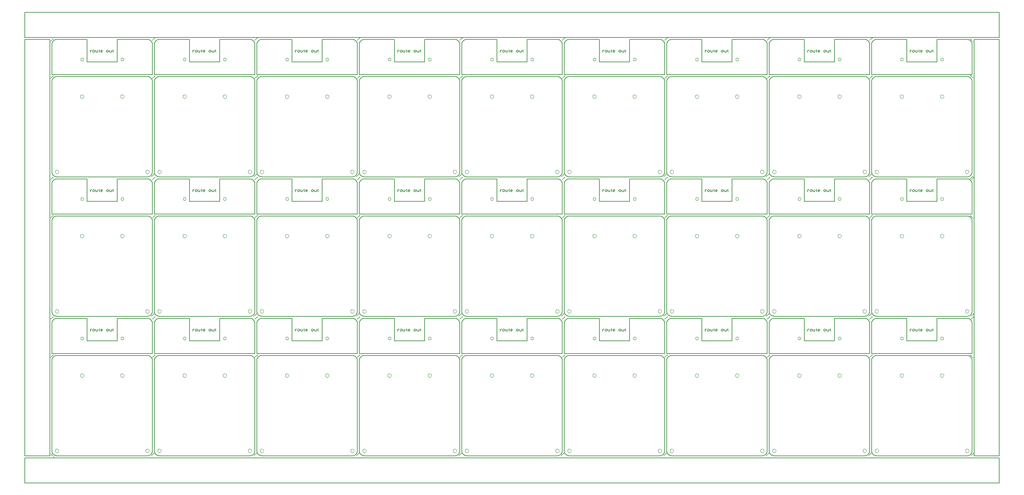
<source format=gko>
G75*
%MOIN*%
%OFA0B0*%
%FSLAX25Y25*%
%IPPOS*%
%LPD*%
%AMOC8*
5,1,8,0,0,1.08239X$1,22.5*
%
%ADD10C,0.00800*%
%ADD11C,0.00000*%
%ADD12C,0.00500*%
%ADD13C,0.00100*%
D10*
X0001400Y0001400D02*
X0001400Y0026400D01*
X0091400Y0026400D01*
X0081400Y0026400D02*
X0971400Y0026400D01*
X0971400Y0001400D01*
X0276400Y0001400D01*
X0286400Y0001400D02*
X0001400Y0001400D01*
X0001400Y0028400D02*
X0001400Y0118400D01*
X0028400Y0123400D02*
X0028400Y0033400D01*
X0028402Y0033260D01*
X0028408Y0033120D01*
X0028418Y0032980D01*
X0028431Y0032840D01*
X0028449Y0032701D01*
X0028471Y0032562D01*
X0028496Y0032425D01*
X0028525Y0032287D01*
X0028558Y0032151D01*
X0028595Y0032016D01*
X0028636Y0031882D01*
X0028681Y0031749D01*
X0028729Y0031617D01*
X0028781Y0031487D01*
X0028836Y0031358D01*
X0028895Y0031231D01*
X0028958Y0031105D01*
X0029024Y0030981D01*
X0029093Y0030860D01*
X0029166Y0030740D01*
X0029243Y0030622D01*
X0029322Y0030507D01*
X0029405Y0030393D01*
X0029491Y0030283D01*
X0029580Y0030174D01*
X0029672Y0030068D01*
X0029767Y0029965D01*
X0029864Y0029864D01*
X0029965Y0029767D01*
X0030068Y0029672D01*
X0030174Y0029580D01*
X0030283Y0029491D01*
X0030393Y0029405D01*
X0030507Y0029322D01*
X0030622Y0029243D01*
X0030740Y0029166D01*
X0030860Y0029093D01*
X0030981Y0029024D01*
X0031105Y0028958D01*
X0031231Y0028895D01*
X0031358Y0028836D01*
X0031487Y0028781D01*
X0031617Y0028729D01*
X0031749Y0028681D01*
X0031882Y0028636D01*
X0032016Y0028595D01*
X0032151Y0028558D01*
X0032287Y0028525D01*
X0032425Y0028496D01*
X0032562Y0028471D01*
X0032701Y0028449D01*
X0032840Y0028431D01*
X0032980Y0028418D01*
X0033120Y0028408D01*
X0033260Y0028402D01*
X0033400Y0028400D01*
X0123400Y0028400D01*
X0123540Y0028402D01*
X0123680Y0028408D01*
X0123820Y0028418D01*
X0123960Y0028431D01*
X0124099Y0028449D01*
X0124238Y0028471D01*
X0124375Y0028496D01*
X0124513Y0028525D01*
X0124649Y0028558D01*
X0124784Y0028595D01*
X0124918Y0028636D01*
X0125051Y0028681D01*
X0125183Y0028729D01*
X0125313Y0028781D01*
X0125442Y0028836D01*
X0125569Y0028895D01*
X0125695Y0028958D01*
X0125819Y0029024D01*
X0125940Y0029093D01*
X0126060Y0029166D01*
X0126178Y0029243D01*
X0126293Y0029322D01*
X0126407Y0029405D01*
X0126517Y0029491D01*
X0126626Y0029580D01*
X0126732Y0029672D01*
X0126835Y0029767D01*
X0126936Y0029864D01*
X0127033Y0029965D01*
X0127128Y0030068D01*
X0127220Y0030174D01*
X0127309Y0030283D01*
X0127395Y0030393D01*
X0127478Y0030507D01*
X0127557Y0030622D01*
X0127634Y0030740D01*
X0127707Y0030860D01*
X0127776Y0030981D01*
X0127842Y0031105D01*
X0127905Y0031231D01*
X0127964Y0031358D01*
X0128019Y0031487D01*
X0128071Y0031617D01*
X0128119Y0031749D01*
X0128164Y0031882D01*
X0128205Y0032016D01*
X0128242Y0032151D01*
X0128275Y0032287D01*
X0128304Y0032425D01*
X0128329Y0032562D01*
X0128351Y0032701D01*
X0128369Y0032840D01*
X0128382Y0032980D01*
X0128392Y0033120D01*
X0128398Y0033260D01*
X0128400Y0033400D01*
X0128400Y0123400D01*
X0130400Y0123400D02*
X0130400Y0033400D01*
X0130402Y0033260D01*
X0130408Y0033120D01*
X0130418Y0032980D01*
X0130431Y0032840D01*
X0130449Y0032701D01*
X0130471Y0032562D01*
X0130496Y0032425D01*
X0130525Y0032287D01*
X0130558Y0032151D01*
X0130595Y0032016D01*
X0130636Y0031882D01*
X0130681Y0031749D01*
X0130729Y0031617D01*
X0130781Y0031487D01*
X0130836Y0031358D01*
X0130895Y0031231D01*
X0130958Y0031105D01*
X0131024Y0030981D01*
X0131093Y0030860D01*
X0131166Y0030740D01*
X0131243Y0030622D01*
X0131322Y0030507D01*
X0131405Y0030393D01*
X0131491Y0030283D01*
X0131580Y0030174D01*
X0131672Y0030068D01*
X0131767Y0029965D01*
X0131864Y0029864D01*
X0131965Y0029767D01*
X0132068Y0029672D01*
X0132174Y0029580D01*
X0132283Y0029491D01*
X0132393Y0029405D01*
X0132507Y0029322D01*
X0132622Y0029243D01*
X0132740Y0029166D01*
X0132860Y0029093D01*
X0132981Y0029024D01*
X0133105Y0028958D01*
X0133231Y0028895D01*
X0133358Y0028836D01*
X0133487Y0028781D01*
X0133617Y0028729D01*
X0133749Y0028681D01*
X0133882Y0028636D01*
X0134016Y0028595D01*
X0134151Y0028558D01*
X0134287Y0028525D01*
X0134425Y0028496D01*
X0134562Y0028471D01*
X0134701Y0028449D01*
X0134840Y0028431D01*
X0134980Y0028418D01*
X0135120Y0028408D01*
X0135260Y0028402D01*
X0135400Y0028400D01*
X0225400Y0028400D01*
X0225540Y0028402D01*
X0225680Y0028408D01*
X0225820Y0028418D01*
X0225960Y0028431D01*
X0226099Y0028449D01*
X0226238Y0028471D01*
X0226375Y0028496D01*
X0226513Y0028525D01*
X0226649Y0028558D01*
X0226784Y0028595D01*
X0226918Y0028636D01*
X0227051Y0028681D01*
X0227183Y0028729D01*
X0227313Y0028781D01*
X0227442Y0028836D01*
X0227569Y0028895D01*
X0227695Y0028958D01*
X0227819Y0029024D01*
X0227940Y0029093D01*
X0228060Y0029166D01*
X0228178Y0029243D01*
X0228293Y0029322D01*
X0228407Y0029405D01*
X0228517Y0029491D01*
X0228626Y0029580D01*
X0228732Y0029672D01*
X0228835Y0029767D01*
X0228936Y0029864D01*
X0229033Y0029965D01*
X0229128Y0030068D01*
X0229220Y0030174D01*
X0229309Y0030283D01*
X0229395Y0030393D01*
X0229478Y0030507D01*
X0229557Y0030622D01*
X0229634Y0030740D01*
X0229707Y0030860D01*
X0229776Y0030981D01*
X0229842Y0031105D01*
X0229905Y0031231D01*
X0229964Y0031358D01*
X0230019Y0031487D01*
X0230071Y0031617D01*
X0230119Y0031749D01*
X0230164Y0031882D01*
X0230205Y0032016D01*
X0230242Y0032151D01*
X0230275Y0032287D01*
X0230304Y0032425D01*
X0230329Y0032562D01*
X0230351Y0032701D01*
X0230369Y0032840D01*
X0230382Y0032980D01*
X0230392Y0033120D01*
X0230398Y0033260D01*
X0230400Y0033400D01*
X0230400Y0123400D01*
X0232400Y0123400D02*
X0232400Y0033400D01*
X0232402Y0033260D01*
X0232408Y0033120D01*
X0232418Y0032980D01*
X0232431Y0032840D01*
X0232449Y0032701D01*
X0232471Y0032562D01*
X0232496Y0032425D01*
X0232525Y0032287D01*
X0232558Y0032151D01*
X0232595Y0032016D01*
X0232636Y0031882D01*
X0232681Y0031749D01*
X0232729Y0031617D01*
X0232781Y0031487D01*
X0232836Y0031358D01*
X0232895Y0031231D01*
X0232958Y0031105D01*
X0233024Y0030981D01*
X0233093Y0030860D01*
X0233166Y0030740D01*
X0233243Y0030622D01*
X0233322Y0030507D01*
X0233405Y0030393D01*
X0233491Y0030283D01*
X0233580Y0030174D01*
X0233672Y0030068D01*
X0233767Y0029965D01*
X0233864Y0029864D01*
X0233965Y0029767D01*
X0234068Y0029672D01*
X0234174Y0029580D01*
X0234283Y0029491D01*
X0234393Y0029405D01*
X0234507Y0029322D01*
X0234622Y0029243D01*
X0234740Y0029166D01*
X0234860Y0029093D01*
X0234981Y0029024D01*
X0235105Y0028958D01*
X0235231Y0028895D01*
X0235358Y0028836D01*
X0235487Y0028781D01*
X0235617Y0028729D01*
X0235749Y0028681D01*
X0235882Y0028636D01*
X0236016Y0028595D01*
X0236151Y0028558D01*
X0236287Y0028525D01*
X0236425Y0028496D01*
X0236562Y0028471D01*
X0236701Y0028449D01*
X0236840Y0028431D01*
X0236980Y0028418D01*
X0237120Y0028408D01*
X0237260Y0028402D01*
X0237400Y0028400D01*
X0327400Y0028400D01*
X0327540Y0028402D01*
X0327680Y0028408D01*
X0327820Y0028418D01*
X0327960Y0028431D01*
X0328099Y0028449D01*
X0328238Y0028471D01*
X0328375Y0028496D01*
X0328513Y0028525D01*
X0328649Y0028558D01*
X0328784Y0028595D01*
X0328918Y0028636D01*
X0329051Y0028681D01*
X0329183Y0028729D01*
X0329313Y0028781D01*
X0329442Y0028836D01*
X0329569Y0028895D01*
X0329695Y0028958D01*
X0329819Y0029024D01*
X0329940Y0029093D01*
X0330060Y0029166D01*
X0330178Y0029243D01*
X0330293Y0029322D01*
X0330407Y0029405D01*
X0330517Y0029491D01*
X0330626Y0029580D01*
X0330732Y0029672D01*
X0330835Y0029767D01*
X0330936Y0029864D01*
X0331033Y0029965D01*
X0331128Y0030068D01*
X0331220Y0030174D01*
X0331309Y0030283D01*
X0331395Y0030393D01*
X0331478Y0030507D01*
X0331557Y0030622D01*
X0331634Y0030740D01*
X0331707Y0030860D01*
X0331776Y0030981D01*
X0331842Y0031105D01*
X0331905Y0031231D01*
X0331964Y0031358D01*
X0332019Y0031487D01*
X0332071Y0031617D01*
X0332119Y0031749D01*
X0332164Y0031882D01*
X0332205Y0032016D01*
X0332242Y0032151D01*
X0332275Y0032287D01*
X0332304Y0032425D01*
X0332329Y0032562D01*
X0332351Y0032701D01*
X0332369Y0032840D01*
X0332382Y0032980D01*
X0332392Y0033120D01*
X0332398Y0033260D01*
X0332400Y0033400D01*
X0332400Y0123400D01*
X0334400Y0123400D02*
X0334400Y0033400D01*
X0334402Y0033260D01*
X0334408Y0033120D01*
X0334418Y0032980D01*
X0334431Y0032840D01*
X0334449Y0032701D01*
X0334471Y0032562D01*
X0334496Y0032425D01*
X0334525Y0032287D01*
X0334558Y0032151D01*
X0334595Y0032016D01*
X0334636Y0031882D01*
X0334681Y0031749D01*
X0334729Y0031617D01*
X0334781Y0031487D01*
X0334836Y0031358D01*
X0334895Y0031231D01*
X0334958Y0031105D01*
X0335024Y0030981D01*
X0335093Y0030860D01*
X0335166Y0030740D01*
X0335243Y0030622D01*
X0335322Y0030507D01*
X0335405Y0030393D01*
X0335491Y0030283D01*
X0335580Y0030174D01*
X0335672Y0030068D01*
X0335767Y0029965D01*
X0335864Y0029864D01*
X0335965Y0029767D01*
X0336068Y0029672D01*
X0336174Y0029580D01*
X0336283Y0029491D01*
X0336393Y0029405D01*
X0336507Y0029322D01*
X0336622Y0029243D01*
X0336740Y0029166D01*
X0336860Y0029093D01*
X0336981Y0029024D01*
X0337105Y0028958D01*
X0337231Y0028895D01*
X0337358Y0028836D01*
X0337487Y0028781D01*
X0337617Y0028729D01*
X0337749Y0028681D01*
X0337882Y0028636D01*
X0338016Y0028595D01*
X0338151Y0028558D01*
X0338287Y0028525D01*
X0338425Y0028496D01*
X0338562Y0028471D01*
X0338701Y0028449D01*
X0338840Y0028431D01*
X0338980Y0028418D01*
X0339120Y0028408D01*
X0339260Y0028402D01*
X0339400Y0028400D01*
X0429400Y0028400D01*
X0429540Y0028402D01*
X0429680Y0028408D01*
X0429820Y0028418D01*
X0429960Y0028431D01*
X0430099Y0028449D01*
X0430238Y0028471D01*
X0430375Y0028496D01*
X0430513Y0028525D01*
X0430649Y0028558D01*
X0430784Y0028595D01*
X0430918Y0028636D01*
X0431051Y0028681D01*
X0431183Y0028729D01*
X0431313Y0028781D01*
X0431442Y0028836D01*
X0431569Y0028895D01*
X0431695Y0028958D01*
X0431819Y0029024D01*
X0431940Y0029093D01*
X0432060Y0029166D01*
X0432178Y0029243D01*
X0432293Y0029322D01*
X0432407Y0029405D01*
X0432517Y0029491D01*
X0432626Y0029580D01*
X0432732Y0029672D01*
X0432835Y0029767D01*
X0432936Y0029864D01*
X0433033Y0029965D01*
X0433128Y0030068D01*
X0433220Y0030174D01*
X0433309Y0030283D01*
X0433395Y0030393D01*
X0433478Y0030507D01*
X0433557Y0030622D01*
X0433634Y0030740D01*
X0433707Y0030860D01*
X0433776Y0030981D01*
X0433842Y0031105D01*
X0433905Y0031231D01*
X0433964Y0031358D01*
X0434019Y0031487D01*
X0434071Y0031617D01*
X0434119Y0031749D01*
X0434164Y0031882D01*
X0434205Y0032016D01*
X0434242Y0032151D01*
X0434275Y0032287D01*
X0434304Y0032425D01*
X0434329Y0032562D01*
X0434351Y0032701D01*
X0434369Y0032840D01*
X0434382Y0032980D01*
X0434392Y0033120D01*
X0434398Y0033260D01*
X0434400Y0033400D01*
X0434400Y0123400D01*
X0436400Y0123400D02*
X0436400Y0033400D01*
X0436402Y0033260D01*
X0436408Y0033120D01*
X0436418Y0032980D01*
X0436431Y0032840D01*
X0436449Y0032701D01*
X0436471Y0032562D01*
X0436496Y0032425D01*
X0436525Y0032287D01*
X0436558Y0032151D01*
X0436595Y0032016D01*
X0436636Y0031882D01*
X0436681Y0031749D01*
X0436729Y0031617D01*
X0436781Y0031487D01*
X0436836Y0031358D01*
X0436895Y0031231D01*
X0436958Y0031105D01*
X0437024Y0030981D01*
X0437093Y0030860D01*
X0437166Y0030740D01*
X0437243Y0030622D01*
X0437322Y0030507D01*
X0437405Y0030393D01*
X0437491Y0030283D01*
X0437580Y0030174D01*
X0437672Y0030068D01*
X0437767Y0029965D01*
X0437864Y0029864D01*
X0437965Y0029767D01*
X0438068Y0029672D01*
X0438174Y0029580D01*
X0438283Y0029491D01*
X0438393Y0029405D01*
X0438507Y0029322D01*
X0438622Y0029243D01*
X0438740Y0029166D01*
X0438860Y0029093D01*
X0438981Y0029024D01*
X0439105Y0028958D01*
X0439231Y0028895D01*
X0439358Y0028836D01*
X0439487Y0028781D01*
X0439617Y0028729D01*
X0439749Y0028681D01*
X0439882Y0028636D01*
X0440016Y0028595D01*
X0440151Y0028558D01*
X0440287Y0028525D01*
X0440425Y0028496D01*
X0440562Y0028471D01*
X0440701Y0028449D01*
X0440840Y0028431D01*
X0440980Y0028418D01*
X0441120Y0028408D01*
X0441260Y0028402D01*
X0441400Y0028400D01*
X0531400Y0028400D01*
X0531540Y0028402D01*
X0531680Y0028408D01*
X0531820Y0028418D01*
X0531960Y0028431D01*
X0532099Y0028449D01*
X0532238Y0028471D01*
X0532375Y0028496D01*
X0532513Y0028525D01*
X0532649Y0028558D01*
X0532784Y0028595D01*
X0532918Y0028636D01*
X0533051Y0028681D01*
X0533183Y0028729D01*
X0533313Y0028781D01*
X0533442Y0028836D01*
X0533569Y0028895D01*
X0533695Y0028958D01*
X0533819Y0029024D01*
X0533940Y0029093D01*
X0534060Y0029166D01*
X0534178Y0029243D01*
X0534293Y0029322D01*
X0534407Y0029405D01*
X0534517Y0029491D01*
X0534626Y0029580D01*
X0534732Y0029672D01*
X0534835Y0029767D01*
X0534936Y0029864D01*
X0535033Y0029965D01*
X0535128Y0030068D01*
X0535220Y0030174D01*
X0535309Y0030283D01*
X0535395Y0030393D01*
X0535478Y0030507D01*
X0535557Y0030622D01*
X0535634Y0030740D01*
X0535707Y0030860D01*
X0535776Y0030981D01*
X0535842Y0031105D01*
X0535905Y0031231D01*
X0535964Y0031358D01*
X0536019Y0031487D01*
X0536071Y0031617D01*
X0536119Y0031749D01*
X0536164Y0031882D01*
X0536205Y0032016D01*
X0536242Y0032151D01*
X0536275Y0032287D01*
X0536304Y0032425D01*
X0536329Y0032562D01*
X0536351Y0032701D01*
X0536369Y0032840D01*
X0536382Y0032980D01*
X0536392Y0033120D01*
X0536398Y0033260D01*
X0536400Y0033400D01*
X0536400Y0123400D01*
X0538400Y0123400D02*
X0538400Y0033400D01*
X0538402Y0033260D01*
X0538408Y0033120D01*
X0538418Y0032980D01*
X0538431Y0032840D01*
X0538449Y0032701D01*
X0538471Y0032562D01*
X0538496Y0032425D01*
X0538525Y0032287D01*
X0538558Y0032151D01*
X0538595Y0032016D01*
X0538636Y0031882D01*
X0538681Y0031749D01*
X0538729Y0031617D01*
X0538781Y0031487D01*
X0538836Y0031358D01*
X0538895Y0031231D01*
X0538958Y0031105D01*
X0539024Y0030981D01*
X0539093Y0030860D01*
X0539166Y0030740D01*
X0539243Y0030622D01*
X0539322Y0030507D01*
X0539405Y0030393D01*
X0539491Y0030283D01*
X0539580Y0030174D01*
X0539672Y0030068D01*
X0539767Y0029965D01*
X0539864Y0029864D01*
X0539965Y0029767D01*
X0540068Y0029672D01*
X0540174Y0029580D01*
X0540283Y0029491D01*
X0540393Y0029405D01*
X0540507Y0029322D01*
X0540622Y0029243D01*
X0540740Y0029166D01*
X0540860Y0029093D01*
X0540981Y0029024D01*
X0541105Y0028958D01*
X0541231Y0028895D01*
X0541358Y0028836D01*
X0541487Y0028781D01*
X0541617Y0028729D01*
X0541749Y0028681D01*
X0541882Y0028636D01*
X0542016Y0028595D01*
X0542151Y0028558D01*
X0542287Y0028525D01*
X0542425Y0028496D01*
X0542562Y0028471D01*
X0542701Y0028449D01*
X0542840Y0028431D01*
X0542980Y0028418D01*
X0543120Y0028408D01*
X0543260Y0028402D01*
X0543400Y0028400D01*
X0633400Y0028400D01*
X0633540Y0028402D01*
X0633680Y0028408D01*
X0633820Y0028418D01*
X0633960Y0028431D01*
X0634099Y0028449D01*
X0634238Y0028471D01*
X0634375Y0028496D01*
X0634513Y0028525D01*
X0634649Y0028558D01*
X0634784Y0028595D01*
X0634918Y0028636D01*
X0635051Y0028681D01*
X0635183Y0028729D01*
X0635313Y0028781D01*
X0635442Y0028836D01*
X0635569Y0028895D01*
X0635695Y0028958D01*
X0635819Y0029024D01*
X0635940Y0029093D01*
X0636060Y0029166D01*
X0636178Y0029243D01*
X0636293Y0029322D01*
X0636407Y0029405D01*
X0636517Y0029491D01*
X0636626Y0029580D01*
X0636732Y0029672D01*
X0636835Y0029767D01*
X0636936Y0029864D01*
X0637033Y0029965D01*
X0637128Y0030068D01*
X0637220Y0030174D01*
X0637309Y0030283D01*
X0637395Y0030393D01*
X0637478Y0030507D01*
X0637557Y0030622D01*
X0637634Y0030740D01*
X0637707Y0030860D01*
X0637776Y0030981D01*
X0637842Y0031105D01*
X0637905Y0031231D01*
X0637964Y0031358D01*
X0638019Y0031487D01*
X0638071Y0031617D01*
X0638119Y0031749D01*
X0638164Y0031882D01*
X0638205Y0032016D01*
X0638242Y0032151D01*
X0638275Y0032287D01*
X0638304Y0032425D01*
X0638329Y0032562D01*
X0638351Y0032701D01*
X0638369Y0032840D01*
X0638382Y0032980D01*
X0638392Y0033120D01*
X0638398Y0033260D01*
X0638400Y0033400D01*
X0638400Y0123400D01*
X0640400Y0123400D02*
X0640400Y0033400D01*
X0640402Y0033260D01*
X0640408Y0033120D01*
X0640418Y0032980D01*
X0640431Y0032840D01*
X0640449Y0032701D01*
X0640471Y0032562D01*
X0640496Y0032425D01*
X0640525Y0032287D01*
X0640558Y0032151D01*
X0640595Y0032016D01*
X0640636Y0031882D01*
X0640681Y0031749D01*
X0640729Y0031617D01*
X0640781Y0031487D01*
X0640836Y0031358D01*
X0640895Y0031231D01*
X0640958Y0031105D01*
X0641024Y0030981D01*
X0641093Y0030860D01*
X0641166Y0030740D01*
X0641243Y0030622D01*
X0641322Y0030507D01*
X0641405Y0030393D01*
X0641491Y0030283D01*
X0641580Y0030174D01*
X0641672Y0030068D01*
X0641767Y0029965D01*
X0641864Y0029864D01*
X0641965Y0029767D01*
X0642068Y0029672D01*
X0642174Y0029580D01*
X0642283Y0029491D01*
X0642393Y0029405D01*
X0642507Y0029322D01*
X0642622Y0029243D01*
X0642740Y0029166D01*
X0642860Y0029093D01*
X0642981Y0029024D01*
X0643105Y0028958D01*
X0643231Y0028895D01*
X0643358Y0028836D01*
X0643487Y0028781D01*
X0643617Y0028729D01*
X0643749Y0028681D01*
X0643882Y0028636D01*
X0644016Y0028595D01*
X0644151Y0028558D01*
X0644287Y0028525D01*
X0644425Y0028496D01*
X0644562Y0028471D01*
X0644701Y0028449D01*
X0644840Y0028431D01*
X0644980Y0028418D01*
X0645120Y0028408D01*
X0645260Y0028402D01*
X0645400Y0028400D01*
X0735400Y0028400D01*
X0735540Y0028402D01*
X0735680Y0028408D01*
X0735820Y0028418D01*
X0735960Y0028431D01*
X0736099Y0028449D01*
X0736238Y0028471D01*
X0736375Y0028496D01*
X0736513Y0028525D01*
X0736649Y0028558D01*
X0736784Y0028595D01*
X0736918Y0028636D01*
X0737051Y0028681D01*
X0737183Y0028729D01*
X0737313Y0028781D01*
X0737442Y0028836D01*
X0737569Y0028895D01*
X0737695Y0028958D01*
X0737819Y0029024D01*
X0737940Y0029093D01*
X0738060Y0029166D01*
X0738178Y0029243D01*
X0738293Y0029322D01*
X0738407Y0029405D01*
X0738517Y0029491D01*
X0738626Y0029580D01*
X0738732Y0029672D01*
X0738835Y0029767D01*
X0738936Y0029864D01*
X0739033Y0029965D01*
X0739128Y0030068D01*
X0739220Y0030174D01*
X0739309Y0030283D01*
X0739395Y0030393D01*
X0739478Y0030507D01*
X0739557Y0030622D01*
X0739634Y0030740D01*
X0739707Y0030860D01*
X0739776Y0030981D01*
X0739842Y0031105D01*
X0739905Y0031231D01*
X0739964Y0031358D01*
X0740019Y0031487D01*
X0740071Y0031617D01*
X0740119Y0031749D01*
X0740164Y0031882D01*
X0740205Y0032016D01*
X0740242Y0032151D01*
X0740275Y0032287D01*
X0740304Y0032425D01*
X0740329Y0032562D01*
X0740351Y0032701D01*
X0740369Y0032840D01*
X0740382Y0032980D01*
X0740392Y0033120D01*
X0740398Y0033260D01*
X0740400Y0033400D01*
X0740400Y0123400D01*
X0742400Y0123400D02*
X0742400Y0033400D01*
X0742402Y0033260D01*
X0742408Y0033120D01*
X0742418Y0032980D01*
X0742431Y0032840D01*
X0742449Y0032701D01*
X0742471Y0032562D01*
X0742496Y0032425D01*
X0742525Y0032287D01*
X0742558Y0032151D01*
X0742595Y0032016D01*
X0742636Y0031882D01*
X0742681Y0031749D01*
X0742729Y0031617D01*
X0742781Y0031487D01*
X0742836Y0031358D01*
X0742895Y0031231D01*
X0742958Y0031105D01*
X0743024Y0030981D01*
X0743093Y0030860D01*
X0743166Y0030740D01*
X0743243Y0030622D01*
X0743322Y0030507D01*
X0743405Y0030393D01*
X0743491Y0030283D01*
X0743580Y0030174D01*
X0743672Y0030068D01*
X0743767Y0029965D01*
X0743864Y0029864D01*
X0743965Y0029767D01*
X0744068Y0029672D01*
X0744174Y0029580D01*
X0744283Y0029491D01*
X0744393Y0029405D01*
X0744507Y0029322D01*
X0744622Y0029243D01*
X0744740Y0029166D01*
X0744860Y0029093D01*
X0744981Y0029024D01*
X0745105Y0028958D01*
X0745231Y0028895D01*
X0745358Y0028836D01*
X0745487Y0028781D01*
X0745617Y0028729D01*
X0745749Y0028681D01*
X0745882Y0028636D01*
X0746016Y0028595D01*
X0746151Y0028558D01*
X0746287Y0028525D01*
X0746425Y0028496D01*
X0746562Y0028471D01*
X0746701Y0028449D01*
X0746840Y0028431D01*
X0746980Y0028418D01*
X0747120Y0028408D01*
X0747260Y0028402D01*
X0747400Y0028400D01*
X0837400Y0028400D01*
X0837540Y0028402D01*
X0837680Y0028408D01*
X0837820Y0028418D01*
X0837960Y0028431D01*
X0838099Y0028449D01*
X0838238Y0028471D01*
X0838375Y0028496D01*
X0838513Y0028525D01*
X0838649Y0028558D01*
X0838784Y0028595D01*
X0838918Y0028636D01*
X0839051Y0028681D01*
X0839183Y0028729D01*
X0839313Y0028781D01*
X0839442Y0028836D01*
X0839569Y0028895D01*
X0839695Y0028958D01*
X0839819Y0029024D01*
X0839940Y0029093D01*
X0840060Y0029166D01*
X0840178Y0029243D01*
X0840293Y0029322D01*
X0840407Y0029405D01*
X0840517Y0029491D01*
X0840626Y0029580D01*
X0840732Y0029672D01*
X0840835Y0029767D01*
X0840936Y0029864D01*
X0841033Y0029965D01*
X0841128Y0030068D01*
X0841220Y0030174D01*
X0841309Y0030283D01*
X0841395Y0030393D01*
X0841478Y0030507D01*
X0841557Y0030622D01*
X0841634Y0030740D01*
X0841707Y0030860D01*
X0841776Y0030981D01*
X0841842Y0031105D01*
X0841905Y0031231D01*
X0841964Y0031358D01*
X0842019Y0031487D01*
X0842071Y0031617D01*
X0842119Y0031749D01*
X0842164Y0031882D01*
X0842205Y0032016D01*
X0842242Y0032151D01*
X0842275Y0032287D01*
X0842304Y0032425D01*
X0842329Y0032562D01*
X0842351Y0032701D01*
X0842369Y0032840D01*
X0842382Y0032980D01*
X0842392Y0033120D01*
X0842398Y0033260D01*
X0842400Y0033400D01*
X0842400Y0123400D01*
X0844400Y0123400D02*
X0844400Y0033400D01*
X0844402Y0033260D01*
X0844408Y0033120D01*
X0844418Y0032980D01*
X0844431Y0032840D01*
X0844449Y0032701D01*
X0844471Y0032562D01*
X0844496Y0032425D01*
X0844525Y0032287D01*
X0844558Y0032151D01*
X0844595Y0032016D01*
X0844636Y0031882D01*
X0844681Y0031749D01*
X0844729Y0031617D01*
X0844781Y0031487D01*
X0844836Y0031358D01*
X0844895Y0031231D01*
X0844958Y0031105D01*
X0845024Y0030981D01*
X0845093Y0030860D01*
X0845166Y0030740D01*
X0845243Y0030622D01*
X0845322Y0030507D01*
X0845405Y0030393D01*
X0845491Y0030283D01*
X0845580Y0030174D01*
X0845672Y0030068D01*
X0845767Y0029965D01*
X0845864Y0029864D01*
X0845965Y0029767D01*
X0846068Y0029672D01*
X0846174Y0029580D01*
X0846283Y0029491D01*
X0846393Y0029405D01*
X0846507Y0029322D01*
X0846622Y0029243D01*
X0846740Y0029166D01*
X0846860Y0029093D01*
X0846981Y0029024D01*
X0847105Y0028958D01*
X0847231Y0028895D01*
X0847358Y0028836D01*
X0847487Y0028781D01*
X0847617Y0028729D01*
X0847749Y0028681D01*
X0847882Y0028636D01*
X0848016Y0028595D01*
X0848151Y0028558D01*
X0848287Y0028525D01*
X0848425Y0028496D01*
X0848562Y0028471D01*
X0848701Y0028449D01*
X0848840Y0028431D01*
X0848980Y0028418D01*
X0849120Y0028408D01*
X0849260Y0028402D01*
X0849400Y0028400D01*
X0939400Y0028400D01*
X0939540Y0028402D01*
X0939680Y0028408D01*
X0939820Y0028418D01*
X0939960Y0028431D01*
X0940099Y0028449D01*
X0940238Y0028471D01*
X0940375Y0028496D01*
X0940513Y0028525D01*
X0940649Y0028558D01*
X0940784Y0028595D01*
X0940918Y0028636D01*
X0941051Y0028681D01*
X0941183Y0028729D01*
X0941313Y0028781D01*
X0941442Y0028836D01*
X0941569Y0028895D01*
X0941695Y0028958D01*
X0941819Y0029024D01*
X0941940Y0029093D01*
X0942060Y0029166D01*
X0942178Y0029243D01*
X0942293Y0029322D01*
X0942407Y0029405D01*
X0942517Y0029491D01*
X0942626Y0029580D01*
X0942732Y0029672D01*
X0942835Y0029767D01*
X0942936Y0029864D01*
X0943033Y0029965D01*
X0943128Y0030068D01*
X0943220Y0030174D01*
X0943309Y0030283D01*
X0943395Y0030393D01*
X0943478Y0030507D01*
X0943557Y0030622D01*
X0943634Y0030740D01*
X0943707Y0030860D01*
X0943776Y0030981D01*
X0943842Y0031105D01*
X0943905Y0031231D01*
X0943964Y0031358D01*
X0944019Y0031487D01*
X0944071Y0031617D01*
X0944119Y0031749D01*
X0944164Y0031882D01*
X0944205Y0032016D01*
X0944242Y0032151D01*
X0944275Y0032287D01*
X0944304Y0032425D01*
X0944329Y0032562D01*
X0944351Y0032701D01*
X0944369Y0032840D01*
X0944382Y0032980D01*
X0944392Y0033120D01*
X0944398Y0033260D01*
X0944400Y0033400D01*
X0944400Y0123400D01*
X0944398Y0123540D01*
X0944392Y0123680D01*
X0944382Y0123820D01*
X0944369Y0123960D01*
X0944351Y0124099D01*
X0944329Y0124238D01*
X0944304Y0124375D01*
X0944275Y0124513D01*
X0944242Y0124649D01*
X0944205Y0124784D01*
X0944164Y0124918D01*
X0944119Y0125051D01*
X0944071Y0125183D01*
X0944019Y0125313D01*
X0943964Y0125442D01*
X0943905Y0125569D01*
X0943842Y0125695D01*
X0943776Y0125819D01*
X0943707Y0125940D01*
X0943634Y0126060D01*
X0943557Y0126178D01*
X0943478Y0126293D01*
X0943395Y0126407D01*
X0943309Y0126517D01*
X0943220Y0126626D01*
X0943128Y0126732D01*
X0943033Y0126835D01*
X0942936Y0126936D01*
X0942835Y0127033D01*
X0942732Y0127128D01*
X0942626Y0127220D01*
X0942517Y0127309D01*
X0942407Y0127395D01*
X0942293Y0127478D01*
X0942178Y0127557D01*
X0942060Y0127634D01*
X0941940Y0127707D01*
X0941819Y0127776D01*
X0941695Y0127842D01*
X0941569Y0127905D01*
X0941442Y0127964D01*
X0941313Y0128019D01*
X0941183Y0128071D01*
X0941051Y0128119D01*
X0940918Y0128164D01*
X0940784Y0128205D01*
X0940649Y0128242D01*
X0940513Y0128275D01*
X0940375Y0128304D01*
X0940238Y0128329D01*
X0940099Y0128351D01*
X0939960Y0128369D01*
X0939820Y0128382D01*
X0939680Y0128392D01*
X0939540Y0128398D01*
X0939400Y0128400D01*
X0849400Y0128400D01*
X0849260Y0128398D01*
X0849120Y0128392D01*
X0848980Y0128382D01*
X0848840Y0128369D01*
X0848701Y0128351D01*
X0848562Y0128329D01*
X0848425Y0128304D01*
X0848287Y0128275D01*
X0848151Y0128242D01*
X0848016Y0128205D01*
X0847882Y0128164D01*
X0847749Y0128119D01*
X0847617Y0128071D01*
X0847487Y0128019D01*
X0847358Y0127964D01*
X0847231Y0127905D01*
X0847105Y0127842D01*
X0846981Y0127776D01*
X0846860Y0127707D01*
X0846740Y0127634D01*
X0846622Y0127557D01*
X0846507Y0127478D01*
X0846393Y0127395D01*
X0846283Y0127309D01*
X0846174Y0127220D01*
X0846068Y0127128D01*
X0845965Y0127033D01*
X0845864Y0126936D01*
X0845767Y0126835D01*
X0845672Y0126732D01*
X0845580Y0126626D01*
X0845491Y0126517D01*
X0845405Y0126407D01*
X0845322Y0126293D01*
X0845243Y0126178D01*
X0845166Y0126060D01*
X0845093Y0125940D01*
X0845024Y0125819D01*
X0844958Y0125695D01*
X0844895Y0125569D01*
X0844836Y0125442D01*
X0844781Y0125313D01*
X0844729Y0125183D01*
X0844681Y0125051D01*
X0844636Y0124918D01*
X0844595Y0124784D01*
X0844558Y0124649D01*
X0844525Y0124513D01*
X0844496Y0124375D01*
X0844471Y0124238D01*
X0844449Y0124099D01*
X0844431Y0123960D01*
X0844418Y0123820D01*
X0844408Y0123680D01*
X0844402Y0123540D01*
X0844400Y0123400D01*
X0842400Y0123400D02*
X0842398Y0123540D01*
X0842392Y0123680D01*
X0842382Y0123820D01*
X0842369Y0123960D01*
X0842351Y0124099D01*
X0842329Y0124238D01*
X0842304Y0124375D01*
X0842275Y0124513D01*
X0842242Y0124649D01*
X0842205Y0124784D01*
X0842164Y0124918D01*
X0842119Y0125051D01*
X0842071Y0125183D01*
X0842019Y0125313D01*
X0841964Y0125442D01*
X0841905Y0125569D01*
X0841842Y0125695D01*
X0841776Y0125819D01*
X0841707Y0125940D01*
X0841634Y0126060D01*
X0841557Y0126178D01*
X0841478Y0126293D01*
X0841395Y0126407D01*
X0841309Y0126517D01*
X0841220Y0126626D01*
X0841128Y0126732D01*
X0841033Y0126835D01*
X0840936Y0126936D01*
X0840835Y0127033D01*
X0840732Y0127128D01*
X0840626Y0127220D01*
X0840517Y0127309D01*
X0840407Y0127395D01*
X0840293Y0127478D01*
X0840178Y0127557D01*
X0840060Y0127634D01*
X0839940Y0127707D01*
X0839819Y0127776D01*
X0839695Y0127842D01*
X0839569Y0127905D01*
X0839442Y0127964D01*
X0839313Y0128019D01*
X0839183Y0128071D01*
X0839051Y0128119D01*
X0838918Y0128164D01*
X0838784Y0128205D01*
X0838649Y0128242D01*
X0838513Y0128275D01*
X0838375Y0128304D01*
X0838238Y0128329D01*
X0838099Y0128351D01*
X0837960Y0128369D01*
X0837820Y0128382D01*
X0837680Y0128392D01*
X0837540Y0128398D01*
X0837400Y0128400D01*
X0747400Y0128400D01*
X0747260Y0128398D01*
X0747120Y0128392D01*
X0746980Y0128382D01*
X0746840Y0128369D01*
X0746701Y0128351D01*
X0746562Y0128329D01*
X0746425Y0128304D01*
X0746287Y0128275D01*
X0746151Y0128242D01*
X0746016Y0128205D01*
X0745882Y0128164D01*
X0745749Y0128119D01*
X0745617Y0128071D01*
X0745487Y0128019D01*
X0745358Y0127964D01*
X0745231Y0127905D01*
X0745105Y0127842D01*
X0744981Y0127776D01*
X0744860Y0127707D01*
X0744740Y0127634D01*
X0744622Y0127557D01*
X0744507Y0127478D01*
X0744393Y0127395D01*
X0744283Y0127309D01*
X0744174Y0127220D01*
X0744068Y0127128D01*
X0743965Y0127033D01*
X0743864Y0126936D01*
X0743767Y0126835D01*
X0743672Y0126732D01*
X0743580Y0126626D01*
X0743491Y0126517D01*
X0743405Y0126407D01*
X0743322Y0126293D01*
X0743243Y0126178D01*
X0743166Y0126060D01*
X0743093Y0125940D01*
X0743024Y0125819D01*
X0742958Y0125695D01*
X0742895Y0125569D01*
X0742836Y0125442D01*
X0742781Y0125313D01*
X0742729Y0125183D01*
X0742681Y0125051D01*
X0742636Y0124918D01*
X0742595Y0124784D01*
X0742558Y0124649D01*
X0742525Y0124513D01*
X0742496Y0124375D01*
X0742471Y0124238D01*
X0742449Y0124099D01*
X0742431Y0123960D01*
X0742418Y0123820D01*
X0742408Y0123680D01*
X0742402Y0123540D01*
X0742400Y0123400D01*
X0742400Y0130400D02*
X0842400Y0130400D01*
X0842400Y0160400D01*
X0844400Y0160400D02*
X0844400Y0130400D01*
X0944400Y0130400D01*
X0944400Y0160400D01*
X0946400Y0158400D02*
X0946400Y0443400D01*
X0971400Y0443400D01*
X0971400Y0353400D01*
X0971400Y0363400D02*
X0971400Y0028400D01*
X0946400Y0028400D01*
X0946400Y0168400D01*
X0944400Y0172400D02*
X0944400Y0262400D01*
X0944398Y0262540D01*
X0944392Y0262680D01*
X0944382Y0262820D01*
X0944369Y0262960D01*
X0944351Y0263099D01*
X0944329Y0263238D01*
X0944304Y0263375D01*
X0944275Y0263513D01*
X0944242Y0263649D01*
X0944205Y0263784D01*
X0944164Y0263918D01*
X0944119Y0264051D01*
X0944071Y0264183D01*
X0944019Y0264313D01*
X0943964Y0264442D01*
X0943905Y0264569D01*
X0943842Y0264695D01*
X0943776Y0264819D01*
X0943707Y0264940D01*
X0943634Y0265060D01*
X0943557Y0265178D01*
X0943478Y0265293D01*
X0943395Y0265407D01*
X0943309Y0265517D01*
X0943220Y0265626D01*
X0943128Y0265732D01*
X0943033Y0265835D01*
X0942936Y0265936D01*
X0942835Y0266033D01*
X0942732Y0266128D01*
X0942626Y0266220D01*
X0942517Y0266309D01*
X0942407Y0266395D01*
X0942293Y0266478D01*
X0942178Y0266557D01*
X0942060Y0266634D01*
X0941940Y0266707D01*
X0941819Y0266776D01*
X0941695Y0266842D01*
X0941569Y0266905D01*
X0941442Y0266964D01*
X0941313Y0267019D01*
X0941183Y0267071D01*
X0941051Y0267119D01*
X0940918Y0267164D01*
X0940784Y0267205D01*
X0940649Y0267242D01*
X0940513Y0267275D01*
X0940375Y0267304D01*
X0940238Y0267329D01*
X0940099Y0267351D01*
X0939960Y0267369D01*
X0939820Y0267382D01*
X0939680Y0267392D01*
X0939540Y0267398D01*
X0939400Y0267400D01*
X0849400Y0267400D01*
X0849260Y0267398D01*
X0849120Y0267392D01*
X0848980Y0267382D01*
X0848840Y0267369D01*
X0848701Y0267351D01*
X0848562Y0267329D01*
X0848425Y0267304D01*
X0848287Y0267275D01*
X0848151Y0267242D01*
X0848016Y0267205D01*
X0847882Y0267164D01*
X0847749Y0267119D01*
X0847617Y0267071D01*
X0847487Y0267019D01*
X0847358Y0266964D01*
X0847231Y0266905D01*
X0847105Y0266842D01*
X0846981Y0266776D01*
X0846860Y0266707D01*
X0846740Y0266634D01*
X0846622Y0266557D01*
X0846507Y0266478D01*
X0846393Y0266395D01*
X0846283Y0266309D01*
X0846174Y0266220D01*
X0846068Y0266128D01*
X0845965Y0266033D01*
X0845864Y0265936D01*
X0845767Y0265835D01*
X0845672Y0265732D01*
X0845580Y0265626D01*
X0845491Y0265517D01*
X0845405Y0265407D01*
X0845322Y0265293D01*
X0845243Y0265178D01*
X0845166Y0265060D01*
X0845093Y0264940D01*
X0845024Y0264819D01*
X0844958Y0264695D01*
X0844895Y0264569D01*
X0844836Y0264442D01*
X0844781Y0264313D01*
X0844729Y0264183D01*
X0844681Y0264051D01*
X0844636Y0263918D01*
X0844595Y0263784D01*
X0844558Y0263649D01*
X0844525Y0263513D01*
X0844496Y0263375D01*
X0844471Y0263238D01*
X0844449Y0263099D01*
X0844431Y0262960D01*
X0844418Y0262820D01*
X0844408Y0262680D01*
X0844402Y0262540D01*
X0844400Y0262400D01*
X0844400Y0172400D01*
X0842400Y0172400D02*
X0842400Y0262400D01*
X0842398Y0262540D01*
X0842392Y0262680D01*
X0842382Y0262820D01*
X0842369Y0262960D01*
X0842351Y0263099D01*
X0842329Y0263238D01*
X0842304Y0263375D01*
X0842275Y0263513D01*
X0842242Y0263649D01*
X0842205Y0263784D01*
X0842164Y0263918D01*
X0842119Y0264051D01*
X0842071Y0264183D01*
X0842019Y0264313D01*
X0841964Y0264442D01*
X0841905Y0264569D01*
X0841842Y0264695D01*
X0841776Y0264819D01*
X0841707Y0264940D01*
X0841634Y0265060D01*
X0841557Y0265178D01*
X0841478Y0265293D01*
X0841395Y0265407D01*
X0841309Y0265517D01*
X0841220Y0265626D01*
X0841128Y0265732D01*
X0841033Y0265835D01*
X0840936Y0265936D01*
X0840835Y0266033D01*
X0840732Y0266128D01*
X0840626Y0266220D01*
X0840517Y0266309D01*
X0840407Y0266395D01*
X0840293Y0266478D01*
X0840178Y0266557D01*
X0840060Y0266634D01*
X0839940Y0266707D01*
X0839819Y0266776D01*
X0839695Y0266842D01*
X0839569Y0266905D01*
X0839442Y0266964D01*
X0839313Y0267019D01*
X0839183Y0267071D01*
X0839051Y0267119D01*
X0838918Y0267164D01*
X0838784Y0267205D01*
X0838649Y0267242D01*
X0838513Y0267275D01*
X0838375Y0267304D01*
X0838238Y0267329D01*
X0838099Y0267351D01*
X0837960Y0267369D01*
X0837820Y0267382D01*
X0837680Y0267392D01*
X0837540Y0267398D01*
X0837400Y0267400D01*
X0747400Y0267400D01*
X0747260Y0267398D01*
X0747120Y0267392D01*
X0746980Y0267382D01*
X0746840Y0267369D01*
X0746701Y0267351D01*
X0746562Y0267329D01*
X0746425Y0267304D01*
X0746287Y0267275D01*
X0746151Y0267242D01*
X0746016Y0267205D01*
X0745882Y0267164D01*
X0745749Y0267119D01*
X0745617Y0267071D01*
X0745487Y0267019D01*
X0745358Y0266964D01*
X0745231Y0266905D01*
X0745105Y0266842D01*
X0744981Y0266776D01*
X0744860Y0266707D01*
X0744740Y0266634D01*
X0744622Y0266557D01*
X0744507Y0266478D01*
X0744393Y0266395D01*
X0744283Y0266309D01*
X0744174Y0266220D01*
X0744068Y0266128D01*
X0743965Y0266033D01*
X0743864Y0265936D01*
X0743767Y0265835D01*
X0743672Y0265732D01*
X0743580Y0265626D01*
X0743491Y0265517D01*
X0743405Y0265407D01*
X0743322Y0265293D01*
X0743243Y0265178D01*
X0743166Y0265060D01*
X0743093Y0264940D01*
X0743024Y0264819D01*
X0742958Y0264695D01*
X0742895Y0264569D01*
X0742836Y0264442D01*
X0742781Y0264313D01*
X0742729Y0264183D01*
X0742681Y0264051D01*
X0742636Y0263918D01*
X0742595Y0263784D01*
X0742558Y0263649D01*
X0742525Y0263513D01*
X0742496Y0263375D01*
X0742471Y0263238D01*
X0742449Y0263099D01*
X0742431Y0262960D01*
X0742418Y0262820D01*
X0742408Y0262680D01*
X0742402Y0262540D01*
X0742400Y0262400D01*
X0742400Y0172400D01*
X0740400Y0172400D02*
X0740400Y0262400D01*
X0740398Y0262540D01*
X0740392Y0262680D01*
X0740382Y0262820D01*
X0740369Y0262960D01*
X0740351Y0263099D01*
X0740329Y0263238D01*
X0740304Y0263375D01*
X0740275Y0263513D01*
X0740242Y0263649D01*
X0740205Y0263784D01*
X0740164Y0263918D01*
X0740119Y0264051D01*
X0740071Y0264183D01*
X0740019Y0264313D01*
X0739964Y0264442D01*
X0739905Y0264569D01*
X0739842Y0264695D01*
X0739776Y0264819D01*
X0739707Y0264940D01*
X0739634Y0265060D01*
X0739557Y0265178D01*
X0739478Y0265293D01*
X0739395Y0265407D01*
X0739309Y0265517D01*
X0739220Y0265626D01*
X0739128Y0265732D01*
X0739033Y0265835D01*
X0738936Y0265936D01*
X0738835Y0266033D01*
X0738732Y0266128D01*
X0738626Y0266220D01*
X0738517Y0266309D01*
X0738407Y0266395D01*
X0738293Y0266478D01*
X0738178Y0266557D01*
X0738060Y0266634D01*
X0737940Y0266707D01*
X0737819Y0266776D01*
X0737695Y0266842D01*
X0737569Y0266905D01*
X0737442Y0266964D01*
X0737313Y0267019D01*
X0737183Y0267071D01*
X0737051Y0267119D01*
X0736918Y0267164D01*
X0736784Y0267205D01*
X0736649Y0267242D01*
X0736513Y0267275D01*
X0736375Y0267304D01*
X0736238Y0267329D01*
X0736099Y0267351D01*
X0735960Y0267369D01*
X0735820Y0267382D01*
X0735680Y0267392D01*
X0735540Y0267398D01*
X0735400Y0267400D01*
X0645400Y0267400D01*
X0645260Y0267398D01*
X0645120Y0267392D01*
X0644980Y0267382D01*
X0644840Y0267369D01*
X0644701Y0267351D01*
X0644562Y0267329D01*
X0644425Y0267304D01*
X0644287Y0267275D01*
X0644151Y0267242D01*
X0644016Y0267205D01*
X0643882Y0267164D01*
X0643749Y0267119D01*
X0643617Y0267071D01*
X0643487Y0267019D01*
X0643358Y0266964D01*
X0643231Y0266905D01*
X0643105Y0266842D01*
X0642981Y0266776D01*
X0642860Y0266707D01*
X0642740Y0266634D01*
X0642622Y0266557D01*
X0642507Y0266478D01*
X0642393Y0266395D01*
X0642283Y0266309D01*
X0642174Y0266220D01*
X0642068Y0266128D01*
X0641965Y0266033D01*
X0641864Y0265936D01*
X0641767Y0265835D01*
X0641672Y0265732D01*
X0641580Y0265626D01*
X0641491Y0265517D01*
X0641405Y0265407D01*
X0641322Y0265293D01*
X0641243Y0265178D01*
X0641166Y0265060D01*
X0641093Y0264940D01*
X0641024Y0264819D01*
X0640958Y0264695D01*
X0640895Y0264569D01*
X0640836Y0264442D01*
X0640781Y0264313D01*
X0640729Y0264183D01*
X0640681Y0264051D01*
X0640636Y0263918D01*
X0640595Y0263784D01*
X0640558Y0263649D01*
X0640525Y0263513D01*
X0640496Y0263375D01*
X0640471Y0263238D01*
X0640449Y0263099D01*
X0640431Y0262960D01*
X0640418Y0262820D01*
X0640408Y0262680D01*
X0640402Y0262540D01*
X0640400Y0262400D01*
X0640400Y0172400D01*
X0638400Y0172400D02*
X0638400Y0262400D01*
X0638398Y0262540D01*
X0638392Y0262680D01*
X0638382Y0262820D01*
X0638369Y0262960D01*
X0638351Y0263099D01*
X0638329Y0263238D01*
X0638304Y0263375D01*
X0638275Y0263513D01*
X0638242Y0263649D01*
X0638205Y0263784D01*
X0638164Y0263918D01*
X0638119Y0264051D01*
X0638071Y0264183D01*
X0638019Y0264313D01*
X0637964Y0264442D01*
X0637905Y0264569D01*
X0637842Y0264695D01*
X0637776Y0264819D01*
X0637707Y0264940D01*
X0637634Y0265060D01*
X0637557Y0265178D01*
X0637478Y0265293D01*
X0637395Y0265407D01*
X0637309Y0265517D01*
X0637220Y0265626D01*
X0637128Y0265732D01*
X0637033Y0265835D01*
X0636936Y0265936D01*
X0636835Y0266033D01*
X0636732Y0266128D01*
X0636626Y0266220D01*
X0636517Y0266309D01*
X0636407Y0266395D01*
X0636293Y0266478D01*
X0636178Y0266557D01*
X0636060Y0266634D01*
X0635940Y0266707D01*
X0635819Y0266776D01*
X0635695Y0266842D01*
X0635569Y0266905D01*
X0635442Y0266964D01*
X0635313Y0267019D01*
X0635183Y0267071D01*
X0635051Y0267119D01*
X0634918Y0267164D01*
X0634784Y0267205D01*
X0634649Y0267242D01*
X0634513Y0267275D01*
X0634375Y0267304D01*
X0634238Y0267329D01*
X0634099Y0267351D01*
X0633960Y0267369D01*
X0633820Y0267382D01*
X0633680Y0267392D01*
X0633540Y0267398D01*
X0633400Y0267400D01*
X0543400Y0267400D01*
X0543260Y0267398D01*
X0543120Y0267392D01*
X0542980Y0267382D01*
X0542840Y0267369D01*
X0542701Y0267351D01*
X0542562Y0267329D01*
X0542425Y0267304D01*
X0542287Y0267275D01*
X0542151Y0267242D01*
X0542016Y0267205D01*
X0541882Y0267164D01*
X0541749Y0267119D01*
X0541617Y0267071D01*
X0541487Y0267019D01*
X0541358Y0266964D01*
X0541231Y0266905D01*
X0541105Y0266842D01*
X0540981Y0266776D01*
X0540860Y0266707D01*
X0540740Y0266634D01*
X0540622Y0266557D01*
X0540507Y0266478D01*
X0540393Y0266395D01*
X0540283Y0266309D01*
X0540174Y0266220D01*
X0540068Y0266128D01*
X0539965Y0266033D01*
X0539864Y0265936D01*
X0539767Y0265835D01*
X0539672Y0265732D01*
X0539580Y0265626D01*
X0539491Y0265517D01*
X0539405Y0265407D01*
X0539322Y0265293D01*
X0539243Y0265178D01*
X0539166Y0265060D01*
X0539093Y0264940D01*
X0539024Y0264819D01*
X0538958Y0264695D01*
X0538895Y0264569D01*
X0538836Y0264442D01*
X0538781Y0264313D01*
X0538729Y0264183D01*
X0538681Y0264051D01*
X0538636Y0263918D01*
X0538595Y0263784D01*
X0538558Y0263649D01*
X0538525Y0263513D01*
X0538496Y0263375D01*
X0538471Y0263238D01*
X0538449Y0263099D01*
X0538431Y0262960D01*
X0538418Y0262820D01*
X0538408Y0262680D01*
X0538402Y0262540D01*
X0538400Y0262400D01*
X0538400Y0172400D01*
X0536400Y0172400D02*
X0536400Y0262400D01*
X0536398Y0262540D01*
X0536392Y0262680D01*
X0536382Y0262820D01*
X0536369Y0262960D01*
X0536351Y0263099D01*
X0536329Y0263238D01*
X0536304Y0263375D01*
X0536275Y0263513D01*
X0536242Y0263649D01*
X0536205Y0263784D01*
X0536164Y0263918D01*
X0536119Y0264051D01*
X0536071Y0264183D01*
X0536019Y0264313D01*
X0535964Y0264442D01*
X0535905Y0264569D01*
X0535842Y0264695D01*
X0535776Y0264819D01*
X0535707Y0264940D01*
X0535634Y0265060D01*
X0535557Y0265178D01*
X0535478Y0265293D01*
X0535395Y0265407D01*
X0535309Y0265517D01*
X0535220Y0265626D01*
X0535128Y0265732D01*
X0535033Y0265835D01*
X0534936Y0265936D01*
X0534835Y0266033D01*
X0534732Y0266128D01*
X0534626Y0266220D01*
X0534517Y0266309D01*
X0534407Y0266395D01*
X0534293Y0266478D01*
X0534178Y0266557D01*
X0534060Y0266634D01*
X0533940Y0266707D01*
X0533819Y0266776D01*
X0533695Y0266842D01*
X0533569Y0266905D01*
X0533442Y0266964D01*
X0533313Y0267019D01*
X0533183Y0267071D01*
X0533051Y0267119D01*
X0532918Y0267164D01*
X0532784Y0267205D01*
X0532649Y0267242D01*
X0532513Y0267275D01*
X0532375Y0267304D01*
X0532238Y0267329D01*
X0532099Y0267351D01*
X0531960Y0267369D01*
X0531820Y0267382D01*
X0531680Y0267392D01*
X0531540Y0267398D01*
X0531400Y0267400D01*
X0441400Y0267400D01*
X0441260Y0267398D01*
X0441120Y0267392D01*
X0440980Y0267382D01*
X0440840Y0267369D01*
X0440701Y0267351D01*
X0440562Y0267329D01*
X0440425Y0267304D01*
X0440287Y0267275D01*
X0440151Y0267242D01*
X0440016Y0267205D01*
X0439882Y0267164D01*
X0439749Y0267119D01*
X0439617Y0267071D01*
X0439487Y0267019D01*
X0439358Y0266964D01*
X0439231Y0266905D01*
X0439105Y0266842D01*
X0438981Y0266776D01*
X0438860Y0266707D01*
X0438740Y0266634D01*
X0438622Y0266557D01*
X0438507Y0266478D01*
X0438393Y0266395D01*
X0438283Y0266309D01*
X0438174Y0266220D01*
X0438068Y0266128D01*
X0437965Y0266033D01*
X0437864Y0265936D01*
X0437767Y0265835D01*
X0437672Y0265732D01*
X0437580Y0265626D01*
X0437491Y0265517D01*
X0437405Y0265407D01*
X0437322Y0265293D01*
X0437243Y0265178D01*
X0437166Y0265060D01*
X0437093Y0264940D01*
X0437024Y0264819D01*
X0436958Y0264695D01*
X0436895Y0264569D01*
X0436836Y0264442D01*
X0436781Y0264313D01*
X0436729Y0264183D01*
X0436681Y0264051D01*
X0436636Y0263918D01*
X0436595Y0263784D01*
X0436558Y0263649D01*
X0436525Y0263513D01*
X0436496Y0263375D01*
X0436471Y0263238D01*
X0436449Y0263099D01*
X0436431Y0262960D01*
X0436418Y0262820D01*
X0436408Y0262680D01*
X0436402Y0262540D01*
X0436400Y0262400D01*
X0436400Y0172400D01*
X0434400Y0172400D02*
X0434400Y0262400D01*
X0434398Y0262540D01*
X0434392Y0262680D01*
X0434382Y0262820D01*
X0434369Y0262960D01*
X0434351Y0263099D01*
X0434329Y0263238D01*
X0434304Y0263375D01*
X0434275Y0263513D01*
X0434242Y0263649D01*
X0434205Y0263784D01*
X0434164Y0263918D01*
X0434119Y0264051D01*
X0434071Y0264183D01*
X0434019Y0264313D01*
X0433964Y0264442D01*
X0433905Y0264569D01*
X0433842Y0264695D01*
X0433776Y0264819D01*
X0433707Y0264940D01*
X0433634Y0265060D01*
X0433557Y0265178D01*
X0433478Y0265293D01*
X0433395Y0265407D01*
X0433309Y0265517D01*
X0433220Y0265626D01*
X0433128Y0265732D01*
X0433033Y0265835D01*
X0432936Y0265936D01*
X0432835Y0266033D01*
X0432732Y0266128D01*
X0432626Y0266220D01*
X0432517Y0266309D01*
X0432407Y0266395D01*
X0432293Y0266478D01*
X0432178Y0266557D01*
X0432060Y0266634D01*
X0431940Y0266707D01*
X0431819Y0266776D01*
X0431695Y0266842D01*
X0431569Y0266905D01*
X0431442Y0266964D01*
X0431313Y0267019D01*
X0431183Y0267071D01*
X0431051Y0267119D01*
X0430918Y0267164D01*
X0430784Y0267205D01*
X0430649Y0267242D01*
X0430513Y0267275D01*
X0430375Y0267304D01*
X0430238Y0267329D01*
X0430099Y0267351D01*
X0429960Y0267369D01*
X0429820Y0267382D01*
X0429680Y0267392D01*
X0429540Y0267398D01*
X0429400Y0267400D01*
X0339400Y0267400D01*
X0339260Y0267398D01*
X0339120Y0267392D01*
X0338980Y0267382D01*
X0338840Y0267369D01*
X0338701Y0267351D01*
X0338562Y0267329D01*
X0338425Y0267304D01*
X0338287Y0267275D01*
X0338151Y0267242D01*
X0338016Y0267205D01*
X0337882Y0267164D01*
X0337749Y0267119D01*
X0337617Y0267071D01*
X0337487Y0267019D01*
X0337358Y0266964D01*
X0337231Y0266905D01*
X0337105Y0266842D01*
X0336981Y0266776D01*
X0336860Y0266707D01*
X0336740Y0266634D01*
X0336622Y0266557D01*
X0336507Y0266478D01*
X0336393Y0266395D01*
X0336283Y0266309D01*
X0336174Y0266220D01*
X0336068Y0266128D01*
X0335965Y0266033D01*
X0335864Y0265936D01*
X0335767Y0265835D01*
X0335672Y0265732D01*
X0335580Y0265626D01*
X0335491Y0265517D01*
X0335405Y0265407D01*
X0335322Y0265293D01*
X0335243Y0265178D01*
X0335166Y0265060D01*
X0335093Y0264940D01*
X0335024Y0264819D01*
X0334958Y0264695D01*
X0334895Y0264569D01*
X0334836Y0264442D01*
X0334781Y0264313D01*
X0334729Y0264183D01*
X0334681Y0264051D01*
X0334636Y0263918D01*
X0334595Y0263784D01*
X0334558Y0263649D01*
X0334525Y0263513D01*
X0334496Y0263375D01*
X0334471Y0263238D01*
X0334449Y0263099D01*
X0334431Y0262960D01*
X0334418Y0262820D01*
X0334408Y0262680D01*
X0334402Y0262540D01*
X0334400Y0262400D01*
X0334400Y0172400D01*
X0332400Y0172400D02*
X0332400Y0262400D01*
X0332398Y0262540D01*
X0332392Y0262680D01*
X0332382Y0262820D01*
X0332369Y0262960D01*
X0332351Y0263099D01*
X0332329Y0263238D01*
X0332304Y0263375D01*
X0332275Y0263513D01*
X0332242Y0263649D01*
X0332205Y0263784D01*
X0332164Y0263918D01*
X0332119Y0264051D01*
X0332071Y0264183D01*
X0332019Y0264313D01*
X0331964Y0264442D01*
X0331905Y0264569D01*
X0331842Y0264695D01*
X0331776Y0264819D01*
X0331707Y0264940D01*
X0331634Y0265060D01*
X0331557Y0265178D01*
X0331478Y0265293D01*
X0331395Y0265407D01*
X0331309Y0265517D01*
X0331220Y0265626D01*
X0331128Y0265732D01*
X0331033Y0265835D01*
X0330936Y0265936D01*
X0330835Y0266033D01*
X0330732Y0266128D01*
X0330626Y0266220D01*
X0330517Y0266309D01*
X0330407Y0266395D01*
X0330293Y0266478D01*
X0330178Y0266557D01*
X0330060Y0266634D01*
X0329940Y0266707D01*
X0329819Y0266776D01*
X0329695Y0266842D01*
X0329569Y0266905D01*
X0329442Y0266964D01*
X0329313Y0267019D01*
X0329183Y0267071D01*
X0329051Y0267119D01*
X0328918Y0267164D01*
X0328784Y0267205D01*
X0328649Y0267242D01*
X0328513Y0267275D01*
X0328375Y0267304D01*
X0328238Y0267329D01*
X0328099Y0267351D01*
X0327960Y0267369D01*
X0327820Y0267382D01*
X0327680Y0267392D01*
X0327540Y0267398D01*
X0327400Y0267400D01*
X0237400Y0267400D01*
X0237260Y0267398D01*
X0237120Y0267392D01*
X0236980Y0267382D01*
X0236840Y0267369D01*
X0236701Y0267351D01*
X0236562Y0267329D01*
X0236425Y0267304D01*
X0236287Y0267275D01*
X0236151Y0267242D01*
X0236016Y0267205D01*
X0235882Y0267164D01*
X0235749Y0267119D01*
X0235617Y0267071D01*
X0235487Y0267019D01*
X0235358Y0266964D01*
X0235231Y0266905D01*
X0235105Y0266842D01*
X0234981Y0266776D01*
X0234860Y0266707D01*
X0234740Y0266634D01*
X0234622Y0266557D01*
X0234507Y0266478D01*
X0234393Y0266395D01*
X0234283Y0266309D01*
X0234174Y0266220D01*
X0234068Y0266128D01*
X0233965Y0266033D01*
X0233864Y0265936D01*
X0233767Y0265835D01*
X0233672Y0265732D01*
X0233580Y0265626D01*
X0233491Y0265517D01*
X0233405Y0265407D01*
X0233322Y0265293D01*
X0233243Y0265178D01*
X0233166Y0265060D01*
X0233093Y0264940D01*
X0233024Y0264819D01*
X0232958Y0264695D01*
X0232895Y0264569D01*
X0232836Y0264442D01*
X0232781Y0264313D01*
X0232729Y0264183D01*
X0232681Y0264051D01*
X0232636Y0263918D01*
X0232595Y0263784D01*
X0232558Y0263649D01*
X0232525Y0263513D01*
X0232496Y0263375D01*
X0232471Y0263238D01*
X0232449Y0263099D01*
X0232431Y0262960D01*
X0232418Y0262820D01*
X0232408Y0262680D01*
X0232402Y0262540D01*
X0232400Y0262400D01*
X0232400Y0172400D01*
X0230400Y0172400D02*
X0230400Y0262400D01*
X0230398Y0262540D01*
X0230392Y0262680D01*
X0230382Y0262820D01*
X0230369Y0262960D01*
X0230351Y0263099D01*
X0230329Y0263238D01*
X0230304Y0263375D01*
X0230275Y0263513D01*
X0230242Y0263649D01*
X0230205Y0263784D01*
X0230164Y0263918D01*
X0230119Y0264051D01*
X0230071Y0264183D01*
X0230019Y0264313D01*
X0229964Y0264442D01*
X0229905Y0264569D01*
X0229842Y0264695D01*
X0229776Y0264819D01*
X0229707Y0264940D01*
X0229634Y0265060D01*
X0229557Y0265178D01*
X0229478Y0265293D01*
X0229395Y0265407D01*
X0229309Y0265517D01*
X0229220Y0265626D01*
X0229128Y0265732D01*
X0229033Y0265835D01*
X0228936Y0265936D01*
X0228835Y0266033D01*
X0228732Y0266128D01*
X0228626Y0266220D01*
X0228517Y0266309D01*
X0228407Y0266395D01*
X0228293Y0266478D01*
X0228178Y0266557D01*
X0228060Y0266634D01*
X0227940Y0266707D01*
X0227819Y0266776D01*
X0227695Y0266842D01*
X0227569Y0266905D01*
X0227442Y0266964D01*
X0227313Y0267019D01*
X0227183Y0267071D01*
X0227051Y0267119D01*
X0226918Y0267164D01*
X0226784Y0267205D01*
X0226649Y0267242D01*
X0226513Y0267275D01*
X0226375Y0267304D01*
X0226238Y0267329D01*
X0226099Y0267351D01*
X0225960Y0267369D01*
X0225820Y0267382D01*
X0225680Y0267392D01*
X0225540Y0267398D01*
X0225400Y0267400D01*
X0135400Y0267400D01*
X0135260Y0267398D01*
X0135120Y0267392D01*
X0134980Y0267382D01*
X0134840Y0267369D01*
X0134701Y0267351D01*
X0134562Y0267329D01*
X0134425Y0267304D01*
X0134287Y0267275D01*
X0134151Y0267242D01*
X0134016Y0267205D01*
X0133882Y0267164D01*
X0133749Y0267119D01*
X0133617Y0267071D01*
X0133487Y0267019D01*
X0133358Y0266964D01*
X0133231Y0266905D01*
X0133105Y0266842D01*
X0132981Y0266776D01*
X0132860Y0266707D01*
X0132740Y0266634D01*
X0132622Y0266557D01*
X0132507Y0266478D01*
X0132393Y0266395D01*
X0132283Y0266309D01*
X0132174Y0266220D01*
X0132068Y0266128D01*
X0131965Y0266033D01*
X0131864Y0265936D01*
X0131767Y0265835D01*
X0131672Y0265732D01*
X0131580Y0265626D01*
X0131491Y0265517D01*
X0131405Y0265407D01*
X0131322Y0265293D01*
X0131243Y0265178D01*
X0131166Y0265060D01*
X0131093Y0264940D01*
X0131024Y0264819D01*
X0130958Y0264695D01*
X0130895Y0264569D01*
X0130836Y0264442D01*
X0130781Y0264313D01*
X0130729Y0264183D01*
X0130681Y0264051D01*
X0130636Y0263918D01*
X0130595Y0263784D01*
X0130558Y0263649D01*
X0130525Y0263513D01*
X0130496Y0263375D01*
X0130471Y0263238D01*
X0130449Y0263099D01*
X0130431Y0262960D01*
X0130418Y0262820D01*
X0130408Y0262680D01*
X0130402Y0262540D01*
X0130400Y0262400D01*
X0130400Y0172400D01*
X0128400Y0172400D02*
X0128400Y0262400D01*
X0128398Y0262540D01*
X0128392Y0262680D01*
X0128382Y0262820D01*
X0128369Y0262960D01*
X0128351Y0263099D01*
X0128329Y0263238D01*
X0128304Y0263375D01*
X0128275Y0263513D01*
X0128242Y0263649D01*
X0128205Y0263784D01*
X0128164Y0263918D01*
X0128119Y0264051D01*
X0128071Y0264183D01*
X0128019Y0264313D01*
X0127964Y0264442D01*
X0127905Y0264569D01*
X0127842Y0264695D01*
X0127776Y0264819D01*
X0127707Y0264940D01*
X0127634Y0265060D01*
X0127557Y0265178D01*
X0127478Y0265293D01*
X0127395Y0265407D01*
X0127309Y0265517D01*
X0127220Y0265626D01*
X0127128Y0265732D01*
X0127033Y0265835D01*
X0126936Y0265936D01*
X0126835Y0266033D01*
X0126732Y0266128D01*
X0126626Y0266220D01*
X0126517Y0266309D01*
X0126407Y0266395D01*
X0126293Y0266478D01*
X0126178Y0266557D01*
X0126060Y0266634D01*
X0125940Y0266707D01*
X0125819Y0266776D01*
X0125695Y0266842D01*
X0125569Y0266905D01*
X0125442Y0266964D01*
X0125313Y0267019D01*
X0125183Y0267071D01*
X0125051Y0267119D01*
X0124918Y0267164D01*
X0124784Y0267205D01*
X0124649Y0267242D01*
X0124513Y0267275D01*
X0124375Y0267304D01*
X0124238Y0267329D01*
X0124099Y0267351D01*
X0123960Y0267369D01*
X0123820Y0267382D01*
X0123680Y0267392D01*
X0123540Y0267398D01*
X0123400Y0267400D01*
X0033400Y0267400D01*
X0033260Y0267398D01*
X0033120Y0267392D01*
X0032980Y0267382D01*
X0032840Y0267369D01*
X0032701Y0267351D01*
X0032562Y0267329D01*
X0032425Y0267304D01*
X0032287Y0267275D01*
X0032151Y0267242D01*
X0032016Y0267205D01*
X0031882Y0267164D01*
X0031749Y0267119D01*
X0031617Y0267071D01*
X0031487Y0267019D01*
X0031358Y0266964D01*
X0031231Y0266905D01*
X0031105Y0266842D01*
X0030981Y0266776D01*
X0030860Y0266707D01*
X0030740Y0266634D01*
X0030622Y0266557D01*
X0030507Y0266478D01*
X0030393Y0266395D01*
X0030283Y0266309D01*
X0030174Y0266220D01*
X0030068Y0266128D01*
X0029965Y0266033D01*
X0029864Y0265936D01*
X0029767Y0265835D01*
X0029672Y0265732D01*
X0029580Y0265626D01*
X0029491Y0265517D01*
X0029405Y0265407D01*
X0029322Y0265293D01*
X0029243Y0265178D01*
X0029166Y0265060D01*
X0029093Y0264940D01*
X0029024Y0264819D01*
X0028958Y0264695D01*
X0028895Y0264569D01*
X0028836Y0264442D01*
X0028781Y0264313D01*
X0028729Y0264183D01*
X0028681Y0264051D01*
X0028636Y0263918D01*
X0028595Y0263784D01*
X0028558Y0263649D01*
X0028525Y0263513D01*
X0028496Y0263375D01*
X0028471Y0263238D01*
X0028449Y0263099D01*
X0028431Y0262960D01*
X0028418Y0262820D01*
X0028408Y0262680D01*
X0028402Y0262540D01*
X0028400Y0262400D01*
X0028400Y0172400D01*
X0028402Y0172260D01*
X0028408Y0172120D01*
X0028418Y0171980D01*
X0028431Y0171840D01*
X0028449Y0171701D01*
X0028471Y0171562D01*
X0028496Y0171425D01*
X0028525Y0171287D01*
X0028558Y0171151D01*
X0028595Y0171016D01*
X0028636Y0170882D01*
X0028681Y0170749D01*
X0028729Y0170617D01*
X0028781Y0170487D01*
X0028836Y0170358D01*
X0028895Y0170231D01*
X0028958Y0170105D01*
X0029024Y0169981D01*
X0029093Y0169860D01*
X0029166Y0169740D01*
X0029243Y0169622D01*
X0029322Y0169507D01*
X0029405Y0169393D01*
X0029491Y0169283D01*
X0029580Y0169174D01*
X0029672Y0169068D01*
X0029767Y0168965D01*
X0029864Y0168864D01*
X0029965Y0168767D01*
X0030068Y0168672D01*
X0030174Y0168580D01*
X0030283Y0168491D01*
X0030393Y0168405D01*
X0030507Y0168322D01*
X0030622Y0168243D01*
X0030740Y0168166D01*
X0030860Y0168093D01*
X0030981Y0168024D01*
X0031105Y0167958D01*
X0031231Y0167895D01*
X0031358Y0167836D01*
X0031487Y0167781D01*
X0031617Y0167729D01*
X0031749Y0167681D01*
X0031882Y0167636D01*
X0032016Y0167595D01*
X0032151Y0167558D01*
X0032287Y0167525D01*
X0032425Y0167496D01*
X0032562Y0167471D01*
X0032701Y0167449D01*
X0032840Y0167431D01*
X0032980Y0167418D01*
X0033120Y0167408D01*
X0033260Y0167402D01*
X0033400Y0167400D01*
X0123400Y0167400D01*
X0123400Y0165400D02*
X0093400Y0165400D01*
X0093400Y0142900D01*
X0063400Y0142900D01*
X0063400Y0165400D01*
X0033400Y0165400D01*
X0033260Y0165398D01*
X0033120Y0165392D01*
X0032980Y0165382D01*
X0032840Y0165369D01*
X0032701Y0165351D01*
X0032562Y0165329D01*
X0032425Y0165304D01*
X0032287Y0165275D01*
X0032151Y0165242D01*
X0032016Y0165205D01*
X0031882Y0165164D01*
X0031749Y0165119D01*
X0031617Y0165071D01*
X0031487Y0165019D01*
X0031358Y0164964D01*
X0031231Y0164905D01*
X0031105Y0164842D01*
X0030981Y0164776D01*
X0030860Y0164707D01*
X0030740Y0164634D01*
X0030622Y0164557D01*
X0030507Y0164478D01*
X0030393Y0164395D01*
X0030283Y0164309D01*
X0030174Y0164220D01*
X0030068Y0164128D01*
X0029965Y0164033D01*
X0029864Y0163936D01*
X0029767Y0163835D01*
X0029672Y0163732D01*
X0029580Y0163626D01*
X0029491Y0163517D01*
X0029405Y0163407D01*
X0029322Y0163293D01*
X0029243Y0163178D01*
X0029166Y0163060D01*
X0029093Y0162940D01*
X0029024Y0162819D01*
X0028958Y0162695D01*
X0028895Y0162569D01*
X0028836Y0162442D01*
X0028781Y0162313D01*
X0028729Y0162183D01*
X0028681Y0162051D01*
X0028636Y0161918D01*
X0028595Y0161784D01*
X0028558Y0161649D01*
X0028525Y0161513D01*
X0028496Y0161375D01*
X0028471Y0161238D01*
X0028449Y0161099D01*
X0028431Y0160960D01*
X0028418Y0160820D01*
X0028408Y0160680D01*
X0028402Y0160540D01*
X0028400Y0160400D01*
X0028400Y0130400D01*
X0128400Y0130400D01*
X0128400Y0160400D01*
X0130400Y0160400D02*
X0130400Y0130400D01*
X0230400Y0130400D01*
X0230400Y0160400D01*
X0232400Y0160400D02*
X0232400Y0130400D01*
X0332400Y0130400D01*
X0332400Y0160400D01*
X0334400Y0160400D02*
X0334400Y0130400D01*
X0434400Y0130400D01*
X0434400Y0160400D01*
X0436400Y0160400D02*
X0436400Y0130400D01*
X0536400Y0130400D01*
X0536400Y0160400D01*
X0538400Y0160400D02*
X0538400Y0130400D01*
X0638400Y0130400D01*
X0638400Y0160400D01*
X0640400Y0160400D02*
X0640400Y0130400D01*
X0740400Y0130400D01*
X0740400Y0160400D01*
X0742400Y0160400D02*
X0742400Y0130400D01*
X0735400Y0128400D02*
X0645400Y0128400D01*
X0645260Y0128398D01*
X0645120Y0128392D01*
X0644980Y0128382D01*
X0644840Y0128369D01*
X0644701Y0128351D01*
X0644562Y0128329D01*
X0644425Y0128304D01*
X0644287Y0128275D01*
X0644151Y0128242D01*
X0644016Y0128205D01*
X0643882Y0128164D01*
X0643749Y0128119D01*
X0643617Y0128071D01*
X0643487Y0128019D01*
X0643358Y0127964D01*
X0643231Y0127905D01*
X0643105Y0127842D01*
X0642981Y0127776D01*
X0642860Y0127707D01*
X0642740Y0127634D01*
X0642622Y0127557D01*
X0642507Y0127478D01*
X0642393Y0127395D01*
X0642283Y0127309D01*
X0642174Y0127220D01*
X0642068Y0127128D01*
X0641965Y0127033D01*
X0641864Y0126936D01*
X0641767Y0126835D01*
X0641672Y0126732D01*
X0641580Y0126626D01*
X0641491Y0126517D01*
X0641405Y0126407D01*
X0641322Y0126293D01*
X0641243Y0126178D01*
X0641166Y0126060D01*
X0641093Y0125940D01*
X0641024Y0125819D01*
X0640958Y0125695D01*
X0640895Y0125569D01*
X0640836Y0125442D01*
X0640781Y0125313D01*
X0640729Y0125183D01*
X0640681Y0125051D01*
X0640636Y0124918D01*
X0640595Y0124784D01*
X0640558Y0124649D01*
X0640525Y0124513D01*
X0640496Y0124375D01*
X0640471Y0124238D01*
X0640449Y0124099D01*
X0640431Y0123960D01*
X0640418Y0123820D01*
X0640408Y0123680D01*
X0640402Y0123540D01*
X0640400Y0123400D01*
X0638400Y0123400D02*
X0638398Y0123540D01*
X0638392Y0123680D01*
X0638382Y0123820D01*
X0638369Y0123960D01*
X0638351Y0124099D01*
X0638329Y0124238D01*
X0638304Y0124375D01*
X0638275Y0124513D01*
X0638242Y0124649D01*
X0638205Y0124784D01*
X0638164Y0124918D01*
X0638119Y0125051D01*
X0638071Y0125183D01*
X0638019Y0125313D01*
X0637964Y0125442D01*
X0637905Y0125569D01*
X0637842Y0125695D01*
X0637776Y0125819D01*
X0637707Y0125940D01*
X0637634Y0126060D01*
X0637557Y0126178D01*
X0637478Y0126293D01*
X0637395Y0126407D01*
X0637309Y0126517D01*
X0637220Y0126626D01*
X0637128Y0126732D01*
X0637033Y0126835D01*
X0636936Y0126936D01*
X0636835Y0127033D01*
X0636732Y0127128D01*
X0636626Y0127220D01*
X0636517Y0127309D01*
X0636407Y0127395D01*
X0636293Y0127478D01*
X0636178Y0127557D01*
X0636060Y0127634D01*
X0635940Y0127707D01*
X0635819Y0127776D01*
X0635695Y0127842D01*
X0635569Y0127905D01*
X0635442Y0127964D01*
X0635313Y0128019D01*
X0635183Y0128071D01*
X0635051Y0128119D01*
X0634918Y0128164D01*
X0634784Y0128205D01*
X0634649Y0128242D01*
X0634513Y0128275D01*
X0634375Y0128304D01*
X0634238Y0128329D01*
X0634099Y0128351D01*
X0633960Y0128369D01*
X0633820Y0128382D01*
X0633680Y0128392D01*
X0633540Y0128398D01*
X0633400Y0128400D01*
X0543400Y0128400D01*
X0543260Y0128398D01*
X0543120Y0128392D01*
X0542980Y0128382D01*
X0542840Y0128369D01*
X0542701Y0128351D01*
X0542562Y0128329D01*
X0542425Y0128304D01*
X0542287Y0128275D01*
X0542151Y0128242D01*
X0542016Y0128205D01*
X0541882Y0128164D01*
X0541749Y0128119D01*
X0541617Y0128071D01*
X0541487Y0128019D01*
X0541358Y0127964D01*
X0541231Y0127905D01*
X0541105Y0127842D01*
X0540981Y0127776D01*
X0540860Y0127707D01*
X0540740Y0127634D01*
X0540622Y0127557D01*
X0540507Y0127478D01*
X0540393Y0127395D01*
X0540283Y0127309D01*
X0540174Y0127220D01*
X0540068Y0127128D01*
X0539965Y0127033D01*
X0539864Y0126936D01*
X0539767Y0126835D01*
X0539672Y0126732D01*
X0539580Y0126626D01*
X0539491Y0126517D01*
X0539405Y0126407D01*
X0539322Y0126293D01*
X0539243Y0126178D01*
X0539166Y0126060D01*
X0539093Y0125940D01*
X0539024Y0125819D01*
X0538958Y0125695D01*
X0538895Y0125569D01*
X0538836Y0125442D01*
X0538781Y0125313D01*
X0538729Y0125183D01*
X0538681Y0125051D01*
X0538636Y0124918D01*
X0538595Y0124784D01*
X0538558Y0124649D01*
X0538525Y0124513D01*
X0538496Y0124375D01*
X0538471Y0124238D01*
X0538449Y0124099D01*
X0538431Y0123960D01*
X0538418Y0123820D01*
X0538408Y0123680D01*
X0538402Y0123540D01*
X0538400Y0123400D01*
X0536400Y0123400D02*
X0536398Y0123540D01*
X0536392Y0123680D01*
X0536382Y0123820D01*
X0536369Y0123960D01*
X0536351Y0124099D01*
X0536329Y0124238D01*
X0536304Y0124375D01*
X0536275Y0124513D01*
X0536242Y0124649D01*
X0536205Y0124784D01*
X0536164Y0124918D01*
X0536119Y0125051D01*
X0536071Y0125183D01*
X0536019Y0125313D01*
X0535964Y0125442D01*
X0535905Y0125569D01*
X0535842Y0125695D01*
X0535776Y0125819D01*
X0535707Y0125940D01*
X0535634Y0126060D01*
X0535557Y0126178D01*
X0535478Y0126293D01*
X0535395Y0126407D01*
X0535309Y0126517D01*
X0535220Y0126626D01*
X0535128Y0126732D01*
X0535033Y0126835D01*
X0534936Y0126936D01*
X0534835Y0127033D01*
X0534732Y0127128D01*
X0534626Y0127220D01*
X0534517Y0127309D01*
X0534407Y0127395D01*
X0534293Y0127478D01*
X0534178Y0127557D01*
X0534060Y0127634D01*
X0533940Y0127707D01*
X0533819Y0127776D01*
X0533695Y0127842D01*
X0533569Y0127905D01*
X0533442Y0127964D01*
X0533313Y0128019D01*
X0533183Y0128071D01*
X0533051Y0128119D01*
X0532918Y0128164D01*
X0532784Y0128205D01*
X0532649Y0128242D01*
X0532513Y0128275D01*
X0532375Y0128304D01*
X0532238Y0128329D01*
X0532099Y0128351D01*
X0531960Y0128369D01*
X0531820Y0128382D01*
X0531680Y0128392D01*
X0531540Y0128398D01*
X0531400Y0128400D01*
X0441400Y0128400D01*
X0441260Y0128398D01*
X0441120Y0128392D01*
X0440980Y0128382D01*
X0440840Y0128369D01*
X0440701Y0128351D01*
X0440562Y0128329D01*
X0440425Y0128304D01*
X0440287Y0128275D01*
X0440151Y0128242D01*
X0440016Y0128205D01*
X0439882Y0128164D01*
X0439749Y0128119D01*
X0439617Y0128071D01*
X0439487Y0128019D01*
X0439358Y0127964D01*
X0439231Y0127905D01*
X0439105Y0127842D01*
X0438981Y0127776D01*
X0438860Y0127707D01*
X0438740Y0127634D01*
X0438622Y0127557D01*
X0438507Y0127478D01*
X0438393Y0127395D01*
X0438283Y0127309D01*
X0438174Y0127220D01*
X0438068Y0127128D01*
X0437965Y0127033D01*
X0437864Y0126936D01*
X0437767Y0126835D01*
X0437672Y0126732D01*
X0437580Y0126626D01*
X0437491Y0126517D01*
X0437405Y0126407D01*
X0437322Y0126293D01*
X0437243Y0126178D01*
X0437166Y0126060D01*
X0437093Y0125940D01*
X0437024Y0125819D01*
X0436958Y0125695D01*
X0436895Y0125569D01*
X0436836Y0125442D01*
X0436781Y0125313D01*
X0436729Y0125183D01*
X0436681Y0125051D01*
X0436636Y0124918D01*
X0436595Y0124784D01*
X0436558Y0124649D01*
X0436525Y0124513D01*
X0436496Y0124375D01*
X0436471Y0124238D01*
X0436449Y0124099D01*
X0436431Y0123960D01*
X0436418Y0123820D01*
X0436408Y0123680D01*
X0436402Y0123540D01*
X0436400Y0123400D01*
X0434400Y0123400D02*
X0434398Y0123540D01*
X0434392Y0123680D01*
X0434382Y0123820D01*
X0434369Y0123960D01*
X0434351Y0124099D01*
X0434329Y0124238D01*
X0434304Y0124375D01*
X0434275Y0124513D01*
X0434242Y0124649D01*
X0434205Y0124784D01*
X0434164Y0124918D01*
X0434119Y0125051D01*
X0434071Y0125183D01*
X0434019Y0125313D01*
X0433964Y0125442D01*
X0433905Y0125569D01*
X0433842Y0125695D01*
X0433776Y0125819D01*
X0433707Y0125940D01*
X0433634Y0126060D01*
X0433557Y0126178D01*
X0433478Y0126293D01*
X0433395Y0126407D01*
X0433309Y0126517D01*
X0433220Y0126626D01*
X0433128Y0126732D01*
X0433033Y0126835D01*
X0432936Y0126936D01*
X0432835Y0127033D01*
X0432732Y0127128D01*
X0432626Y0127220D01*
X0432517Y0127309D01*
X0432407Y0127395D01*
X0432293Y0127478D01*
X0432178Y0127557D01*
X0432060Y0127634D01*
X0431940Y0127707D01*
X0431819Y0127776D01*
X0431695Y0127842D01*
X0431569Y0127905D01*
X0431442Y0127964D01*
X0431313Y0128019D01*
X0431183Y0128071D01*
X0431051Y0128119D01*
X0430918Y0128164D01*
X0430784Y0128205D01*
X0430649Y0128242D01*
X0430513Y0128275D01*
X0430375Y0128304D01*
X0430238Y0128329D01*
X0430099Y0128351D01*
X0429960Y0128369D01*
X0429820Y0128382D01*
X0429680Y0128392D01*
X0429540Y0128398D01*
X0429400Y0128400D01*
X0339400Y0128400D01*
X0339260Y0128398D01*
X0339120Y0128392D01*
X0338980Y0128382D01*
X0338840Y0128369D01*
X0338701Y0128351D01*
X0338562Y0128329D01*
X0338425Y0128304D01*
X0338287Y0128275D01*
X0338151Y0128242D01*
X0338016Y0128205D01*
X0337882Y0128164D01*
X0337749Y0128119D01*
X0337617Y0128071D01*
X0337487Y0128019D01*
X0337358Y0127964D01*
X0337231Y0127905D01*
X0337105Y0127842D01*
X0336981Y0127776D01*
X0336860Y0127707D01*
X0336740Y0127634D01*
X0336622Y0127557D01*
X0336507Y0127478D01*
X0336393Y0127395D01*
X0336283Y0127309D01*
X0336174Y0127220D01*
X0336068Y0127128D01*
X0335965Y0127033D01*
X0335864Y0126936D01*
X0335767Y0126835D01*
X0335672Y0126732D01*
X0335580Y0126626D01*
X0335491Y0126517D01*
X0335405Y0126407D01*
X0335322Y0126293D01*
X0335243Y0126178D01*
X0335166Y0126060D01*
X0335093Y0125940D01*
X0335024Y0125819D01*
X0334958Y0125695D01*
X0334895Y0125569D01*
X0334836Y0125442D01*
X0334781Y0125313D01*
X0334729Y0125183D01*
X0334681Y0125051D01*
X0334636Y0124918D01*
X0334595Y0124784D01*
X0334558Y0124649D01*
X0334525Y0124513D01*
X0334496Y0124375D01*
X0334471Y0124238D01*
X0334449Y0124099D01*
X0334431Y0123960D01*
X0334418Y0123820D01*
X0334408Y0123680D01*
X0334402Y0123540D01*
X0334400Y0123400D01*
X0332400Y0123400D02*
X0332398Y0123540D01*
X0332392Y0123680D01*
X0332382Y0123820D01*
X0332369Y0123960D01*
X0332351Y0124099D01*
X0332329Y0124238D01*
X0332304Y0124375D01*
X0332275Y0124513D01*
X0332242Y0124649D01*
X0332205Y0124784D01*
X0332164Y0124918D01*
X0332119Y0125051D01*
X0332071Y0125183D01*
X0332019Y0125313D01*
X0331964Y0125442D01*
X0331905Y0125569D01*
X0331842Y0125695D01*
X0331776Y0125819D01*
X0331707Y0125940D01*
X0331634Y0126060D01*
X0331557Y0126178D01*
X0331478Y0126293D01*
X0331395Y0126407D01*
X0331309Y0126517D01*
X0331220Y0126626D01*
X0331128Y0126732D01*
X0331033Y0126835D01*
X0330936Y0126936D01*
X0330835Y0127033D01*
X0330732Y0127128D01*
X0330626Y0127220D01*
X0330517Y0127309D01*
X0330407Y0127395D01*
X0330293Y0127478D01*
X0330178Y0127557D01*
X0330060Y0127634D01*
X0329940Y0127707D01*
X0329819Y0127776D01*
X0329695Y0127842D01*
X0329569Y0127905D01*
X0329442Y0127964D01*
X0329313Y0128019D01*
X0329183Y0128071D01*
X0329051Y0128119D01*
X0328918Y0128164D01*
X0328784Y0128205D01*
X0328649Y0128242D01*
X0328513Y0128275D01*
X0328375Y0128304D01*
X0328238Y0128329D01*
X0328099Y0128351D01*
X0327960Y0128369D01*
X0327820Y0128382D01*
X0327680Y0128392D01*
X0327540Y0128398D01*
X0327400Y0128400D01*
X0237400Y0128400D01*
X0237260Y0128398D01*
X0237120Y0128392D01*
X0236980Y0128382D01*
X0236840Y0128369D01*
X0236701Y0128351D01*
X0236562Y0128329D01*
X0236425Y0128304D01*
X0236287Y0128275D01*
X0236151Y0128242D01*
X0236016Y0128205D01*
X0235882Y0128164D01*
X0235749Y0128119D01*
X0235617Y0128071D01*
X0235487Y0128019D01*
X0235358Y0127964D01*
X0235231Y0127905D01*
X0235105Y0127842D01*
X0234981Y0127776D01*
X0234860Y0127707D01*
X0234740Y0127634D01*
X0234622Y0127557D01*
X0234507Y0127478D01*
X0234393Y0127395D01*
X0234283Y0127309D01*
X0234174Y0127220D01*
X0234068Y0127128D01*
X0233965Y0127033D01*
X0233864Y0126936D01*
X0233767Y0126835D01*
X0233672Y0126732D01*
X0233580Y0126626D01*
X0233491Y0126517D01*
X0233405Y0126407D01*
X0233322Y0126293D01*
X0233243Y0126178D01*
X0233166Y0126060D01*
X0233093Y0125940D01*
X0233024Y0125819D01*
X0232958Y0125695D01*
X0232895Y0125569D01*
X0232836Y0125442D01*
X0232781Y0125313D01*
X0232729Y0125183D01*
X0232681Y0125051D01*
X0232636Y0124918D01*
X0232595Y0124784D01*
X0232558Y0124649D01*
X0232525Y0124513D01*
X0232496Y0124375D01*
X0232471Y0124238D01*
X0232449Y0124099D01*
X0232431Y0123960D01*
X0232418Y0123820D01*
X0232408Y0123680D01*
X0232402Y0123540D01*
X0232400Y0123400D01*
X0230400Y0123400D02*
X0230398Y0123540D01*
X0230392Y0123680D01*
X0230382Y0123820D01*
X0230369Y0123960D01*
X0230351Y0124099D01*
X0230329Y0124238D01*
X0230304Y0124375D01*
X0230275Y0124513D01*
X0230242Y0124649D01*
X0230205Y0124784D01*
X0230164Y0124918D01*
X0230119Y0125051D01*
X0230071Y0125183D01*
X0230019Y0125313D01*
X0229964Y0125442D01*
X0229905Y0125569D01*
X0229842Y0125695D01*
X0229776Y0125819D01*
X0229707Y0125940D01*
X0229634Y0126060D01*
X0229557Y0126178D01*
X0229478Y0126293D01*
X0229395Y0126407D01*
X0229309Y0126517D01*
X0229220Y0126626D01*
X0229128Y0126732D01*
X0229033Y0126835D01*
X0228936Y0126936D01*
X0228835Y0127033D01*
X0228732Y0127128D01*
X0228626Y0127220D01*
X0228517Y0127309D01*
X0228407Y0127395D01*
X0228293Y0127478D01*
X0228178Y0127557D01*
X0228060Y0127634D01*
X0227940Y0127707D01*
X0227819Y0127776D01*
X0227695Y0127842D01*
X0227569Y0127905D01*
X0227442Y0127964D01*
X0227313Y0128019D01*
X0227183Y0128071D01*
X0227051Y0128119D01*
X0226918Y0128164D01*
X0226784Y0128205D01*
X0226649Y0128242D01*
X0226513Y0128275D01*
X0226375Y0128304D01*
X0226238Y0128329D01*
X0226099Y0128351D01*
X0225960Y0128369D01*
X0225820Y0128382D01*
X0225680Y0128392D01*
X0225540Y0128398D01*
X0225400Y0128400D01*
X0135400Y0128400D01*
X0135260Y0128398D01*
X0135120Y0128392D01*
X0134980Y0128382D01*
X0134840Y0128369D01*
X0134701Y0128351D01*
X0134562Y0128329D01*
X0134425Y0128304D01*
X0134287Y0128275D01*
X0134151Y0128242D01*
X0134016Y0128205D01*
X0133882Y0128164D01*
X0133749Y0128119D01*
X0133617Y0128071D01*
X0133487Y0128019D01*
X0133358Y0127964D01*
X0133231Y0127905D01*
X0133105Y0127842D01*
X0132981Y0127776D01*
X0132860Y0127707D01*
X0132740Y0127634D01*
X0132622Y0127557D01*
X0132507Y0127478D01*
X0132393Y0127395D01*
X0132283Y0127309D01*
X0132174Y0127220D01*
X0132068Y0127128D01*
X0131965Y0127033D01*
X0131864Y0126936D01*
X0131767Y0126835D01*
X0131672Y0126732D01*
X0131580Y0126626D01*
X0131491Y0126517D01*
X0131405Y0126407D01*
X0131322Y0126293D01*
X0131243Y0126178D01*
X0131166Y0126060D01*
X0131093Y0125940D01*
X0131024Y0125819D01*
X0130958Y0125695D01*
X0130895Y0125569D01*
X0130836Y0125442D01*
X0130781Y0125313D01*
X0130729Y0125183D01*
X0130681Y0125051D01*
X0130636Y0124918D01*
X0130595Y0124784D01*
X0130558Y0124649D01*
X0130525Y0124513D01*
X0130496Y0124375D01*
X0130471Y0124238D01*
X0130449Y0124099D01*
X0130431Y0123960D01*
X0130418Y0123820D01*
X0130408Y0123680D01*
X0130402Y0123540D01*
X0130400Y0123400D01*
X0128400Y0123400D02*
X0128398Y0123540D01*
X0128392Y0123680D01*
X0128382Y0123820D01*
X0128369Y0123960D01*
X0128351Y0124099D01*
X0128329Y0124238D01*
X0128304Y0124375D01*
X0128275Y0124513D01*
X0128242Y0124649D01*
X0128205Y0124784D01*
X0128164Y0124918D01*
X0128119Y0125051D01*
X0128071Y0125183D01*
X0128019Y0125313D01*
X0127964Y0125442D01*
X0127905Y0125569D01*
X0127842Y0125695D01*
X0127776Y0125819D01*
X0127707Y0125940D01*
X0127634Y0126060D01*
X0127557Y0126178D01*
X0127478Y0126293D01*
X0127395Y0126407D01*
X0127309Y0126517D01*
X0127220Y0126626D01*
X0127128Y0126732D01*
X0127033Y0126835D01*
X0126936Y0126936D01*
X0126835Y0127033D01*
X0126732Y0127128D01*
X0126626Y0127220D01*
X0126517Y0127309D01*
X0126407Y0127395D01*
X0126293Y0127478D01*
X0126178Y0127557D01*
X0126060Y0127634D01*
X0125940Y0127707D01*
X0125819Y0127776D01*
X0125695Y0127842D01*
X0125569Y0127905D01*
X0125442Y0127964D01*
X0125313Y0128019D01*
X0125183Y0128071D01*
X0125051Y0128119D01*
X0124918Y0128164D01*
X0124784Y0128205D01*
X0124649Y0128242D01*
X0124513Y0128275D01*
X0124375Y0128304D01*
X0124238Y0128329D01*
X0124099Y0128351D01*
X0123960Y0128369D01*
X0123820Y0128382D01*
X0123680Y0128392D01*
X0123540Y0128398D01*
X0123400Y0128400D01*
X0033400Y0128400D01*
X0033260Y0128398D01*
X0033120Y0128392D01*
X0032980Y0128382D01*
X0032840Y0128369D01*
X0032701Y0128351D01*
X0032562Y0128329D01*
X0032425Y0128304D01*
X0032287Y0128275D01*
X0032151Y0128242D01*
X0032016Y0128205D01*
X0031882Y0128164D01*
X0031749Y0128119D01*
X0031617Y0128071D01*
X0031487Y0128019D01*
X0031358Y0127964D01*
X0031231Y0127905D01*
X0031105Y0127842D01*
X0030981Y0127776D01*
X0030860Y0127707D01*
X0030740Y0127634D01*
X0030622Y0127557D01*
X0030507Y0127478D01*
X0030393Y0127395D01*
X0030283Y0127309D01*
X0030174Y0127220D01*
X0030068Y0127128D01*
X0029965Y0127033D01*
X0029864Y0126936D01*
X0029767Y0126835D01*
X0029672Y0126732D01*
X0029580Y0126626D01*
X0029491Y0126517D01*
X0029405Y0126407D01*
X0029322Y0126293D01*
X0029243Y0126178D01*
X0029166Y0126060D01*
X0029093Y0125940D01*
X0029024Y0125819D01*
X0028958Y0125695D01*
X0028895Y0125569D01*
X0028836Y0125442D01*
X0028781Y0125313D01*
X0028729Y0125183D01*
X0028681Y0125051D01*
X0028636Y0124918D01*
X0028595Y0124784D01*
X0028558Y0124649D01*
X0028525Y0124513D01*
X0028496Y0124375D01*
X0028471Y0124238D01*
X0028449Y0124099D01*
X0028431Y0123960D01*
X0028418Y0123820D01*
X0028408Y0123680D01*
X0028402Y0123540D01*
X0028400Y0123400D01*
X0001400Y0108400D02*
X0001400Y0443400D01*
X0026400Y0443400D01*
X0026400Y0303400D01*
X0028400Y0299400D02*
X0028400Y0269400D01*
X0128400Y0269400D01*
X0128400Y0299400D01*
X0130400Y0299400D02*
X0130400Y0269400D01*
X0230400Y0269400D01*
X0230400Y0299400D01*
X0232400Y0299400D02*
X0232400Y0269400D01*
X0332400Y0269400D01*
X0332400Y0299400D01*
X0334400Y0299400D02*
X0334400Y0269400D01*
X0434400Y0269400D01*
X0434400Y0299400D01*
X0436400Y0299400D02*
X0436400Y0269400D01*
X0536400Y0269400D01*
X0536400Y0299400D01*
X0538400Y0299400D02*
X0538400Y0269400D01*
X0638400Y0269400D01*
X0638400Y0299400D01*
X0640400Y0299400D02*
X0640400Y0269400D01*
X0740400Y0269400D01*
X0740400Y0299400D01*
X0742400Y0299400D02*
X0742400Y0269400D01*
X0842400Y0269400D01*
X0842400Y0299400D01*
X0844400Y0299400D02*
X0844400Y0269400D01*
X0944400Y0269400D01*
X0944400Y0299400D01*
X0944398Y0299540D01*
X0944392Y0299680D01*
X0944382Y0299820D01*
X0944369Y0299960D01*
X0944351Y0300099D01*
X0944329Y0300238D01*
X0944304Y0300375D01*
X0944275Y0300513D01*
X0944242Y0300649D01*
X0944205Y0300784D01*
X0944164Y0300918D01*
X0944119Y0301051D01*
X0944071Y0301183D01*
X0944019Y0301313D01*
X0943964Y0301442D01*
X0943905Y0301569D01*
X0943842Y0301695D01*
X0943776Y0301819D01*
X0943707Y0301940D01*
X0943634Y0302060D01*
X0943557Y0302178D01*
X0943478Y0302293D01*
X0943395Y0302407D01*
X0943309Y0302517D01*
X0943220Y0302626D01*
X0943128Y0302732D01*
X0943033Y0302835D01*
X0942936Y0302936D01*
X0942835Y0303033D01*
X0942732Y0303128D01*
X0942626Y0303220D01*
X0942517Y0303309D01*
X0942407Y0303395D01*
X0942293Y0303478D01*
X0942178Y0303557D01*
X0942060Y0303634D01*
X0941940Y0303707D01*
X0941819Y0303776D01*
X0941695Y0303842D01*
X0941569Y0303905D01*
X0941442Y0303964D01*
X0941313Y0304019D01*
X0941183Y0304071D01*
X0941051Y0304119D01*
X0940918Y0304164D01*
X0940784Y0304205D01*
X0940649Y0304242D01*
X0940513Y0304275D01*
X0940375Y0304304D01*
X0940238Y0304329D01*
X0940099Y0304351D01*
X0939960Y0304369D01*
X0939820Y0304382D01*
X0939680Y0304392D01*
X0939540Y0304398D01*
X0939400Y0304400D01*
X0909400Y0304400D01*
X0909400Y0281900D01*
X0879400Y0281900D01*
X0879400Y0304400D01*
X0849400Y0304400D01*
X0849400Y0306400D02*
X0939400Y0306400D01*
X0939540Y0306402D01*
X0939680Y0306408D01*
X0939820Y0306418D01*
X0939960Y0306431D01*
X0940099Y0306449D01*
X0940238Y0306471D01*
X0940375Y0306496D01*
X0940513Y0306525D01*
X0940649Y0306558D01*
X0940784Y0306595D01*
X0940918Y0306636D01*
X0941051Y0306681D01*
X0941183Y0306729D01*
X0941313Y0306781D01*
X0941442Y0306836D01*
X0941569Y0306895D01*
X0941695Y0306958D01*
X0941819Y0307024D01*
X0941940Y0307093D01*
X0942060Y0307166D01*
X0942178Y0307243D01*
X0942293Y0307322D01*
X0942407Y0307405D01*
X0942517Y0307491D01*
X0942626Y0307580D01*
X0942732Y0307672D01*
X0942835Y0307767D01*
X0942936Y0307864D01*
X0943033Y0307965D01*
X0943128Y0308068D01*
X0943220Y0308174D01*
X0943309Y0308283D01*
X0943395Y0308393D01*
X0943478Y0308507D01*
X0943557Y0308622D01*
X0943634Y0308740D01*
X0943707Y0308860D01*
X0943776Y0308981D01*
X0943842Y0309105D01*
X0943905Y0309231D01*
X0943964Y0309358D01*
X0944019Y0309487D01*
X0944071Y0309617D01*
X0944119Y0309749D01*
X0944164Y0309882D01*
X0944205Y0310016D01*
X0944242Y0310151D01*
X0944275Y0310287D01*
X0944304Y0310425D01*
X0944329Y0310562D01*
X0944351Y0310701D01*
X0944369Y0310840D01*
X0944382Y0310980D01*
X0944392Y0311120D01*
X0944398Y0311260D01*
X0944400Y0311400D01*
X0944400Y0401400D01*
X0944398Y0401540D01*
X0944392Y0401680D01*
X0944382Y0401820D01*
X0944369Y0401960D01*
X0944351Y0402099D01*
X0944329Y0402238D01*
X0944304Y0402375D01*
X0944275Y0402513D01*
X0944242Y0402649D01*
X0944205Y0402784D01*
X0944164Y0402918D01*
X0944119Y0403051D01*
X0944071Y0403183D01*
X0944019Y0403313D01*
X0943964Y0403442D01*
X0943905Y0403569D01*
X0943842Y0403695D01*
X0943776Y0403819D01*
X0943707Y0403940D01*
X0943634Y0404060D01*
X0943557Y0404178D01*
X0943478Y0404293D01*
X0943395Y0404407D01*
X0943309Y0404517D01*
X0943220Y0404626D01*
X0943128Y0404732D01*
X0943033Y0404835D01*
X0942936Y0404936D01*
X0942835Y0405033D01*
X0942732Y0405128D01*
X0942626Y0405220D01*
X0942517Y0405309D01*
X0942407Y0405395D01*
X0942293Y0405478D01*
X0942178Y0405557D01*
X0942060Y0405634D01*
X0941940Y0405707D01*
X0941819Y0405776D01*
X0941695Y0405842D01*
X0941569Y0405905D01*
X0941442Y0405964D01*
X0941313Y0406019D01*
X0941183Y0406071D01*
X0941051Y0406119D01*
X0940918Y0406164D01*
X0940784Y0406205D01*
X0940649Y0406242D01*
X0940513Y0406275D01*
X0940375Y0406304D01*
X0940238Y0406329D01*
X0940099Y0406351D01*
X0939960Y0406369D01*
X0939820Y0406382D01*
X0939680Y0406392D01*
X0939540Y0406398D01*
X0939400Y0406400D01*
X0849400Y0406400D01*
X0849260Y0406398D01*
X0849120Y0406392D01*
X0848980Y0406382D01*
X0848840Y0406369D01*
X0848701Y0406351D01*
X0848562Y0406329D01*
X0848425Y0406304D01*
X0848287Y0406275D01*
X0848151Y0406242D01*
X0848016Y0406205D01*
X0847882Y0406164D01*
X0847749Y0406119D01*
X0847617Y0406071D01*
X0847487Y0406019D01*
X0847358Y0405964D01*
X0847231Y0405905D01*
X0847105Y0405842D01*
X0846981Y0405776D01*
X0846860Y0405707D01*
X0846740Y0405634D01*
X0846622Y0405557D01*
X0846507Y0405478D01*
X0846393Y0405395D01*
X0846283Y0405309D01*
X0846174Y0405220D01*
X0846068Y0405128D01*
X0845965Y0405033D01*
X0845864Y0404936D01*
X0845767Y0404835D01*
X0845672Y0404732D01*
X0845580Y0404626D01*
X0845491Y0404517D01*
X0845405Y0404407D01*
X0845322Y0404293D01*
X0845243Y0404178D01*
X0845166Y0404060D01*
X0845093Y0403940D01*
X0845024Y0403819D01*
X0844958Y0403695D01*
X0844895Y0403569D01*
X0844836Y0403442D01*
X0844781Y0403313D01*
X0844729Y0403183D01*
X0844681Y0403051D01*
X0844636Y0402918D01*
X0844595Y0402784D01*
X0844558Y0402649D01*
X0844525Y0402513D01*
X0844496Y0402375D01*
X0844471Y0402238D01*
X0844449Y0402099D01*
X0844431Y0401960D01*
X0844418Y0401820D01*
X0844408Y0401680D01*
X0844402Y0401540D01*
X0844400Y0401400D01*
X0844400Y0311400D01*
X0842400Y0311400D02*
X0842400Y0401400D01*
X0842398Y0401540D01*
X0842392Y0401680D01*
X0842382Y0401820D01*
X0842369Y0401960D01*
X0842351Y0402099D01*
X0842329Y0402238D01*
X0842304Y0402375D01*
X0842275Y0402513D01*
X0842242Y0402649D01*
X0842205Y0402784D01*
X0842164Y0402918D01*
X0842119Y0403051D01*
X0842071Y0403183D01*
X0842019Y0403313D01*
X0841964Y0403442D01*
X0841905Y0403569D01*
X0841842Y0403695D01*
X0841776Y0403819D01*
X0841707Y0403940D01*
X0841634Y0404060D01*
X0841557Y0404178D01*
X0841478Y0404293D01*
X0841395Y0404407D01*
X0841309Y0404517D01*
X0841220Y0404626D01*
X0841128Y0404732D01*
X0841033Y0404835D01*
X0840936Y0404936D01*
X0840835Y0405033D01*
X0840732Y0405128D01*
X0840626Y0405220D01*
X0840517Y0405309D01*
X0840407Y0405395D01*
X0840293Y0405478D01*
X0840178Y0405557D01*
X0840060Y0405634D01*
X0839940Y0405707D01*
X0839819Y0405776D01*
X0839695Y0405842D01*
X0839569Y0405905D01*
X0839442Y0405964D01*
X0839313Y0406019D01*
X0839183Y0406071D01*
X0839051Y0406119D01*
X0838918Y0406164D01*
X0838784Y0406205D01*
X0838649Y0406242D01*
X0838513Y0406275D01*
X0838375Y0406304D01*
X0838238Y0406329D01*
X0838099Y0406351D01*
X0837960Y0406369D01*
X0837820Y0406382D01*
X0837680Y0406392D01*
X0837540Y0406398D01*
X0837400Y0406400D01*
X0747400Y0406400D01*
X0747260Y0406398D01*
X0747120Y0406392D01*
X0746980Y0406382D01*
X0746840Y0406369D01*
X0746701Y0406351D01*
X0746562Y0406329D01*
X0746425Y0406304D01*
X0746287Y0406275D01*
X0746151Y0406242D01*
X0746016Y0406205D01*
X0745882Y0406164D01*
X0745749Y0406119D01*
X0745617Y0406071D01*
X0745487Y0406019D01*
X0745358Y0405964D01*
X0745231Y0405905D01*
X0745105Y0405842D01*
X0744981Y0405776D01*
X0744860Y0405707D01*
X0744740Y0405634D01*
X0744622Y0405557D01*
X0744507Y0405478D01*
X0744393Y0405395D01*
X0744283Y0405309D01*
X0744174Y0405220D01*
X0744068Y0405128D01*
X0743965Y0405033D01*
X0743864Y0404936D01*
X0743767Y0404835D01*
X0743672Y0404732D01*
X0743580Y0404626D01*
X0743491Y0404517D01*
X0743405Y0404407D01*
X0743322Y0404293D01*
X0743243Y0404178D01*
X0743166Y0404060D01*
X0743093Y0403940D01*
X0743024Y0403819D01*
X0742958Y0403695D01*
X0742895Y0403569D01*
X0742836Y0403442D01*
X0742781Y0403313D01*
X0742729Y0403183D01*
X0742681Y0403051D01*
X0742636Y0402918D01*
X0742595Y0402784D01*
X0742558Y0402649D01*
X0742525Y0402513D01*
X0742496Y0402375D01*
X0742471Y0402238D01*
X0742449Y0402099D01*
X0742431Y0401960D01*
X0742418Y0401820D01*
X0742408Y0401680D01*
X0742402Y0401540D01*
X0742400Y0401400D01*
X0742400Y0311400D01*
X0740400Y0311400D02*
X0740400Y0401400D01*
X0740398Y0401540D01*
X0740392Y0401680D01*
X0740382Y0401820D01*
X0740369Y0401960D01*
X0740351Y0402099D01*
X0740329Y0402238D01*
X0740304Y0402375D01*
X0740275Y0402513D01*
X0740242Y0402649D01*
X0740205Y0402784D01*
X0740164Y0402918D01*
X0740119Y0403051D01*
X0740071Y0403183D01*
X0740019Y0403313D01*
X0739964Y0403442D01*
X0739905Y0403569D01*
X0739842Y0403695D01*
X0739776Y0403819D01*
X0739707Y0403940D01*
X0739634Y0404060D01*
X0739557Y0404178D01*
X0739478Y0404293D01*
X0739395Y0404407D01*
X0739309Y0404517D01*
X0739220Y0404626D01*
X0739128Y0404732D01*
X0739033Y0404835D01*
X0738936Y0404936D01*
X0738835Y0405033D01*
X0738732Y0405128D01*
X0738626Y0405220D01*
X0738517Y0405309D01*
X0738407Y0405395D01*
X0738293Y0405478D01*
X0738178Y0405557D01*
X0738060Y0405634D01*
X0737940Y0405707D01*
X0737819Y0405776D01*
X0737695Y0405842D01*
X0737569Y0405905D01*
X0737442Y0405964D01*
X0737313Y0406019D01*
X0737183Y0406071D01*
X0737051Y0406119D01*
X0736918Y0406164D01*
X0736784Y0406205D01*
X0736649Y0406242D01*
X0736513Y0406275D01*
X0736375Y0406304D01*
X0736238Y0406329D01*
X0736099Y0406351D01*
X0735960Y0406369D01*
X0735820Y0406382D01*
X0735680Y0406392D01*
X0735540Y0406398D01*
X0735400Y0406400D01*
X0645400Y0406400D01*
X0645260Y0406398D01*
X0645120Y0406392D01*
X0644980Y0406382D01*
X0644840Y0406369D01*
X0644701Y0406351D01*
X0644562Y0406329D01*
X0644425Y0406304D01*
X0644287Y0406275D01*
X0644151Y0406242D01*
X0644016Y0406205D01*
X0643882Y0406164D01*
X0643749Y0406119D01*
X0643617Y0406071D01*
X0643487Y0406019D01*
X0643358Y0405964D01*
X0643231Y0405905D01*
X0643105Y0405842D01*
X0642981Y0405776D01*
X0642860Y0405707D01*
X0642740Y0405634D01*
X0642622Y0405557D01*
X0642507Y0405478D01*
X0642393Y0405395D01*
X0642283Y0405309D01*
X0642174Y0405220D01*
X0642068Y0405128D01*
X0641965Y0405033D01*
X0641864Y0404936D01*
X0641767Y0404835D01*
X0641672Y0404732D01*
X0641580Y0404626D01*
X0641491Y0404517D01*
X0641405Y0404407D01*
X0641322Y0404293D01*
X0641243Y0404178D01*
X0641166Y0404060D01*
X0641093Y0403940D01*
X0641024Y0403819D01*
X0640958Y0403695D01*
X0640895Y0403569D01*
X0640836Y0403442D01*
X0640781Y0403313D01*
X0640729Y0403183D01*
X0640681Y0403051D01*
X0640636Y0402918D01*
X0640595Y0402784D01*
X0640558Y0402649D01*
X0640525Y0402513D01*
X0640496Y0402375D01*
X0640471Y0402238D01*
X0640449Y0402099D01*
X0640431Y0401960D01*
X0640418Y0401820D01*
X0640408Y0401680D01*
X0640402Y0401540D01*
X0640400Y0401400D01*
X0640400Y0311400D01*
X0638400Y0311400D02*
X0638400Y0401400D01*
X0638398Y0401540D01*
X0638392Y0401680D01*
X0638382Y0401820D01*
X0638369Y0401960D01*
X0638351Y0402099D01*
X0638329Y0402238D01*
X0638304Y0402375D01*
X0638275Y0402513D01*
X0638242Y0402649D01*
X0638205Y0402784D01*
X0638164Y0402918D01*
X0638119Y0403051D01*
X0638071Y0403183D01*
X0638019Y0403313D01*
X0637964Y0403442D01*
X0637905Y0403569D01*
X0637842Y0403695D01*
X0637776Y0403819D01*
X0637707Y0403940D01*
X0637634Y0404060D01*
X0637557Y0404178D01*
X0637478Y0404293D01*
X0637395Y0404407D01*
X0637309Y0404517D01*
X0637220Y0404626D01*
X0637128Y0404732D01*
X0637033Y0404835D01*
X0636936Y0404936D01*
X0636835Y0405033D01*
X0636732Y0405128D01*
X0636626Y0405220D01*
X0636517Y0405309D01*
X0636407Y0405395D01*
X0636293Y0405478D01*
X0636178Y0405557D01*
X0636060Y0405634D01*
X0635940Y0405707D01*
X0635819Y0405776D01*
X0635695Y0405842D01*
X0635569Y0405905D01*
X0635442Y0405964D01*
X0635313Y0406019D01*
X0635183Y0406071D01*
X0635051Y0406119D01*
X0634918Y0406164D01*
X0634784Y0406205D01*
X0634649Y0406242D01*
X0634513Y0406275D01*
X0634375Y0406304D01*
X0634238Y0406329D01*
X0634099Y0406351D01*
X0633960Y0406369D01*
X0633820Y0406382D01*
X0633680Y0406392D01*
X0633540Y0406398D01*
X0633400Y0406400D01*
X0543400Y0406400D01*
X0543260Y0406398D01*
X0543120Y0406392D01*
X0542980Y0406382D01*
X0542840Y0406369D01*
X0542701Y0406351D01*
X0542562Y0406329D01*
X0542425Y0406304D01*
X0542287Y0406275D01*
X0542151Y0406242D01*
X0542016Y0406205D01*
X0541882Y0406164D01*
X0541749Y0406119D01*
X0541617Y0406071D01*
X0541487Y0406019D01*
X0541358Y0405964D01*
X0541231Y0405905D01*
X0541105Y0405842D01*
X0540981Y0405776D01*
X0540860Y0405707D01*
X0540740Y0405634D01*
X0540622Y0405557D01*
X0540507Y0405478D01*
X0540393Y0405395D01*
X0540283Y0405309D01*
X0540174Y0405220D01*
X0540068Y0405128D01*
X0539965Y0405033D01*
X0539864Y0404936D01*
X0539767Y0404835D01*
X0539672Y0404732D01*
X0539580Y0404626D01*
X0539491Y0404517D01*
X0539405Y0404407D01*
X0539322Y0404293D01*
X0539243Y0404178D01*
X0539166Y0404060D01*
X0539093Y0403940D01*
X0539024Y0403819D01*
X0538958Y0403695D01*
X0538895Y0403569D01*
X0538836Y0403442D01*
X0538781Y0403313D01*
X0538729Y0403183D01*
X0538681Y0403051D01*
X0538636Y0402918D01*
X0538595Y0402784D01*
X0538558Y0402649D01*
X0538525Y0402513D01*
X0538496Y0402375D01*
X0538471Y0402238D01*
X0538449Y0402099D01*
X0538431Y0401960D01*
X0538418Y0401820D01*
X0538408Y0401680D01*
X0538402Y0401540D01*
X0538400Y0401400D01*
X0538400Y0311400D01*
X0536400Y0311400D02*
X0536400Y0401400D01*
X0536398Y0401540D01*
X0536392Y0401680D01*
X0536382Y0401820D01*
X0536369Y0401960D01*
X0536351Y0402099D01*
X0536329Y0402238D01*
X0536304Y0402375D01*
X0536275Y0402513D01*
X0536242Y0402649D01*
X0536205Y0402784D01*
X0536164Y0402918D01*
X0536119Y0403051D01*
X0536071Y0403183D01*
X0536019Y0403313D01*
X0535964Y0403442D01*
X0535905Y0403569D01*
X0535842Y0403695D01*
X0535776Y0403819D01*
X0535707Y0403940D01*
X0535634Y0404060D01*
X0535557Y0404178D01*
X0535478Y0404293D01*
X0535395Y0404407D01*
X0535309Y0404517D01*
X0535220Y0404626D01*
X0535128Y0404732D01*
X0535033Y0404835D01*
X0534936Y0404936D01*
X0534835Y0405033D01*
X0534732Y0405128D01*
X0534626Y0405220D01*
X0534517Y0405309D01*
X0534407Y0405395D01*
X0534293Y0405478D01*
X0534178Y0405557D01*
X0534060Y0405634D01*
X0533940Y0405707D01*
X0533819Y0405776D01*
X0533695Y0405842D01*
X0533569Y0405905D01*
X0533442Y0405964D01*
X0533313Y0406019D01*
X0533183Y0406071D01*
X0533051Y0406119D01*
X0532918Y0406164D01*
X0532784Y0406205D01*
X0532649Y0406242D01*
X0532513Y0406275D01*
X0532375Y0406304D01*
X0532238Y0406329D01*
X0532099Y0406351D01*
X0531960Y0406369D01*
X0531820Y0406382D01*
X0531680Y0406392D01*
X0531540Y0406398D01*
X0531400Y0406400D01*
X0441400Y0406400D01*
X0441260Y0406398D01*
X0441120Y0406392D01*
X0440980Y0406382D01*
X0440840Y0406369D01*
X0440701Y0406351D01*
X0440562Y0406329D01*
X0440425Y0406304D01*
X0440287Y0406275D01*
X0440151Y0406242D01*
X0440016Y0406205D01*
X0439882Y0406164D01*
X0439749Y0406119D01*
X0439617Y0406071D01*
X0439487Y0406019D01*
X0439358Y0405964D01*
X0439231Y0405905D01*
X0439105Y0405842D01*
X0438981Y0405776D01*
X0438860Y0405707D01*
X0438740Y0405634D01*
X0438622Y0405557D01*
X0438507Y0405478D01*
X0438393Y0405395D01*
X0438283Y0405309D01*
X0438174Y0405220D01*
X0438068Y0405128D01*
X0437965Y0405033D01*
X0437864Y0404936D01*
X0437767Y0404835D01*
X0437672Y0404732D01*
X0437580Y0404626D01*
X0437491Y0404517D01*
X0437405Y0404407D01*
X0437322Y0404293D01*
X0437243Y0404178D01*
X0437166Y0404060D01*
X0437093Y0403940D01*
X0437024Y0403819D01*
X0436958Y0403695D01*
X0436895Y0403569D01*
X0436836Y0403442D01*
X0436781Y0403313D01*
X0436729Y0403183D01*
X0436681Y0403051D01*
X0436636Y0402918D01*
X0436595Y0402784D01*
X0436558Y0402649D01*
X0436525Y0402513D01*
X0436496Y0402375D01*
X0436471Y0402238D01*
X0436449Y0402099D01*
X0436431Y0401960D01*
X0436418Y0401820D01*
X0436408Y0401680D01*
X0436402Y0401540D01*
X0436400Y0401400D01*
X0436400Y0311400D01*
X0434400Y0311400D02*
X0434400Y0401400D01*
X0434398Y0401540D01*
X0434392Y0401680D01*
X0434382Y0401820D01*
X0434369Y0401960D01*
X0434351Y0402099D01*
X0434329Y0402238D01*
X0434304Y0402375D01*
X0434275Y0402513D01*
X0434242Y0402649D01*
X0434205Y0402784D01*
X0434164Y0402918D01*
X0434119Y0403051D01*
X0434071Y0403183D01*
X0434019Y0403313D01*
X0433964Y0403442D01*
X0433905Y0403569D01*
X0433842Y0403695D01*
X0433776Y0403819D01*
X0433707Y0403940D01*
X0433634Y0404060D01*
X0433557Y0404178D01*
X0433478Y0404293D01*
X0433395Y0404407D01*
X0433309Y0404517D01*
X0433220Y0404626D01*
X0433128Y0404732D01*
X0433033Y0404835D01*
X0432936Y0404936D01*
X0432835Y0405033D01*
X0432732Y0405128D01*
X0432626Y0405220D01*
X0432517Y0405309D01*
X0432407Y0405395D01*
X0432293Y0405478D01*
X0432178Y0405557D01*
X0432060Y0405634D01*
X0431940Y0405707D01*
X0431819Y0405776D01*
X0431695Y0405842D01*
X0431569Y0405905D01*
X0431442Y0405964D01*
X0431313Y0406019D01*
X0431183Y0406071D01*
X0431051Y0406119D01*
X0430918Y0406164D01*
X0430784Y0406205D01*
X0430649Y0406242D01*
X0430513Y0406275D01*
X0430375Y0406304D01*
X0430238Y0406329D01*
X0430099Y0406351D01*
X0429960Y0406369D01*
X0429820Y0406382D01*
X0429680Y0406392D01*
X0429540Y0406398D01*
X0429400Y0406400D01*
X0339400Y0406400D01*
X0339260Y0406398D01*
X0339120Y0406392D01*
X0338980Y0406382D01*
X0338840Y0406369D01*
X0338701Y0406351D01*
X0338562Y0406329D01*
X0338425Y0406304D01*
X0338287Y0406275D01*
X0338151Y0406242D01*
X0338016Y0406205D01*
X0337882Y0406164D01*
X0337749Y0406119D01*
X0337617Y0406071D01*
X0337487Y0406019D01*
X0337358Y0405964D01*
X0337231Y0405905D01*
X0337105Y0405842D01*
X0336981Y0405776D01*
X0336860Y0405707D01*
X0336740Y0405634D01*
X0336622Y0405557D01*
X0336507Y0405478D01*
X0336393Y0405395D01*
X0336283Y0405309D01*
X0336174Y0405220D01*
X0336068Y0405128D01*
X0335965Y0405033D01*
X0335864Y0404936D01*
X0335767Y0404835D01*
X0335672Y0404732D01*
X0335580Y0404626D01*
X0335491Y0404517D01*
X0335405Y0404407D01*
X0335322Y0404293D01*
X0335243Y0404178D01*
X0335166Y0404060D01*
X0335093Y0403940D01*
X0335024Y0403819D01*
X0334958Y0403695D01*
X0334895Y0403569D01*
X0334836Y0403442D01*
X0334781Y0403313D01*
X0334729Y0403183D01*
X0334681Y0403051D01*
X0334636Y0402918D01*
X0334595Y0402784D01*
X0334558Y0402649D01*
X0334525Y0402513D01*
X0334496Y0402375D01*
X0334471Y0402238D01*
X0334449Y0402099D01*
X0334431Y0401960D01*
X0334418Y0401820D01*
X0334408Y0401680D01*
X0334402Y0401540D01*
X0334400Y0401400D01*
X0334400Y0311400D01*
X0332400Y0311400D02*
X0332400Y0401400D01*
X0332398Y0401540D01*
X0332392Y0401680D01*
X0332382Y0401820D01*
X0332369Y0401960D01*
X0332351Y0402099D01*
X0332329Y0402238D01*
X0332304Y0402375D01*
X0332275Y0402513D01*
X0332242Y0402649D01*
X0332205Y0402784D01*
X0332164Y0402918D01*
X0332119Y0403051D01*
X0332071Y0403183D01*
X0332019Y0403313D01*
X0331964Y0403442D01*
X0331905Y0403569D01*
X0331842Y0403695D01*
X0331776Y0403819D01*
X0331707Y0403940D01*
X0331634Y0404060D01*
X0331557Y0404178D01*
X0331478Y0404293D01*
X0331395Y0404407D01*
X0331309Y0404517D01*
X0331220Y0404626D01*
X0331128Y0404732D01*
X0331033Y0404835D01*
X0330936Y0404936D01*
X0330835Y0405033D01*
X0330732Y0405128D01*
X0330626Y0405220D01*
X0330517Y0405309D01*
X0330407Y0405395D01*
X0330293Y0405478D01*
X0330178Y0405557D01*
X0330060Y0405634D01*
X0329940Y0405707D01*
X0329819Y0405776D01*
X0329695Y0405842D01*
X0329569Y0405905D01*
X0329442Y0405964D01*
X0329313Y0406019D01*
X0329183Y0406071D01*
X0329051Y0406119D01*
X0328918Y0406164D01*
X0328784Y0406205D01*
X0328649Y0406242D01*
X0328513Y0406275D01*
X0328375Y0406304D01*
X0328238Y0406329D01*
X0328099Y0406351D01*
X0327960Y0406369D01*
X0327820Y0406382D01*
X0327680Y0406392D01*
X0327540Y0406398D01*
X0327400Y0406400D01*
X0237400Y0406400D01*
X0237260Y0406398D01*
X0237120Y0406392D01*
X0236980Y0406382D01*
X0236840Y0406369D01*
X0236701Y0406351D01*
X0236562Y0406329D01*
X0236425Y0406304D01*
X0236287Y0406275D01*
X0236151Y0406242D01*
X0236016Y0406205D01*
X0235882Y0406164D01*
X0235749Y0406119D01*
X0235617Y0406071D01*
X0235487Y0406019D01*
X0235358Y0405964D01*
X0235231Y0405905D01*
X0235105Y0405842D01*
X0234981Y0405776D01*
X0234860Y0405707D01*
X0234740Y0405634D01*
X0234622Y0405557D01*
X0234507Y0405478D01*
X0234393Y0405395D01*
X0234283Y0405309D01*
X0234174Y0405220D01*
X0234068Y0405128D01*
X0233965Y0405033D01*
X0233864Y0404936D01*
X0233767Y0404835D01*
X0233672Y0404732D01*
X0233580Y0404626D01*
X0233491Y0404517D01*
X0233405Y0404407D01*
X0233322Y0404293D01*
X0233243Y0404178D01*
X0233166Y0404060D01*
X0233093Y0403940D01*
X0233024Y0403819D01*
X0232958Y0403695D01*
X0232895Y0403569D01*
X0232836Y0403442D01*
X0232781Y0403313D01*
X0232729Y0403183D01*
X0232681Y0403051D01*
X0232636Y0402918D01*
X0232595Y0402784D01*
X0232558Y0402649D01*
X0232525Y0402513D01*
X0232496Y0402375D01*
X0232471Y0402238D01*
X0232449Y0402099D01*
X0232431Y0401960D01*
X0232418Y0401820D01*
X0232408Y0401680D01*
X0232402Y0401540D01*
X0232400Y0401400D01*
X0232400Y0311400D01*
X0230400Y0311400D02*
X0230400Y0401400D01*
X0230398Y0401540D01*
X0230392Y0401680D01*
X0230382Y0401820D01*
X0230369Y0401960D01*
X0230351Y0402099D01*
X0230329Y0402238D01*
X0230304Y0402375D01*
X0230275Y0402513D01*
X0230242Y0402649D01*
X0230205Y0402784D01*
X0230164Y0402918D01*
X0230119Y0403051D01*
X0230071Y0403183D01*
X0230019Y0403313D01*
X0229964Y0403442D01*
X0229905Y0403569D01*
X0229842Y0403695D01*
X0229776Y0403819D01*
X0229707Y0403940D01*
X0229634Y0404060D01*
X0229557Y0404178D01*
X0229478Y0404293D01*
X0229395Y0404407D01*
X0229309Y0404517D01*
X0229220Y0404626D01*
X0229128Y0404732D01*
X0229033Y0404835D01*
X0228936Y0404936D01*
X0228835Y0405033D01*
X0228732Y0405128D01*
X0228626Y0405220D01*
X0228517Y0405309D01*
X0228407Y0405395D01*
X0228293Y0405478D01*
X0228178Y0405557D01*
X0228060Y0405634D01*
X0227940Y0405707D01*
X0227819Y0405776D01*
X0227695Y0405842D01*
X0227569Y0405905D01*
X0227442Y0405964D01*
X0227313Y0406019D01*
X0227183Y0406071D01*
X0227051Y0406119D01*
X0226918Y0406164D01*
X0226784Y0406205D01*
X0226649Y0406242D01*
X0226513Y0406275D01*
X0226375Y0406304D01*
X0226238Y0406329D01*
X0226099Y0406351D01*
X0225960Y0406369D01*
X0225820Y0406382D01*
X0225680Y0406392D01*
X0225540Y0406398D01*
X0225400Y0406400D01*
X0135400Y0406400D01*
X0135260Y0406398D01*
X0135120Y0406392D01*
X0134980Y0406382D01*
X0134840Y0406369D01*
X0134701Y0406351D01*
X0134562Y0406329D01*
X0134425Y0406304D01*
X0134287Y0406275D01*
X0134151Y0406242D01*
X0134016Y0406205D01*
X0133882Y0406164D01*
X0133749Y0406119D01*
X0133617Y0406071D01*
X0133487Y0406019D01*
X0133358Y0405964D01*
X0133231Y0405905D01*
X0133105Y0405842D01*
X0132981Y0405776D01*
X0132860Y0405707D01*
X0132740Y0405634D01*
X0132622Y0405557D01*
X0132507Y0405478D01*
X0132393Y0405395D01*
X0132283Y0405309D01*
X0132174Y0405220D01*
X0132068Y0405128D01*
X0131965Y0405033D01*
X0131864Y0404936D01*
X0131767Y0404835D01*
X0131672Y0404732D01*
X0131580Y0404626D01*
X0131491Y0404517D01*
X0131405Y0404407D01*
X0131322Y0404293D01*
X0131243Y0404178D01*
X0131166Y0404060D01*
X0131093Y0403940D01*
X0131024Y0403819D01*
X0130958Y0403695D01*
X0130895Y0403569D01*
X0130836Y0403442D01*
X0130781Y0403313D01*
X0130729Y0403183D01*
X0130681Y0403051D01*
X0130636Y0402918D01*
X0130595Y0402784D01*
X0130558Y0402649D01*
X0130525Y0402513D01*
X0130496Y0402375D01*
X0130471Y0402238D01*
X0130449Y0402099D01*
X0130431Y0401960D01*
X0130418Y0401820D01*
X0130408Y0401680D01*
X0130402Y0401540D01*
X0130400Y0401400D01*
X0130400Y0311400D01*
X0128400Y0311400D02*
X0128400Y0401400D01*
X0128398Y0401540D01*
X0128392Y0401680D01*
X0128382Y0401820D01*
X0128369Y0401960D01*
X0128351Y0402099D01*
X0128329Y0402238D01*
X0128304Y0402375D01*
X0128275Y0402513D01*
X0128242Y0402649D01*
X0128205Y0402784D01*
X0128164Y0402918D01*
X0128119Y0403051D01*
X0128071Y0403183D01*
X0128019Y0403313D01*
X0127964Y0403442D01*
X0127905Y0403569D01*
X0127842Y0403695D01*
X0127776Y0403819D01*
X0127707Y0403940D01*
X0127634Y0404060D01*
X0127557Y0404178D01*
X0127478Y0404293D01*
X0127395Y0404407D01*
X0127309Y0404517D01*
X0127220Y0404626D01*
X0127128Y0404732D01*
X0127033Y0404835D01*
X0126936Y0404936D01*
X0126835Y0405033D01*
X0126732Y0405128D01*
X0126626Y0405220D01*
X0126517Y0405309D01*
X0126407Y0405395D01*
X0126293Y0405478D01*
X0126178Y0405557D01*
X0126060Y0405634D01*
X0125940Y0405707D01*
X0125819Y0405776D01*
X0125695Y0405842D01*
X0125569Y0405905D01*
X0125442Y0405964D01*
X0125313Y0406019D01*
X0125183Y0406071D01*
X0125051Y0406119D01*
X0124918Y0406164D01*
X0124784Y0406205D01*
X0124649Y0406242D01*
X0124513Y0406275D01*
X0124375Y0406304D01*
X0124238Y0406329D01*
X0124099Y0406351D01*
X0123960Y0406369D01*
X0123820Y0406382D01*
X0123680Y0406392D01*
X0123540Y0406398D01*
X0123400Y0406400D01*
X0033400Y0406400D01*
X0033260Y0406398D01*
X0033120Y0406392D01*
X0032980Y0406382D01*
X0032840Y0406369D01*
X0032701Y0406351D01*
X0032562Y0406329D01*
X0032425Y0406304D01*
X0032287Y0406275D01*
X0032151Y0406242D01*
X0032016Y0406205D01*
X0031882Y0406164D01*
X0031749Y0406119D01*
X0031617Y0406071D01*
X0031487Y0406019D01*
X0031358Y0405964D01*
X0031231Y0405905D01*
X0031105Y0405842D01*
X0030981Y0405776D01*
X0030860Y0405707D01*
X0030740Y0405634D01*
X0030622Y0405557D01*
X0030507Y0405478D01*
X0030393Y0405395D01*
X0030283Y0405309D01*
X0030174Y0405220D01*
X0030068Y0405128D01*
X0029965Y0405033D01*
X0029864Y0404936D01*
X0029767Y0404835D01*
X0029672Y0404732D01*
X0029580Y0404626D01*
X0029491Y0404517D01*
X0029405Y0404407D01*
X0029322Y0404293D01*
X0029243Y0404178D01*
X0029166Y0404060D01*
X0029093Y0403940D01*
X0029024Y0403819D01*
X0028958Y0403695D01*
X0028895Y0403569D01*
X0028836Y0403442D01*
X0028781Y0403313D01*
X0028729Y0403183D01*
X0028681Y0403051D01*
X0028636Y0402918D01*
X0028595Y0402784D01*
X0028558Y0402649D01*
X0028525Y0402513D01*
X0028496Y0402375D01*
X0028471Y0402238D01*
X0028449Y0402099D01*
X0028431Y0401960D01*
X0028418Y0401820D01*
X0028408Y0401680D01*
X0028402Y0401540D01*
X0028400Y0401400D01*
X0028400Y0311400D01*
X0026400Y0313400D02*
X0026400Y0028400D01*
X0001400Y0028400D01*
X0165400Y0142900D02*
X0165400Y0165400D01*
X0135400Y0165400D01*
X0135400Y0167400D02*
X0225400Y0167400D01*
X0225400Y0165400D02*
X0195400Y0165400D01*
X0195400Y0142900D01*
X0165400Y0142900D01*
X0135400Y0165400D02*
X0135260Y0165398D01*
X0135120Y0165392D01*
X0134980Y0165382D01*
X0134840Y0165369D01*
X0134701Y0165351D01*
X0134562Y0165329D01*
X0134425Y0165304D01*
X0134287Y0165275D01*
X0134151Y0165242D01*
X0134016Y0165205D01*
X0133882Y0165164D01*
X0133749Y0165119D01*
X0133617Y0165071D01*
X0133487Y0165019D01*
X0133358Y0164964D01*
X0133231Y0164905D01*
X0133105Y0164842D01*
X0132981Y0164776D01*
X0132860Y0164707D01*
X0132740Y0164634D01*
X0132622Y0164557D01*
X0132507Y0164478D01*
X0132393Y0164395D01*
X0132283Y0164309D01*
X0132174Y0164220D01*
X0132068Y0164128D01*
X0131965Y0164033D01*
X0131864Y0163936D01*
X0131767Y0163835D01*
X0131672Y0163732D01*
X0131580Y0163626D01*
X0131491Y0163517D01*
X0131405Y0163407D01*
X0131322Y0163293D01*
X0131243Y0163178D01*
X0131166Y0163060D01*
X0131093Y0162940D01*
X0131024Y0162819D01*
X0130958Y0162695D01*
X0130895Y0162569D01*
X0130836Y0162442D01*
X0130781Y0162313D01*
X0130729Y0162183D01*
X0130681Y0162051D01*
X0130636Y0161918D01*
X0130595Y0161784D01*
X0130558Y0161649D01*
X0130525Y0161513D01*
X0130496Y0161375D01*
X0130471Y0161238D01*
X0130449Y0161099D01*
X0130431Y0160960D01*
X0130418Y0160820D01*
X0130408Y0160680D01*
X0130402Y0160540D01*
X0130400Y0160400D01*
X0128400Y0160400D02*
X0128398Y0160540D01*
X0128392Y0160680D01*
X0128382Y0160820D01*
X0128369Y0160960D01*
X0128351Y0161099D01*
X0128329Y0161238D01*
X0128304Y0161375D01*
X0128275Y0161513D01*
X0128242Y0161649D01*
X0128205Y0161784D01*
X0128164Y0161918D01*
X0128119Y0162051D01*
X0128071Y0162183D01*
X0128019Y0162313D01*
X0127964Y0162442D01*
X0127905Y0162569D01*
X0127842Y0162695D01*
X0127776Y0162819D01*
X0127707Y0162940D01*
X0127634Y0163060D01*
X0127557Y0163178D01*
X0127478Y0163293D01*
X0127395Y0163407D01*
X0127309Y0163517D01*
X0127220Y0163626D01*
X0127128Y0163732D01*
X0127033Y0163835D01*
X0126936Y0163936D01*
X0126835Y0164033D01*
X0126732Y0164128D01*
X0126626Y0164220D01*
X0126517Y0164309D01*
X0126407Y0164395D01*
X0126293Y0164478D01*
X0126178Y0164557D01*
X0126060Y0164634D01*
X0125940Y0164707D01*
X0125819Y0164776D01*
X0125695Y0164842D01*
X0125569Y0164905D01*
X0125442Y0164964D01*
X0125313Y0165019D01*
X0125183Y0165071D01*
X0125051Y0165119D01*
X0124918Y0165164D01*
X0124784Y0165205D01*
X0124649Y0165242D01*
X0124513Y0165275D01*
X0124375Y0165304D01*
X0124238Y0165329D01*
X0124099Y0165351D01*
X0123960Y0165369D01*
X0123820Y0165382D01*
X0123680Y0165392D01*
X0123540Y0165398D01*
X0123400Y0165400D01*
X0123400Y0167400D02*
X0123540Y0167402D01*
X0123680Y0167408D01*
X0123820Y0167418D01*
X0123960Y0167431D01*
X0124099Y0167449D01*
X0124238Y0167471D01*
X0124375Y0167496D01*
X0124513Y0167525D01*
X0124649Y0167558D01*
X0124784Y0167595D01*
X0124918Y0167636D01*
X0125051Y0167681D01*
X0125183Y0167729D01*
X0125313Y0167781D01*
X0125442Y0167836D01*
X0125569Y0167895D01*
X0125695Y0167958D01*
X0125819Y0168024D01*
X0125940Y0168093D01*
X0126060Y0168166D01*
X0126178Y0168243D01*
X0126293Y0168322D01*
X0126407Y0168405D01*
X0126517Y0168491D01*
X0126626Y0168580D01*
X0126732Y0168672D01*
X0126835Y0168767D01*
X0126936Y0168864D01*
X0127033Y0168965D01*
X0127128Y0169068D01*
X0127220Y0169174D01*
X0127309Y0169283D01*
X0127395Y0169393D01*
X0127478Y0169507D01*
X0127557Y0169622D01*
X0127634Y0169740D01*
X0127707Y0169860D01*
X0127776Y0169981D01*
X0127842Y0170105D01*
X0127905Y0170231D01*
X0127964Y0170358D01*
X0128019Y0170487D01*
X0128071Y0170617D01*
X0128119Y0170749D01*
X0128164Y0170882D01*
X0128205Y0171016D01*
X0128242Y0171151D01*
X0128275Y0171287D01*
X0128304Y0171425D01*
X0128329Y0171562D01*
X0128351Y0171701D01*
X0128369Y0171840D01*
X0128382Y0171980D01*
X0128392Y0172120D01*
X0128398Y0172260D01*
X0128400Y0172400D01*
X0130400Y0172400D02*
X0130402Y0172260D01*
X0130408Y0172120D01*
X0130418Y0171980D01*
X0130431Y0171840D01*
X0130449Y0171701D01*
X0130471Y0171562D01*
X0130496Y0171425D01*
X0130525Y0171287D01*
X0130558Y0171151D01*
X0130595Y0171016D01*
X0130636Y0170882D01*
X0130681Y0170749D01*
X0130729Y0170617D01*
X0130781Y0170487D01*
X0130836Y0170358D01*
X0130895Y0170231D01*
X0130958Y0170105D01*
X0131024Y0169981D01*
X0131093Y0169860D01*
X0131166Y0169740D01*
X0131243Y0169622D01*
X0131322Y0169507D01*
X0131405Y0169393D01*
X0131491Y0169283D01*
X0131580Y0169174D01*
X0131672Y0169068D01*
X0131767Y0168965D01*
X0131864Y0168864D01*
X0131965Y0168767D01*
X0132068Y0168672D01*
X0132174Y0168580D01*
X0132283Y0168491D01*
X0132393Y0168405D01*
X0132507Y0168322D01*
X0132622Y0168243D01*
X0132740Y0168166D01*
X0132860Y0168093D01*
X0132981Y0168024D01*
X0133105Y0167958D01*
X0133231Y0167895D01*
X0133358Y0167836D01*
X0133487Y0167781D01*
X0133617Y0167729D01*
X0133749Y0167681D01*
X0133882Y0167636D01*
X0134016Y0167595D01*
X0134151Y0167558D01*
X0134287Y0167525D01*
X0134425Y0167496D01*
X0134562Y0167471D01*
X0134701Y0167449D01*
X0134840Y0167431D01*
X0134980Y0167418D01*
X0135120Y0167408D01*
X0135260Y0167402D01*
X0135400Y0167400D01*
X0225400Y0167400D02*
X0225540Y0167402D01*
X0225680Y0167408D01*
X0225820Y0167418D01*
X0225960Y0167431D01*
X0226099Y0167449D01*
X0226238Y0167471D01*
X0226375Y0167496D01*
X0226513Y0167525D01*
X0226649Y0167558D01*
X0226784Y0167595D01*
X0226918Y0167636D01*
X0227051Y0167681D01*
X0227183Y0167729D01*
X0227313Y0167781D01*
X0227442Y0167836D01*
X0227569Y0167895D01*
X0227695Y0167958D01*
X0227819Y0168024D01*
X0227940Y0168093D01*
X0228060Y0168166D01*
X0228178Y0168243D01*
X0228293Y0168322D01*
X0228407Y0168405D01*
X0228517Y0168491D01*
X0228626Y0168580D01*
X0228732Y0168672D01*
X0228835Y0168767D01*
X0228936Y0168864D01*
X0229033Y0168965D01*
X0229128Y0169068D01*
X0229220Y0169174D01*
X0229309Y0169283D01*
X0229395Y0169393D01*
X0229478Y0169507D01*
X0229557Y0169622D01*
X0229634Y0169740D01*
X0229707Y0169860D01*
X0229776Y0169981D01*
X0229842Y0170105D01*
X0229905Y0170231D01*
X0229964Y0170358D01*
X0230019Y0170487D01*
X0230071Y0170617D01*
X0230119Y0170749D01*
X0230164Y0170882D01*
X0230205Y0171016D01*
X0230242Y0171151D01*
X0230275Y0171287D01*
X0230304Y0171425D01*
X0230329Y0171562D01*
X0230351Y0171701D01*
X0230369Y0171840D01*
X0230382Y0171980D01*
X0230392Y0172120D01*
X0230398Y0172260D01*
X0230400Y0172400D01*
X0232400Y0172400D02*
X0232402Y0172260D01*
X0232408Y0172120D01*
X0232418Y0171980D01*
X0232431Y0171840D01*
X0232449Y0171701D01*
X0232471Y0171562D01*
X0232496Y0171425D01*
X0232525Y0171287D01*
X0232558Y0171151D01*
X0232595Y0171016D01*
X0232636Y0170882D01*
X0232681Y0170749D01*
X0232729Y0170617D01*
X0232781Y0170487D01*
X0232836Y0170358D01*
X0232895Y0170231D01*
X0232958Y0170105D01*
X0233024Y0169981D01*
X0233093Y0169860D01*
X0233166Y0169740D01*
X0233243Y0169622D01*
X0233322Y0169507D01*
X0233405Y0169393D01*
X0233491Y0169283D01*
X0233580Y0169174D01*
X0233672Y0169068D01*
X0233767Y0168965D01*
X0233864Y0168864D01*
X0233965Y0168767D01*
X0234068Y0168672D01*
X0234174Y0168580D01*
X0234283Y0168491D01*
X0234393Y0168405D01*
X0234507Y0168322D01*
X0234622Y0168243D01*
X0234740Y0168166D01*
X0234860Y0168093D01*
X0234981Y0168024D01*
X0235105Y0167958D01*
X0235231Y0167895D01*
X0235358Y0167836D01*
X0235487Y0167781D01*
X0235617Y0167729D01*
X0235749Y0167681D01*
X0235882Y0167636D01*
X0236016Y0167595D01*
X0236151Y0167558D01*
X0236287Y0167525D01*
X0236425Y0167496D01*
X0236562Y0167471D01*
X0236701Y0167449D01*
X0236840Y0167431D01*
X0236980Y0167418D01*
X0237120Y0167408D01*
X0237260Y0167402D01*
X0237400Y0167400D01*
X0327400Y0167400D01*
X0327400Y0165400D02*
X0297400Y0165400D01*
X0297400Y0142900D01*
X0267400Y0142900D01*
X0267400Y0165400D01*
X0237400Y0165400D01*
X0237260Y0165398D01*
X0237120Y0165392D01*
X0236980Y0165382D01*
X0236840Y0165369D01*
X0236701Y0165351D01*
X0236562Y0165329D01*
X0236425Y0165304D01*
X0236287Y0165275D01*
X0236151Y0165242D01*
X0236016Y0165205D01*
X0235882Y0165164D01*
X0235749Y0165119D01*
X0235617Y0165071D01*
X0235487Y0165019D01*
X0235358Y0164964D01*
X0235231Y0164905D01*
X0235105Y0164842D01*
X0234981Y0164776D01*
X0234860Y0164707D01*
X0234740Y0164634D01*
X0234622Y0164557D01*
X0234507Y0164478D01*
X0234393Y0164395D01*
X0234283Y0164309D01*
X0234174Y0164220D01*
X0234068Y0164128D01*
X0233965Y0164033D01*
X0233864Y0163936D01*
X0233767Y0163835D01*
X0233672Y0163732D01*
X0233580Y0163626D01*
X0233491Y0163517D01*
X0233405Y0163407D01*
X0233322Y0163293D01*
X0233243Y0163178D01*
X0233166Y0163060D01*
X0233093Y0162940D01*
X0233024Y0162819D01*
X0232958Y0162695D01*
X0232895Y0162569D01*
X0232836Y0162442D01*
X0232781Y0162313D01*
X0232729Y0162183D01*
X0232681Y0162051D01*
X0232636Y0161918D01*
X0232595Y0161784D01*
X0232558Y0161649D01*
X0232525Y0161513D01*
X0232496Y0161375D01*
X0232471Y0161238D01*
X0232449Y0161099D01*
X0232431Y0160960D01*
X0232418Y0160820D01*
X0232408Y0160680D01*
X0232402Y0160540D01*
X0232400Y0160400D01*
X0230400Y0160400D02*
X0230398Y0160540D01*
X0230392Y0160680D01*
X0230382Y0160820D01*
X0230369Y0160960D01*
X0230351Y0161099D01*
X0230329Y0161238D01*
X0230304Y0161375D01*
X0230275Y0161513D01*
X0230242Y0161649D01*
X0230205Y0161784D01*
X0230164Y0161918D01*
X0230119Y0162051D01*
X0230071Y0162183D01*
X0230019Y0162313D01*
X0229964Y0162442D01*
X0229905Y0162569D01*
X0229842Y0162695D01*
X0229776Y0162819D01*
X0229707Y0162940D01*
X0229634Y0163060D01*
X0229557Y0163178D01*
X0229478Y0163293D01*
X0229395Y0163407D01*
X0229309Y0163517D01*
X0229220Y0163626D01*
X0229128Y0163732D01*
X0229033Y0163835D01*
X0228936Y0163936D01*
X0228835Y0164033D01*
X0228732Y0164128D01*
X0228626Y0164220D01*
X0228517Y0164309D01*
X0228407Y0164395D01*
X0228293Y0164478D01*
X0228178Y0164557D01*
X0228060Y0164634D01*
X0227940Y0164707D01*
X0227819Y0164776D01*
X0227695Y0164842D01*
X0227569Y0164905D01*
X0227442Y0164964D01*
X0227313Y0165019D01*
X0227183Y0165071D01*
X0227051Y0165119D01*
X0226918Y0165164D01*
X0226784Y0165205D01*
X0226649Y0165242D01*
X0226513Y0165275D01*
X0226375Y0165304D01*
X0226238Y0165329D01*
X0226099Y0165351D01*
X0225960Y0165369D01*
X0225820Y0165382D01*
X0225680Y0165392D01*
X0225540Y0165398D01*
X0225400Y0165400D01*
X0327400Y0165400D02*
X0327540Y0165398D01*
X0327680Y0165392D01*
X0327820Y0165382D01*
X0327960Y0165369D01*
X0328099Y0165351D01*
X0328238Y0165329D01*
X0328375Y0165304D01*
X0328513Y0165275D01*
X0328649Y0165242D01*
X0328784Y0165205D01*
X0328918Y0165164D01*
X0329051Y0165119D01*
X0329183Y0165071D01*
X0329313Y0165019D01*
X0329442Y0164964D01*
X0329569Y0164905D01*
X0329695Y0164842D01*
X0329819Y0164776D01*
X0329940Y0164707D01*
X0330060Y0164634D01*
X0330178Y0164557D01*
X0330293Y0164478D01*
X0330407Y0164395D01*
X0330517Y0164309D01*
X0330626Y0164220D01*
X0330732Y0164128D01*
X0330835Y0164033D01*
X0330936Y0163936D01*
X0331033Y0163835D01*
X0331128Y0163732D01*
X0331220Y0163626D01*
X0331309Y0163517D01*
X0331395Y0163407D01*
X0331478Y0163293D01*
X0331557Y0163178D01*
X0331634Y0163060D01*
X0331707Y0162940D01*
X0331776Y0162819D01*
X0331842Y0162695D01*
X0331905Y0162569D01*
X0331964Y0162442D01*
X0332019Y0162313D01*
X0332071Y0162183D01*
X0332119Y0162051D01*
X0332164Y0161918D01*
X0332205Y0161784D01*
X0332242Y0161649D01*
X0332275Y0161513D01*
X0332304Y0161375D01*
X0332329Y0161238D01*
X0332351Y0161099D01*
X0332369Y0160960D01*
X0332382Y0160820D01*
X0332392Y0160680D01*
X0332398Y0160540D01*
X0332400Y0160400D01*
X0334400Y0160400D02*
X0334402Y0160540D01*
X0334408Y0160680D01*
X0334418Y0160820D01*
X0334431Y0160960D01*
X0334449Y0161099D01*
X0334471Y0161238D01*
X0334496Y0161375D01*
X0334525Y0161513D01*
X0334558Y0161649D01*
X0334595Y0161784D01*
X0334636Y0161918D01*
X0334681Y0162051D01*
X0334729Y0162183D01*
X0334781Y0162313D01*
X0334836Y0162442D01*
X0334895Y0162569D01*
X0334958Y0162695D01*
X0335024Y0162819D01*
X0335093Y0162940D01*
X0335166Y0163060D01*
X0335243Y0163178D01*
X0335322Y0163293D01*
X0335405Y0163407D01*
X0335491Y0163517D01*
X0335580Y0163626D01*
X0335672Y0163732D01*
X0335767Y0163835D01*
X0335864Y0163936D01*
X0335965Y0164033D01*
X0336068Y0164128D01*
X0336174Y0164220D01*
X0336283Y0164309D01*
X0336393Y0164395D01*
X0336507Y0164478D01*
X0336622Y0164557D01*
X0336740Y0164634D01*
X0336860Y0164707D01*
X0336981Y0164776D01*
X0337105Y0164842D01*
X0337231Y0164905D01*
X0337358Y0164964D01*
X0337487Y0165019D01*
X0337617Y0165071D01*
X0337749Y0165119D01*
X0337882Y0165164D01*
X0338016Y0165205D01*
X0338151Y0165242D01*
X0338287Y0165275D01*
X0338425Y0165304D01*
X0338562Y0165329D01*
X0338701Y0165351D01*
X0338840Y0165369D01*
X0338980Y0165382D01*
X0339120Y0165392D01*
X0339260Y0165398D01*
X0339400Y0165400D01*
X0369400Y0165400D01*
X0369400Y0142900D01*
X0399400Y0142900D01*
X0399400Y0165400D01*
X0429400Y0165400D01*
X0429400Y0167400D02*
X0339400Y0167400D01*
X0339260Y0167402D01*
X0339120Y0167408D01*
X0338980Y0167418D01*
X0338840Y0167431D01*
X0338701Y0167449D01*
X0338562Y0167471D01*
X0338425Y0167496D01*
X0338287Y0167525D01*
X0338151Y0167558D01*
X0338016Y0167595D01*
X0337882Y0167636D01*
X0337749Y0167681D01*
X0337617Y0167729D01*
X0337487Y0167781D01*
X0337358Y0167836D01*
X0337231Y0167895D01*
X0337105Y0167958D01*
X0336981Y0168024D01*
X0336860Y0168093D01*
X0336740Y0168166D01*
X0336622Y0168243D01*
X0336507Y0168322D01*
X0336393Y0168405D01*
X0336283Y0168491D01*
X0336174Y0168580D01*
X0336068Y0168672D01*
X0335965Y0168767D01*
X0335864Y0168864D01*
X0335767Y0168965D01*
X0335672Y0169068D01*
X0335580Y0169174D01*
X0335491Y0169283D01*
X0335405Y0169393D01*
X0335322Y0169507D01*
X0335243Y0169622D01*
X0335166Y0169740D01*
X0335093Y0169860D01*
X0335024Y0169981D01*
X0334958Y0170105D01*
X0334895Y0170231D01*
X0334836Y0170358D01*
X0334781Y0170487D01*
X0334729Y0170617D01*
X0334681Y0170749D01*
X0334636Y0170882D01*
X0334595Y0171016D01*
X0334558Y0171151D01*
X0334525Y0171287D01*
X0334496Y0171425D01*
X0334471Y0171562D01*
X0334449Y0171701D01*
X0334431Y0171840D01*
X0334418Y0171980D01*
X0334408Y0172120D01*
X0334402Y0172260D01*
X0334400Y0172400D01*
X0332400Y0172400D02*
X0332398Y0172260D01*
X0332392Y0172120D01*
X0332382Y0171980D01*
X0332369Y0171840D01*
X0332351Y0171701D01*
X0332329Y0171562D01*
X0332304Y0171425D01*
X0332275Y0171287D01*
X0332242Y0171151D01*
X0332205Y0171016D01*
X0332164Y0170882D01*
X0332119Y0170749D01*
X0332071Y0170617D01*
X0332019Y0170487D01*
X0331964Y0170358D01*
X0331905Y0170231D01*
X0331842Y0170105D01*
X0331776Y0169981D01*
X0331707Y0169860D01*
X0331634Y0169740D01*
X0331557Y0169622D01*
X0331478Y0169507D01*
X0331395Y0169393D01*
X0331309Y0169283D01*
X0331220Y0169174D01*
X0331128Y0169068D01*
X0331033Y0168965D01*
X0330936Y0168864D01*
X0330835Y0168767D01*
X0330732Y0168672D01*
X0330626Y0168580D01*
X0330517Y0168491D01*
X0330407Y0168405D01*
X0330293Y0168322D01*
X0330178Y0168243D01*
X0330060Y0168166D01*
X0329940Y0168093D01*
X0329819Y0168024D01*
X0329695Y0167958D01*
X0329569Y0167895D01*
X0329442Y0167836D01*
X0329313Y0167781D01*
X0329183Y0167729D01*
X0329051Y0167681D01*
X0328918Y0167636D01*
X0328784Y0167595D01*
X0328649Y0167558D01*
X0328513Y0167525D01*
X0328375Y0167496D01*
X0328238Y0167471D01*
X0328099Y0167449D01*
X0327960Y0167431D01*
X0327820Y0167418D01*
X0327680Y0167408D01*
X0327540Y0167402D01*
X0327400Y0167400D01*
X0429400Y0167400D02*
X0429540Y0167402D01*
X0429680Y0167408D01*
X0429820Y0167418D01*
X0429960Y0167431D01*
X0430099Y0167449D01*
X0430238Y0167471D01*
X0430375Y0167496D01*
X0430513Y0167525D01*
X0430649Y0167558D01*
X0430784Y0167595D01*
X0430918Y0167636D01*
X0431051Y0167681D01*
X0431183Y0167729D01*
X0431313Y0167781D01*
X0431442Y0167836D01*
X0431569Y0167895D01*
X0431695Y0167958D01*
X0431819Y0168024D01*
X0431940Y0168093D01*
X0432060Y0168166D01*
X0432178Y0168243D01*
X0432293Y0168322D01*
X0432407Y0168405D01*
X0432517Y0168491D01*
X0432626Y0168580D01*
X0432732Y0168672D01*
X0432835Y0168767D01*
X0432936Y0168864D01*
X0433033Y0168965D01*
X0433128Y0169068D01*
X0433220Y0169174D01*
X0433309Y0169283D01*
X0433395Y0169393D01*
X0433478Y0169507D01*
X0433557Y0169622D01*
X0433634Y0169740D01*
X0433707Y0169860D01*
X0433776Y0169981D01*
X0433842Y0170105D01*
X0433905Y0170231D01*
X0433964Y0170358D01*
X0434019Y0170487D01*
X0434071Y0170617D01*
X0434119Y0170749D01*
X0434164Y0170882D01*
X0434205Y0171016D01*
X0434242Y0171151D01*
X0434275Y0171287D01*
X0434304Y0171425D01*
X0434329Y0171562D01*
X0434351Y0171701D01*
X0434369Y0171840D01*
X0434382Y0171980D01*
X0434392Y0172120D01*
X0434398Y0172260D01*
X0434400Y0172400D01*
X0436400Y0172400D02*
X0436402Y0172260D01*
X0436408Y0172120D01*
X0436418Y0171980D01*
X0436431Y0171840D01*
X0436449Y0171701D01*
X0436471Y0171562D01*
X0436496Y0171425D01*
X0436525Y0171287D01*
X0436558Y0171151D01*
X0436595Y0171016D01*
X0436636Y0170882D01*
X0436681Y0170749D01*
X0436729Y0170617D01*
X0436781Y0170487D01*
X0436836Y0170358D01*
X0436895Y0170231D01*
X0436958Y0170105D01*
X0437024Y0169981D01*
X0437093Y0169860D01*
X0437166Y0169740D01*
X0437243Y0169622D01*
X0437322Y0169507D01*
X0437405Y0169393D01*
X0437491Y0169283D01*
X0437580Y0169174D01*
X0437672Y0169068D01*
X0437767Y0168965D01*
X0437864Y0168864D01*
X0437965Y0168767D01*
X0438068Y0168672D01*
X0438174Y0168580D01*
X0438283Y0168491D01*
X0438393Y0168405D01*
X0438507Y0168322D01*
X0438622Y0168243D01*
X0438740Y0168166D01*
X0438860Y0168093D01*
X0438981Y0168024D01*
X0439105Y0167958D01*
X0439231Y0167895D01*
X0439358Y0167836D01*
X0439487Y0167781D01*
X0439617Y0167729D01*
X0439749Y0167681D01*
X0439882Y0167636D01*
X0440016Y0167595D01*
X0440151Y0167558D01*
X0440287Y0167525D01*
X0440425Y0167496D01*
X0440562Y0167471D01*
X0440701Y0167449D01*
X0440840Y0167431D01*
X0440980Y0167418D01*
X0441120Y0167408D01*
X0441260Y0167402D01*
X0441400Y0167400D01*
X0531400Y0167400D01*
X0531400Y0165400D02*
X0501400Y0165400D01*
X0501400Y0142900D01*
X0471400Y0142900D01*
X0471400Y0165400D01*
X0441400Y0165400D01*
X0441260Y0165398D01*
X0441120Y0165392D01*
X0440980Y0165382D01*
X0440840Y0165369D01*
X0440701Y0165351D01*
X0440562Y0165329D01*
X0440425Y0165304D01*
X0440287Y0165275D01*
X0440151Y0165242D01*
X0440016Y0165205D01*
X0439882Y0165164D01*
X0439749Y0165119D01*
X0439617Y0165071D01*
X0439487Y0165019D01*
X0439358Y0164964D01*
X0439231Y0164905D01*
X0439105Y0164842D01*
X0438981Y0164776D01*
X0438860Y0164707D01*
X0438740Y0164634D01*
X0438622Y0164557D01*
X0438507Y0164478D01*
X0438393Y0164395D01*
X0438283Y0164309D01*
X0438174Y0164220D01*
X0438068Y0164128D01*
X0437965Y0164033D01*
X0437864Y0163936D01*
X0437767Y0163835D01*
X0437672Y0163732D01*
X0437580Y0163626D01*
X0437491Y0163517D01*
X0437405Y0163407D01*
X0437322Y0163293D01*
X0437243Y0163178D01*
X0437166Y0163060D01*
X0437093Y0162940D01*
X0437024Y0162819D01*
X0436958Y0162695D01*
X0436895Y0162569D01*
X0436836Y0162442D01*
X0436781Y0162313D01*
X0436729Y0162183D01*
X0436681Y0162051D01*
X0436636Y0161918D01*
X0436595Y0161784D01*
X0436558Y0161649D01*
X0436525Y0161513D01*
X0436496Y0161375D01*
X0436471Y0161238D01*
X0436449Y0161099D01*
X0436431Y0160960D01*
X0436418Y0160820D01*
X0436408Y0160680D01*
X0436402Y0160540D01*
X0436400Y0160400D01*
X0434400Y0160400D02*
X0434398Y0160540D01*
X0434392Y0160680D01*
X0434382Y0160820D01*
X0434369Y0160960D01*
X0434351Y0161099D01*
X0434329Y0161238D01*
X0434304Y0161375D01*
X0434275Y0161513D01*
X0434242Y0161649D01*
X0434205Y0161784D01*
X0434164Y0161918D01*
X0434119Y0162051D01*
X0434071Y0162183D01*
X0434019Y0162313D01*
X0433964Y0162442D01*
X0433905Y0162569D01*
X0433842Y0162695D01*
X0433776Y0162819D01*
X0433707Y0162940D01*
X0433634Y0163060D01*
X0433557Y0163178D01*
X0433478Y0163293D01*
X0433395Y0163407D01*
X0433309Y0163517D01*
X0433220Y0163626D01*
X0433128Y0163732D01*
X0433033Y0163835D01*
X0432936Y0163936D01*
X0432835Y0164033D01*
X0432732Y0164128D01*
X0432626Y0164220D01*
X0432517Y0164309D01*
X0432407Y0164395D01*
X0432293Y0164478D01*
X0432178Y0164557D01*
X0432060Y0164634D01*
X0431940Y0164707D01*
X0431819Y0164776D01*
X0431695Y0164842D01*
X0431569Y0164905D01*
X0431442Y0164964D01*
X0431313Y0165019D01*
X0431183Y0165071D01*
X0431051Y0165119D01*
X0430918Y0165164D01*
X0430784Y0165205D01*
X0430649Y0165242D01*
X0430513Y0165275D01*
X0430375Y0165304D01*
X0430238Y0165329D01*
X0430099Y0165351D01*
X0429960Y0165369D01*
X0429820Y0165382D01*
X0429680Y0165392D01*
X0429540Y0165398D01*
X0429400Y0165400D01*
X0531400Y0165400D02*
X0531540Y0165398D01*
X0531680Y0165392D01*
X0531820Y0165382D01*
X0531960Y0165369D01*
X0532099Y0165351D01*
X0532238Y0165329D01*
X0532375Y0165304D01*
X0532513Y0165275D01*
X0532649Y0165242D01*
X0532784Y0165205D01*
X0532918Y0165164D01*
X0533051Y0165119D01*
X0533183Y0165071D01*
X0533313Y0165019D01*
X0533442Y0164964D01*
X0533569Y0164905D01*
X0533695Y0164842D01*
X0533819Y0164776D01*
X0533940Y0164707D01*
X0534060Y0164634D01*
X0534178Y0164557D01*
X0534293Y0164478D01*
X0534407Y0164395D01*
X0534517Y0164309D01*
X0534626Y0164220D01*
X0534732Y0164128D01*
X0534835Y0164033D01*
X0534936Y0163936D01*
X0535033Y0163835D01*
X0535128Y0163732D01*
X0535220Y0163626D01*
X0535309Y0163517D01*
X0535395Y0163407D01*
X0535478Y0163293D01*
X0535557Y0163178D01*
X0535634Y0163060D01*
X0535707Y0162940D01*
X0535776Y0162819D01*
X0535842Y0162695D01*
X0535905Y0162569D01*
X0535964Y0162442D01*
X0536019Y0162313D01*
X0536071Y0162183D01*
X0536119Y0162051D01*
X0536164Y0161918D01*
X0536205Y0161784D01*
X0536242Y0161649D01*
X0536275Y0161513D01*
X0536304Y0161375D01*
X0536329Y0161238D01*
X0536351Y0161099D01*
X0536369Y0160960D01*
X0536382Y0160820D01*
X0536392Y0160680D01*
X0536398Y0160540D01*
X0536400Y0160400D01*
X0538400Y0160400D02*
X0538402Y0160540D01*
X0538408Y0160680D01*
X0538418Y0160820D01*
X0538431Y0160960D01*
X0538449Y0161099D01*
X0538471Y0161238D01*
X0538496Y0161375D01*
X0538525Y0161513D01*
X0538558Y0161649D01*
X0538595Y0161784D01*
X0538636Y0161918D01*
X0538681Y0162051D01*
X0538729Y0162183D01*
X0538781Y0162313D01*
X0538836Y0162442D01*
X0538895Y0162569D01*
X0538958Y0162695D01*
X0539024Y0162819D01*
X0539093Y0162940D01*
X0539166Y0163060D01*
X0539243Y0163178D01*
X0539322Y0163293D01*
X0539405Y0163407D01*
X0539491Y0163517D01*
X0539580Y0163626D01*
X0539672Y0163732D01*
X0539767Y0163835D01*
X0539864Y0163936D01*
X0539965Y0164033D01*
X0540068Y0164128D01*
X0540174Y0164220D01*
X0540283Y0164309D01*
X0540393Y0164395D01*
X0540507Y0164478D01*
X0540622Y0164557D01*
X0540740Y0164634D01*
X0540860Y0164707D01*
X0540981Y0164776D01*
X0541105Y0164842D01*
X0541231Y0164905D01*
X0541358Y0164964D01*
X0541487Y0165019D01*
X0541617Y0165071D01*
X0541749Y0165119D01*
X0541882Y0165164D01*
X0542016Y0165205D01*
X0542151Y0165242D01*
X0542287Y0165275D01*
X0542425Y0165304D01*
X0542562Y0165329D01*
X0542701Y0165351D01*
X0542840Y0165369D01*
X0542980Y0165382D01*
X0543120Y0165392D01*
X0543260Y0165398D01*
X0543400Y0165400D01*
X0573400Y0165400D01*
X0573400Y0142900D01*
X0603400Y0142900D01*
X0603400Y0165400D01*
X0633400Y0165400D01*
X0633400Y0167400D02*
X0543400Y0167400D01*
X0543260Y0167402D01*
X0543120Y0167408D01*
X0542980Y0167418D01*
X0542840Y0167431D01*
X0542701Y0167449D01*
X0542562Y0167471D01*
X0542425Y0167496D01*
X0542287Y0167525D01*
X0542151Y0167558D01*
X0542016Y0167595D01*
X0541882Y0167636D01*
X0541749Y0167681D01*
X0541617Y0167729D01*
X0541487Y0167781D01*
X0541358Y0167836D01*
X0541231Y0167895D01*
X0541105Y0167958D01*
X0540981Y0168024D01*
X0540860Y0168093D01*
X0540740Y0168166D01*
X0540622Y0168243D01*
X0540507Y0168322D01*
X0540393Y0168405D01*
X0540283Y0168491D01*
X0540174Y0168580D01*
X0540068Y0168672D01*
X0539965Y0168767D01*
X0539864Y0168864D01*
X0539767Y0168965D01*
X0539672Y0169068D01*
X0539580Y0169174D01*
X0539491Y0169283D01*
X0539405Y0169393D01*
X0539322Y0169507D01*
X0539243Y0169622D01*
X0539166Y0169740D01*
X0539093Y0169860D01*
X0539024Y0169981D01*
X0538958Y0170105D01*
X0538895Y0170231D01*
X0538836Y0170358D01*
X0538781Y0170487D01*
X0538729Y0170617D01*
X0538681Y0170749D01*
X0538636Y0170882D01*
X0538595Y0171016D01*
X0538558Y0171151D01*
X0538525Y0171287D01*
X0538496Y0171425D01*
X0538471Y0171562D01*
X0538449Y0171701D01*
X0538431Y0171840D01*
X0538418Y0171980D01*
X0538408Y0172120D01*
X0538402Y0172260D01*
X0538400Y0172400D01*
X0536400Y0172400D02*
X0536398Y0172260D01*
X0536392Y0172120D01*
X0536382Y0171980D01*
X0536369Y0171840D01*
X0536351Y0171701D01*
X0536329Y0171562D01*
X0536304Y0171425D01*
X0536275Y0171287D01*
X0536242Y0171151D01*
X0536205Y0171016D01*
X0536164Y0170882D01*
X0536119Y0170749D01*
X0536071Y0170617D01*
X0536019Y0170487D01*
X0535964Y0170358D01*
X0535905Y0170231D01*
X0535842Y0170105D01*
X0535776Y0169981D01*
X0535707Y0169860D01*
X0535634Y0169740D01*
X0535557Y0169622D01*
X0535478Y0169507D01*
X0535395Y0169393D01*
X0535309Y0169283D01*
X0535220Y0169174D01*
X0535128Y0169068D01*
X0535033Y0168965D01*
X0534936Y0168864D01*
X0534835Y0168767D01*
X0534732Y0168672D01*
X0534626Y0168580D01*
X0534517Y0168491D01*
X0534407Y0168405D01*
X0534293Y0168322D01*
X0534178Y0168243D01*
X0534060Y0168166D01*
X0533940Y0168093D01*
X0533819Y0168024D01*
X0533695Y0167958D01*
X0533569Y0167895D01*
X0533442Y0167836D01*
X0533313Y0167781D01*
X0533183Y0167729D01*
X0533051Y0167681D01*
X0532918Y0167636D01*
X0532784Y0167595D01*
X0532649Y0167558D01*
X0532513Y0167525D01*
X0532375Y0167496D01*
X0532238Y0167471D01*
X0532099Y0167449D01*
X0531960Y0167431D01*
X0531820Y0167418D01*
X0531680Y0167408D01*
X0531540Y0167402D01*
X0531400Y0167400D01*
X0633400Y0167400D02*
X0633540Y0167402D01*
X0633680Y0167408D01*
X0633820Y0167418D01*
X0633960Y0167431D01*
X0634099Y0167449D01*
X0634238Y0167471D01*
X0634375Y0167496D01*
X0634513Y0167525D01*
X0634649Y0167558D01*
X0634784Y0167595D01*
X0634918Y0167636D01*
X0635051Y0167681D01*
X0635183Y0167729D01*
X0635313Y0167781D01*
X0635442Y0167836D01*
X0635569Y0167895D01*
X0635695Y0167958D01*
X0635819Y0168024D01*
X0635940Y0168093D01*
X0636060Y0168166D01*
X0636178Y0168243D01*
X0636293Y0168322D01*
X0636407Y0168405D01*
X0636517Y0168491D01*
X0636626Y0168580D01*
X0636732Y0168672D01*
X0636835Y0168767D01*
X0636936Y0168864D01*
X0637033Y0168965D01*
X0637128Y0169068D01*
X0637220Y0169174D01*
X0637309Y0169283D01*
X0637395Y0169393D01*
X0637478Y0169507D01*
X0637557Y0169622D01*
X0637634Y0169740D01*
X0637707Y0169860D01*
X0637776Y0169981D01*
X0637842Y0170105D01*
X0637905Y0170231D01*
X0637964Y0170358D01*
X0638019Y0170487D01*
X0638071Y0170617D01*
X0638119Y0170749D01*
X0638164Y0170882D01*
X0638205Y0171016D01*
X0638242Y0171151D01*
X0638275Y0171287D01*
X0638304Y0171425D01*
X0638329Y0171562D01*
X0638351Y0171701D01*
X0638369Y0171840D01*
X0638382Y0171980D01*
X0638392Y0172120D01*
X0638398Y0172260D01*
X0638400Y0172400D01*
X0640400Y0172400D02*
X0640402Y0172260D01*
X0640408Y0172120D01*
X0640418Y0171980D01*
X0640431Y0171840D01*
X0640449Y0171701D01*
X0640471Y0171562D01*
X0640496Y0171425D01*
X0640525Y0171287D01*
X0640558Y0171151D01*
X0640595Y0171016D01*
X0640636Y0170882D01*
X0640681Y0170749D01*
X0640729Y0170617D01*
X0640781Y0170487D01*
X0640836Y0170358D01*
X0640895Y0170231D01*
X0640958Y0170105D01*
X0641024Y0169981D01*
X0641093Y0169860D01*
X0641166Y0169740D01*
X0641243Y0169622D01*
X0641322Y0169507D01*
X0641405Y0169393D01*
X0641491Y0169283D01*
X0641580Y0169174D01*
X0641672Y0169068D01*
X0641767Y0168965D01*
X0641864Y0168864D01*
X0641965Y0168767D01*
X0642068Y0168672D01*
X0642174Y0168580D01*
X0642283Y0168491D01*
X0642393Y0168405D01*
X0642507Y0168322D01*
X0642622Y0168243D01*
X0642740Y0168166D01*
X0642860Y0168093D01*
X0642981Y0168024D01*
X0643105Y0167958D01*
X0643231Y0167895D01*
X0643358Y0167836D01*
X0643487Y0167781D01*
X0643617Y0167729D01*
X0643749Y0167681D01*
X0643882Y0167636D01*
X0644016Y0167595D01*
X0644151Y0167558D01*
X0644287Y0167525D01*
X0644425Y0167496D01*
X0644562Y0167471D01*
X0644701Y0167449D01*
X0644840Y0167431D01*
X0644980Y0167418D01*
X0645120Y0167408D01*
X0645260Y0167402D01*
X0645400Y0167400D01*
X0735400Y0167400D01*
X0735400Y0165400D02*
X0705400Y0165400D01*
X0705400Y0142900D01*
X0675400Y0142900D01*
X0675400Y0165400D01*
X0645400Y0165400D01*
X0645260Y0165398D01*
X0645120Y0165392D01*
X0644980Y0165382D01*
X0644840Y0165369D01*
X0644701Y0165351D01*
X0644562Y0165329D01*
X0644425Y0165304D01*
X0644287Y0165275D01*
X0644151Y0165242D01*
X0644016Y0165205D01*
X0643882Y0165164D01*
X0643749Y0165119D01*
X0643617Y0165071D01*
X0643487Y0165019D01*
X0643358Y0164964D01*
X0643231Y0164905D01*
X0643105Y0164842D01*
X0642981Y0164776D01*
X0642860Y0164707D01*
X0642740Y0164634D01*
X0642622Y0164557D01*
X0642507Y0164478D01*
X0642393Y0164395D01*
X0642283Y0164309D01*
X0642174Y0164220D01*
X0642068Y0164128D01*
X0641965Y0164033D01*
X0641864Y0163936D01*
X0641767Y0163835D01*
X0641672Y0163732D01*
X0641580Y0163626D01*
X0641491Y0163517D01*
X0641405Y0163407D01*
X0641322Y0163293D01*
X0641243Y0163178D01*
X0641166Y0163060D01*
X0641093Y0162940D01*
X0641024Y0162819D01*
X0640958Y0162695D01*
X0640895Y0162569D01*
X0640836Y0162442D01*
X0640781Y0162313D01*
X0640729Y0162183D01*
X0640681Y0162051D01*
X0640636Y0161918D01*
X0640595Y0161784D01*
X0640558Y0161649D01*
X0640525Y0161513D01*
X0640496Y0161375D01*
X0640471Y0161238D01*
X0640449Y0161099D01*
X0640431Y0160960D01*
X0640418Y0160820D01*
X0640408Y0160680D01*
X0640402Y0160540D01*
X0640400Y0160400D01*
X0638400Y0160400D02*
X0638398Y0160540D01*
X0638392Y0160680D01*
X0638382Y0160820D01*
X0638369Y0160960D01*
X0638351Y0161099D01*
X0638329Y0161238D01*
X0638304Y0161375D01*
X0638275Y0161513D01*
X0638242Y0161649D01*
X0638205Y0161784D01*
X0638164Y0161918D01*
X0638119Y0162051D01*
X0638071Y0162183D01*
X0638019Y0162313D01*
X0637964Y0162442D01*
X0637905Y0162569D01*
X0637842Y0162695D01*
X0637776Y0162819D01*
X0637707Y0162940D01*
X0637634Y0163060D01*
X0637557Y0163178D01*
X0637478Y0163293D01*
X0637395Y0163407D01*
X0637309Y0163517D01*
X0637220Y0163626D01*
X0637128Y0163732D01*
X0637033Y0163835D01*
X0636936Y0163936D01*
X0636835Y0164033D01*
X0636732Y0164128D01*
X0636626Y0164220D01*
X0636517Y0164309D01*
X0636407Y0164395D01*
X0636293Y0164478D01*
X0636178Y0164557D01*
X0636060Y0164634D01*
X0635940Y0164707D01*
X0635819Y0164776D01*
X0635695Y0164842D01*
X0635569Y0164905D01*
X0635442Y0164964D01*
X0635313Y0165019D01*
X0635183Y0165071D01*
X0635051Y0165119D01*
X0634918Y0165164D01*
X0634784Y0165205D01*
X0634649Y0165242D01*
X0634513Y0165275D01*
X0634375Y0165304D01*
X0634238Y0165329D01*
X0634099Y0165351D01*
X0633960Y0165369D01*
X0633820Y0165382D01*
X0633680Y0165392D01*
X0633540Y0165398D01*
X0633400Y0165400D01*
X0735400Y0165400D02*
X0735540Y0165398D01*
X0735680Y0165392D01*
X0735820Y0165382D01*
X0735960Y0165369D01*
X0736099Y0165351D01*
X0736238Y0165329D01*
X0736375Y0165304D01*
X0736513Y0165275D01*
X0736649Y0165242D01*
X0736784Y0165205D01*
X0736918Y0165164D01*
X0737051Y0165119D01*
X0737183Y0165071D01*
X0737313Y0165019D01*
X0737442Y0164964D01*
X0737569Y0164905D01*
X0737695Y0164842D01*
X0737819Y0164776D01*
X0737940Y0164707D01*
X0738060Y0164634D01*
X0738178Y0164557D01*
X0738293Y0164478D01*
X0738407Y0164395D01*
X0738517Y0164309D01*
X0738626Y0164220D01*
X0738732Y0164128D01*
X0738835Y0164033D01*
X0738936Y0163936D01*
X0739033Y0163835D01*
X0739128Y0163732D01*
X0739220Y0163626D01*
X0739309Y0163517D01*
X0739395Y0163407D01*
X0739478Y0163293D01*
X0739557Y0163178D01*
X0739634Y0163060D01*
X0739707Y0162940D01*
X0739776Y0162819D01*
X0739842Y0162695D01*
X0739905Y0162569D01*
X0739964Y0162442D01*
X0740019Y0162313D01*
X0740071Y0162183D01*
X0740119Y0162051D01*
X0740164Y0161918D01*
X0740205Y0161784D01*
X0740242Y0161649D01*
X0740275Y0161513D01*
X0740304Y0161375D01*
X0740329Y0161238D01*
X0740351Y0161099D01*
X0740369Y0160960D01*
X0740382Y0160820D01*
X0740392Y0160680D01*
X0740398Y0160540D01*
X0740400Y0160400D01*
X0742400Y0160400D02*
X0742402Y0160540D01*
X0742408Y0160680D01*
X0742418Y0160820D01*
X0742431Y0160960D01*
X0742449Y0161099D01*
X0742471Y0161238D01*
X0742496Y0161375D01*
X0742525Y0161513D01*
X0742558Y0161649D01*
X0742595Y0161784D01*
X0742636Y0161918D01*
X0742681Y0162051D01*
X0742729Y0162183D01*
X0742781Y0162313D01*
X0742836Y0162442D01*
X0742895Y0162569D01*
X0742958Y0162695D01*
X0743024Y0162819D01*
X0743093Y0162940D01*
X0743166Y0163060D01*
X0743243Y0163178D01*
X0743322Y0163293D01*
X0743405Y0163407D01*
X0743491Y0163517D01*
X0743580Y0163626D01*
X0743672Y0163732D01*
X0743767Y0163835D01*
X0743864Y0163936D01*
X0743965Y0164033D01*
X0744068Y0164128D01*
X0744174Y0164220D01*
X0744283Y0164309D01*
X0744393Y0164395D01*
X0744507Y0164478D01*
X0744622Y0164557D01*
X0744740Y0164634D01*
X0744860Y0164707D01*
X0744981Y0164776D01*
X0745105Y0164842D01*
X0745231Y0164905D01*
X0745358Y0164964D01*
X0745487Y0165019D01*
X0745617Y0165071D01*
X0745749Y0165119D01*
X0745882Y0165164D01*
X0746016Y0165205D01*
X0746151Y0165242D01*
X0746287Y0165275D01*
X0746425Y0165304D01*
X0746562Y0165329D01*
X0746701Y0165351D01*
X0746840Y0165369D01*
X0746980Y0165382D01*
X0747120Y0165392D01*
X0747260Y0165398D01*
X0747400Y0165400D01*
X0777400Y0165400D01*
X0777400Y0142900D01*
X0807400Y0142900D01*
X0807400Y0165400D01*
X0837400Y0165400D01*
X0837400Y0167400D02*
X0747400Y0167400D01*
X0747260Y0167402D01*
X0747120Y0167408D01*
X0746980Y0167418D01*
X0746840Y0167431D01*
X0746701Y0167449D01*
X0746562Y0167471D01*
X0746425Y0167496D01*
X0746287Y0167525D01*
X0746151Y0167558D01*
X0746016Y0167595D01*
X0745882Y0167636D01*
X0745749Y0167681D01*
X0745617Y0167729D01*
X0745487Y0167781D01*
X0745358Y0167836D01*
X0745231Y0167895D01*
X0745105Y0167958D01*
X0744981Y0168024D01*
X0744860Y0168093D01*
X0744740Y0168166D01*
X0744622Y0168243D01*
X0744507Y0168322D01*
X0744393Y0168405D01*
X0744283Y0168491D01*
X0744174Y0168580D01*
X0744068Y0168672D01*
X0743965Y0168767D01*
X0743864Y0168864D01*
X0743767Y0168965D01*
X0743672Y0169068D01*
X0743580Y0169174D01*
X0743491Y0169283D01*
X0743405Y0169393D01*
X0743322Y0169507D01*
X0743243Y0169622D01*
X0743166Y0169740D01*
X0743093Y0169860D01*
X0743024Y0169981D01*
X0742958Y0170105D01*
X0742895Y0170231D01*
X0742836Y0170358D01*
X0742781Y0170487D01*
X0742729Y0170617D01*
X0742681Y0170749D01*
X0742636Y0170882D01*
X0742595Y0171016D01*
X0742558Y0171151D01*
X0742525Y0171287D01*
X0742496Y0171425D01*
X0742471Y0171562D01*
X0742449Y0171701D01*
X0742431Y0171840D01*
X0742418Y0171980D01*
X0742408Y0172120D01*
X0742402Y0172260D01*
X0742400Y0172400D01*
X0740400Y0172400D02*
X0740398Y0172260D01*
X0740392Y0172120D01*
X0740382Y0171980D01*
X0740369Y0171840D01*
X0740351Y0171701D01*
X0740329Y0171562D01*
X0740304Y0171425D01*
X0740275Y0171287D01*
X0740242Y0171151D01*
X0740205Y0171016D01*
X0740164Y0170882D01*
X0740119Y0170749D01*
X0740071Y0170617D01*
X0740019Y0170487D01*
X0739964Y0170358D01*
X0739905Y0170231D01*
X0739842Y0170105D01*
X0739776Y0169981D01*
X0739707Y0169860D01*
X0739634Y0169740D01*
X0739557Y0169622D01*
X0739478Y0169507D01*
X0739395Y0169393D01*
X0739309Y0169283D01*
X0739220Y0169174D01*
X0739128Y0169068D01*
X0739033Y0168965D01*
X0738936Y0168864D01*
X0738835Y0168767D01*
X0738732Y0168672D01*
X0738626Y0168580D01*
X0738517Y0168491D01*
X0738407Y0168405D01*
X0738293Y0168322D01*
X0738178Y0168243D01*
X0738060Y0168166D01*
X0737940Y0168093D01*
X0737819Y0168024D01*
X0737695Y0167958D01*
X0737569Y0167895D01*
X0737442Y0167836D01*
X0737313Y0167781D01*
X0737183Y0167729D01*
X0737051Y0167681D01*
X0736918Y0167636D01*
X0736784Y0167595D01*
X0736649Y0167558D01*
X0736513Y0167525D01*
X0736375Y0167496D01*
X0736238Y0167471D01*
X0736099Y0167449D01*
X0735960Y0167431D01*
X0735820Y0167418D01*
X0735680Y0167408D01*
X0735540Y0167402D01*
X0735400Y0167400D01*
X0735400Y0128400D02*
X0735540Y0128398D01*
X0735680Y0128392D01*
X0735820Y0128382D01*
X0735960Y0128369D01*
X0736099Y0128351D01*
X0736238Y0128329D01*
X0736375Y0128304D01*
X0736513Y0128275D01*
X0736649Y0128242D01*
X0736784Y0128205D01*
X0736918Y0128164D01*
X0737051Y0128119D01*
X0737183Y0128071D01*
X0737313Y0128019D01*
X0737442Y0127964D01*
X0737569Y0127905D01*
X0737695Y0127842D01*
X0737819Y0127776D01*
X0737940Y0127707D01*
X0738060Y0127634D01*
X0738178Y0127557D01*
X0738293Y0127478D01*
X0738407Y0127395D01*
X0738517Y0127309D01*
X0738626Y0127220D01*
X0738732Y0127128D01*
X0738835Y0127033D01*
X0738936Y0126936D01*
X0739033Y0126835D01*
X0739128Y0126732D01*
X0739220Y0126626D01*
X0739309Y0126517D01*
X0739395Y0126407D01*
X0739478Y0126293D01*
X0739557Y0126178D01*
X0739634Y0126060D01*
X0739707Y0125940D01*
X0739776Y0125819D01*
X0739842Y0125695D01*
X0739905Y0125569D01*
X0739964Y0125442D01*
X0740019Y0125313D01*
X0740071Y0125183D01*
X0740119Y0125051D01*
X0740164Y0124918D01*
X0740205Y0124784D01*
X0740242Y0124649D01*
X0740275Y0124513D01*
X0740304Y0124375D01*
X0740329Y0124238D01*
X0740351Y0124099D01*
X0740369Y0123960D01*
X0740382Y0123820D01*
X0740392Y0123680D01*
X0740398Y0123540D01*
X0740400Y0123400D01*
X0837400Y0165400D02*
X0837540Y0165398D01*
X0837680Y0165392D01*
X0837820Y0165382D01*
X0837960Y0165369D01*
X0838099Y0165351D01*
X0838238Y0165329D01*
X0838375Y0165304D01*
X0838513Y0165275D01*
X0838649Y0165242D01*
X0838784Y0165205D01*
X0838918Y0165164D01*
X0839051Y0165119D01*
X0839183Y0165071D01*
X0839313Y0165019D01*
X0839442Y0164964D01*
X0839569Y0164905D01*
X0839695Y0164842D01*
X0839819Y0164776D01*
X0839940Y0164707D01*
X0840060Y0164634D01*
X0840178Y0164557D01*
X0840293Y0164478D01*
X0840407Y0164395D01*
X0840517Y0164309D01*
X0840626Y0164220D01*
X0840732Y0164128D01*
X0840835Y0164033D01*
X0840936Y0163936D01*
X0841033Y0163835D01*
X0841128Y0163732D01*
X0841220Y0163626D01*
X0841309Y0163517D01*
X0841395Y0163407D01*
X0841478Y0163293D01*
X0841557Y0163178D01*
X0841634Y0163060D01*
X0841707Y0162940D01*
X0841776Y0162819D01*
X0841842Y0162695D01*
X0841905Y0162569D01*
X0841964Y0162442D01*
X0842019Y0162313D01*
X0842071Y0162183D01*
X0842119Y0162051D01*
X0842164Y0161918D01*
X0842205Y0161784D01*
X0842242Y0161649D01*
X0842275Y0161513D01*
X0842304Y0161375D01*
X0842329Y0161238D01*
X0842351Y0161099D01*
X0842369Y0160960D01*
X0842382Y0160820D01*
X0842392Y0160680D01*
X0842398Y0160540D01*
X0842400Y0160400D01*
X0844400Y0160400D02*
X0844402Y0160540D01*
X0844408Y0160680D01*
X0844418Y0160820D01*
X0844431Y0160960D01*
X0844449Y0161099D01*
X0844471Y0161238D01*
X0844496Y0161375D01*
X0844525Y0161513D01*
X0844558Y0161649D01*
X0844595Y0161784D01*
X0844636Y0161918D01*
X0844681Y0162051D01*
X0844729Y0162183D01*
X0844781Y0162313D01*
X0844836Y0162442D01*
X0844895Y0162569D01*
X0844958Y0162695D01*
X0845024Y0162819D01*
X0845093Y0162940D01*
X0845166Y0163060D01*
X0845243Y0163178D01*
X0845322Y0163293D01*
X0845405Y0163407D01*
X0845491Y0163517D01*
X0845580Y0163626D01*
X0845672Y0163732D01*
X0845767Y0163835D01*
X0845864Y0163936D01*
X0845965Y0164033D01*
X0846068Y0164128D01*
X0846174Y0164220D01*
X0846283Y0164309D01*
X0846393Y0164395D01*
X0846507Y0164478D01*
X0846622Y0164557D01*
X0846740Y0164634D01*
X0846860Y0164707D01*
X0846981Y0164776D01*
X0847105Y0164842D01*
X0847231Y0164905D01*
X0847358Y0164964D01*
X0847487Y0165019D01*
X0847617Y0165071D01*
X0847749Y0165119D01*
X0847882Y0165164D01*
X0848016Y0165205D01*
X0848151Y0165242D01*
X0848287Y0165275D01*
X0848425Y0165304D01*
X0848562Y0165329D01*
X0848701Y0165351D01*
X0848840Y0165369D01*
X0848980Y0165382D01*
X0849120Y0165392D01*
X0849260Y0165398D01*
X0849400Y0165400D01*
X0879400Y0165400D01*
X0879400Y0142900D01*
X0909400Y0142900D01*
X0909400Y0165400D01*
X0939400Y0165400D01*
X0939400Y0167400D02*
X0849400Y0167400D01*
X0849260Y0167402D01*
X0849120Y0167408D01*
X0848980Y0167418D01*
X0848840Y0167431D01*
X0848701Y0167449D01*
X0848562Y0167471D01*
X0848425Y0167496D01*
X0848287Y0167525D01*
X0848151Y0167558D01*
X0848016Y0167595D01*
X0847882Y0167636D01*
X0847749Y0167681D01*
X0847617Y0167729D01*
X0847487Y0167781D01*
X0847358Y0167836D01*
X0847231Y0167895D01*
X0847105Y0167958D01*
X0846981Y0168024D01*
X0846860Y0168093D01*
X0846740Y0168166D01*
X0846622Y0168243D01*
X0846507Y0168322D01*
X0846393Y0168405D01*
X0846283Y0168491D01*
X0846174Y0168580D01*
X0846068Y0168672D01*
X0845965Y0168767D01*
X0845864Y0168864D01*
X0845767Y0168965D01*
X0845672Y0169068D01*
X0845580Y0169174D01*
X0845491Y0169283D01*
X0845405Y0169393D01*
X0845322Y0169507D01*
X0845243Y0169622D01*
X0845166Y0169740D01*
X0845093Y0169860D01*
X0845024Y0169981D01*
X0844958Y0170105D01*
X0844895Y0170231D01*
X0844836Y0170358D01*
X0844781Y0170487D01*
X0844729Y0170617D01*
X0844681Y0170749D01*
X0844636Y0170882D01*
X0844595Y0171016D01*
X0844558Y0171151D01*
X0844525Y0171287D01*
X0844496Y0171425D01*
X0844471Y0171562D01*
X0844449Y0171701D01*
X0844431Y0171840D01*
X0844418Y0171980D01*
X0844408Y0172120D01*
X0844402Y0172260D01*
X0844400Y0172400D01*
X0842400Y0172400D02*
X0842398Y0172260D01*
X0842392Y0172120D01*
X0842382Y0171980D01*
X0842369Y0171840D01*
X0842351Y0171701D01*
X0842329Y0171562D01*
X0842304Y0171425D01*
X0842275Y0171287D01*
X0842242Y0171151D01*
X0842205Y0171016D01*
X0842164Y0170882D01*
X0842119Y0170749D01*
X0842071Y0170617D01*
X0842019Y0170487D01*
X0841964Y0170358D01*
X0841905Y0170231D01*
X0841842Y0170105D01*
X0841776Y0169981D01*
X0841707Y0169860D01*
X0841634Y0169740D01*
X0841557Y0169622D01*
X0841478Y0169507D01*
X0841395Y0169393D01*
X0841309Y0169283D01*
X0841220Y0169174D01*
X0841128Y0169068D01*
X0841033Y0168965D01*
X0840936Y0168864D01*
X0840835Y0168767D01*
X0840732Y0168672D01*
X0840626Y0168580D01*
X0840517Y0168491D01*
X0840407Y0168405D01*
X0840293Y0168322D01*
X0840178Y0168243D01*
X0840060Y0168166D01*
X0839940Y0168093D01*
X0839819Y0168024D01*
X0839695Y0167958D01*
X0839569Y0167895D01*
X0839442Y0167836D01*
X0839313Y0167781D01*
X0839183Y0167729D01*
X0839051Y0167681D01*
X0838918Y0167636D01*
X0838784Y0167595D01*
X0838649Y0167558D01*
X0838513Y0167525D01*
X0838375Y0167496D01*
X0838238Y0167471D01*
X0838099Y0167449D01*
X0837960Y0167431D01*
X0837820Y0167418D01*
X0837680Y0167408D01*
X0837540Y0167402D01*
X0837400Y0167400D01*
X0939400Y0167400D02*
X0939540Y0167402D01*
X0939680Y0167408D01*
X0939820Y0167418D01*
X0939960Y0167431D01*
X0940099Y0167449D01*
X0940238Y0167471D01*
X0940375Y0167496D01*
X0940513Y0167525D01*
X0940649Y0167558D01*
X0940784Y0167595D01*
X0940918Y0167636D01*
X0941051Y0167681D01*
X0941183Y0167729D01*
X0941313Y0167781D01*
X0941442Y0167836D01*
X0941569Y0167895D01*
X0941695Y0167958D01*
X0941819Y0168024D01*
X0941940Y0168093D01*
X0942060Y0168166D01*
X0942178Y0168243D01*
X0942293Y0168322D01*
X0942407Y0168405D01*
X0942517Y0168491D01*
X0942626Y0168580D01*
X0942732Y0168672D01*
X0942835Y0168767D01*
X0942936Y0168864D01*
X0943033Y0168965D01*
X0943128Y0169068D01*
X0943220Y0169174D01*
X0943309Y0169283D01*
X0943395Y0169393D01*
X0943478Y0169507D01*
X0943557Y0169622D01*
X0943634Y0169740D01*
X0943707Y0169860D01*
X0943776Y0169981D01*
X0943842Y0170105D01*
X0943905Y0170231D01*
X0943964Y0170358D01*
X0944019Y0170487D01*
X0944071Y0170617D01*
X0944119Y0170749D01*
X0944164Y0170882D01*
X0944205Y0171016D01*
X0944242Y0171151D01*
X0944275Y0171287D01*
X0944304Y0171425D01*
X0944329Y0171562D01*
X0944351Y0171701D01*
X0944369Y0171840D01*
X0944382Y0171980D01*
X0944392Y0172120D01*
X0944398Y0172260D01*
X0944400Y0172400D01*
X0939400Y0165400D02*
X0939540Y0165398D01*
X0939680Y0165392D01*
X0939820Y0165382D01*
X0939960Y0165369D01*
X0940099Y0165351D01*
X0940238Y0165329D01*
X0940375Y0165304D01*
X0940513Y0165275D01*
X0940649Y0165242D01*
X0940784Y0165205D01*
X0940918Y0165164D01*
X0941051Y0165119D01*
X0941183Y0165071D01*
X0941313Y0165019D01*
X0941442Y0164964D01*
X0941569Y0164905D01*
X0941695Y0164842D01*
X0941819Y0164776D01*
X0941940Y0164707D01*
X0942060Y0164634D01*
X0942178Y0164557D01*
X0942293Y0164478D01*
X0942407Y0164395D01*
X0942517Y0164309D01*
X0942626Y0164220D01*
X0942732Y0164128D01*
X0942835Y0164033D01*
X0942936Y0163936D01*
X0943033Y0163835D01*
X0943128Y0163732D01*
X0943220Y0163626D01*
X0943309Y0163517D01*
X0943395Y0163407D01*
X0943478Y0163293D01*
X0943557Y0163178D01*
X0943634Y0163060D01*
X0943707Y0162940D01*
X0943776Y0162819D01*
X0943842Y0162695D01*
X0943905Y0162569D01*
X0943964Y0162442D01*
X0944019Y0162313D01*
X0944071Y0162183D01*
X0944119Y0162051D01*
X0944164Y0161918D01*
X0944205Y0161784D01*
X0944242Y0161649D01*
X0944275Y0161513D01*
X0944304Y0161375D01*
X0944329Y0161238D01*
X0944351Y0161099D01*
X0944369Y0160960D01*
X0944382Y0160820D01*
X0944392Y0160680D01*
X0944398Y0160540D01*
X0944400Y0160400D01*
X0807400Y0281900D02*
X0777400Y0281900D01*
X0777400Y0304400D01*
X0747400Y0304400D01*
X0747400Y0306400D02*
X0837400Y0306400D01*
X0837400Y0304400D02*
X0807400Y0304400D01*
X0807400Y0281900D01*
X0837400Y0304400D02*
X0837540Y0304398D01*
X0837680Y0304392D01*
X0837820Y0304382D01*
X0837960Y0304369D01*
X0838099Y0304351D01*
X0838238Y0304329D01*
X0838375Y0304304D01*
X0838513Y0304275D01*
X0838649Y0304242D01*
X0838784Y0304205D01*
X0838918Y0304164D01*
X0839051Y0304119D01*
X0839183Y0304071D01*
X0839313Y0304019D01*
X0839442Y0303964D01*
X0839569Y0303905D01*
X0839695Y0303842D01*
X0839819Y0303776D01*
X0839940Y0303707D01*
X0840060Y0303634D01*
X0840178Y0303557D01*
X0840293Y0303478D01*
X0840407Y0303395D01*
X0840517Y0303309D01*
X0840626Y0303220D01*
X0840732Y0303128D01*
X0840835Y0303033D01*
X0840936Y0302936D01*
X0841033Y0302835D01*
X0841128Y0302732D01*
X0841220Y0302626D01*
X0841309Y0302517D01*
X0841395Y0302407D01*
X0841478Y0302293D01*
X0841557Y0302178D01*
X0841634Y0302060D01*
X0841707Y0301940D01*
X0841776Y0301819D01*
X0841842Y0301695D01*
X0841905Y0301569D01*
X0841964Y0301442D01*
X0842019Y0301313D01*
X0842071Y0301183D01*
X0842119Y0301051D01*
X0842164Y0300918D01*
X0842205Y0300784D01*
X0842242Y0300649D01*
X0842275Y0300513D01*
X0842304Y0300375D01*
X0842329Y0300238D01*
X0842351Y0300099D01*
X0842369Y0299960D01*
X0842382Y0299820D01*
X0842392Y0299680D01*
X0842398Y0299540D01*
X0842400Y0299400D01*
X0844400Y0299400D02*
X0844402Y0299540D01*
X0844408Y0299680D01*
X0844418Y0299820D01*
X0844431Y0299960D01*
X0844449Y0300099D01*
X0844471Y0300238D01*
X0844496Y0300375D01*
X0844525Y0300513D01*
X0844558Y0300649D01*
X0844595Y0300784D01*
X0844636Y0300918D01*
X0844681Y0301051D01*
X0844729Y0301183D01*
X0844781Y0301313D01*
X0844836Y0301442D01*
X0844895Y0301569D01*
X0844958Y0301695D01*
X0845024Y0301819D01*
X0845093Y0301940D01*
X0845166Y0302060D01*
X0845243Y0302178D01*
X0845322Y0302293D01*
X0845405Y0302407D01*
X0845491Y0302517D01*
X0845580Y0302626D01*
X0845672Y0302732D01*
X0845767Y0302835D01*
X0845864Y0302936D01*
X0845965Y0303033D01*
X0846068Y0303128D01*
X0846174Y0303220D01*
X0846283Y0303309D01*
X0846393Y0303395D01*
X0846507Y0303478D01*
X0846622Y0303557D01*
X0846740Y0303634D01*
X0846860Y0303707D01*
X0846981Y0303776D01*
X0847105Y0303842D01*
X0847231Y0303905D01*
X0847358Y0303964D01*
X0847487Y0304019D01*
X0847617Y0304071D01*
X0847749Y0304119D01*
X0847882Y0304164D01*
X0848016Y0304205D01*
X0848151Y0304242D01*
X0848287Y0304275D01*
X0848425Y0304304D01*
X0848562Y0304329D01*
X0848701Y0304351D01*
X0848840Y0304369D01*
X0848980Y0304382D01*
X0849120Y0304392D01*
X0849260Y0304398D01*
X0849400Y0304400D01*
X0849400Y0306400D02*
X0849260Y0306402D01*
X0849120Y0306408D01*
X0848980Y0306418D01*
X0848840Y0306431D01*
X0848701Y0306449D01*
X0848562Y0306471D01*
X0848425Y0306496D01*
X0848287Y0306525D01*
X0848151Y0306558D01*
X0848016Y0306595D01*
X0847882Y0306636D01*
X0847749Y0306681D01*
X0847617Y0306729D01*
X0847487Y0306781D01*
X0847358Y0306836D01*
X0847231Y0306895D01*
X0847105Y0306958D01*
X0846981Y0307024D01*
X0846860Y0307093D01*
X0846740Y0307166D01*
X0846622Y0307243D01*
X0846507Y0307322D01*
X0846393Y0307405D01*
X0846283Y0307491D01*
X0846174Y0307580D01*
X0846068Y0307672D01*
X0845965Y0307767D01*
X0845864Y0307864D01*
X0845767Y0307965D01*
X0845672Y0308068D01*
X0845580Y0308174D01*
X0845491Y0308283D01*
X0845405Y0308393D01*
X0845322Y0308507D01*
X0845243Y0308622D01*
X0845166Y0308740D01*
X0845093Y0308860D01*
X0845024Y0308981D01*
X0844958Y0309105D01*
X0844895Y0309231D01*
X0844836Y0309358D01*
X0844781Y0309487D01*
X0844729Y0309617D01*
X0844681Y0309749D01*
X0844636Y0309882D01*
X0844595Y0310016D01*
X0844558Y0310151D01*
X0844525Y0310287D01*
X0844496Y0310425D01*
X0844471Y0310562D01*
X0844449Y0310701D01*
X0844431Y0310840D01*
X0844418Y0310980D01*
X0844408Y0311120D01*
X0844402Y0311260D01*
X0844400Y0311400D01*
X0842400Y0311400D02*
X0842398Y0311260D01*
X0842392Y0311120D01*
X0842382Y0310980D01*
X0842369Y0310840D01*
X0842351Y0310701D01*
X0842329Y0310562D01*
X0842304Y0310425D01*
X0842275Y0310287D01*
X0842242Y0310151D01*
X0842205Y0310016D01*
X0842164Y0309882D01*
X0842119Y0309749D01*
X0842071Y0309617D01*
X0842019Y0309487D01*
X0841964Y0309358D01*
X0841905Y0309231D01*
X0841842Y0309105D01*
X0841776Y0308981D01*
X0841707Y0308860D01*
X0841634Y0308740D01*
X0841557Y0308622D01*
X0841478Y0308507D01*
X0841395Y0308393D01*
X0841309Y0308283D01*
X0841220Y0308174D01*
X0841128Y0308068D01*
X0841033Y0307965D01*
X0840936Y0307864D01*
X0840835Y0307767D01*
X0840732Y0307672D01*
X0840626Y0307580D01*
X0840517Y0307491D01*
X0840407Y0307405D01*
X0840293Y0307322D01*
X0840178Y0307243D01*
X0840060Y0307166D01*
X0839940Y0307093D01*
X0839819Y0307024D01*
X0839695Y0306958D01*
X0839569Y0306895D01*
X0839442Y0306836D01*
X0839313Y0306781D01*
X0839183Y0306729D01*
X0839051Y0306681D01*
X0838918Y0306636D01*
X0838784Y0306595D01*
X0838649Y0306558D01*
X0838513Y0306525D01*
X0838375Y0306496D01*
X0838238Y0306471D01*
X0838099Y0306449D01*
X0837960Y0306431D01*
X0837820Y0306418D01*
X0837680Y0306408D01*
X0837540Y0306402D01*
X0837400Y0306400D01*
X0747400Y0306400D02*
X0747260Y0306402D01*
X0747120Y0306408D01*
X0746980Y0306418D01*
X0746840Y0306431D01*
X0746701Y0306449D01*
X0746562Y0306471D01*
X0746425Y0306496D01*
X0746287Y0306525D01*
X0746151Y0306558D01*
X0746016Y0306595D01*
X0745882Y0306636D01*
X0745749Y0306681D01*
X0745617Y0306729D01*
X0745487Y0306781D01*
X0745358Y0306836D01*
X0745231Y0306895D01*
X0745105Y0306958D01*
X0744981Y0307024D01*
X0744860Y0307093D01*
X0744740Y0307166D01*
X0744622Y0307243D01*
X0744507Y0307322D01*
X0744393Y0307405D01*
X0744283Y0307491D01*
X0744174Y0307580D01*
X0744068Y0307672D01*
X0743965Y0307767D01*
X0743864Y0307864D01*
X0743767Y0307965D01*
X0743672Y0308068D01*
X0743580Y0308174D01*
X0743491Y0308283D01*
X0743405Y0308393D01*
X0743322Y0308507D01*
X0743243Y0308622D01*
X0743166Y0308740D01*
X0743093Y0308860D01*
X0743024Y0308981D01*
X0742958Y0309105D01*
X0742895Y0309231D01*
X0742836Y0309358D01*
X0742781Y0309487D01*
X0742729Y0309617D01*
X0742681Y0309749D01*
X0742636Y0309882D01*
X0742595Y0310016D01*
X0742558Y0310151D01*
X0742525Y0310287D01*
X0742496Y0310425D01*
X0742471Y0310562D01*
X0742449Y0310701D01*
X0742431Y0310840D01*
X0742418Y0310980D01*
X0742408Y0311120D01*
X0742402Y0311260D01*
X0742400Y0311400D01*
X0740400Y0311400D02*
X0740398Y0311260D01*
X0740392Y0311120D01*
X0740382Y0310980D01*
X0740369Y0310840D01*
X0740351Y0310701D01*
X0740329Y0310562D01*
X0740304Y0310425D01*
X0740275Y0310287D01*
X0740242Y0310151D01*
X0740205Y0310016D01*
X0740164Y0309882D01*
X0740119Y0309749D01*
X0740071Y0309617D01*
X0740019Y0309487D01*
X0739964Y0309358D01*
X0739905Y0309231D01*
X0739842Y0309105D01*
X0739776Y0308981D01*
X0739707Y0308860D01*
X0739634Y0308740D01*
X0739557Y0308622D01*
X0739478Y0308507D01*
X0739395Y0308393D01*
X0739309Y0308283D01*
X0739220Y0308174D01*
X0739128Y0308068D01*
X0739033Y0307965D01*
X0738936Y0307864D01*
X0738835Y0307767D01*
X0738732Y0307672D01*
X0738626Y0307580D01*
X0738517Y0307491D01*
X0738407Y0307405D01*
X0738293Y0307322D01*
X0738178Y0307243D01*
X0738060Y0307166D01*
X0737940Y0307093D01*
X0737819Y0307024D01*
X0737695Y0306958D01*
X0737569Y0306895D01*
X0737442Y0306836D01*
X0737313Y0306781D01*
X0737183Y0306729D01*
X0737051Y0306681D01*
X0736918Y0306636D01*
X0736784Y0306595D01*
X0736649Y0306558D01*
X0736513Y0306525D01*
X0736375Y0306496D01*
X0736238Y0306471D01*
X0736099Y0306449D01*
X0735960Y0306431D01*
X0735820Y0306418D01*
X0735680Y0306408D01*
X0735540Y0306402D01*
X0735400Y0306400D01*
X0645400Y0306400D01*
X0645400Y0304400D02*
X0675400Y0304400D01*
X0675400Y0281900D01*
X0705400Y0281900D01*
X0705400Y0304400D01*
X0735400Y0304400D01*
X0735540Y0304398D01*
X0735680Y0304392D01*
X0735820Y0304382D01*
X0735960Y0304369D01*
X0736099Y0304351D01*
X0736238Y0304329D01*
X0736375Y0304304D01*
X0736513Y0304275D01*
X0736649Y0304242D01*
X0736784Y0304205D01*
X0736918Y0304164D01*
X0737051Y0304119D01*
X0737183Y0304071D01*
X0737313Y0304019D01*
X0737442Y0303964D01*
X0737569Y0303905D01*
X0737695Y0303842D01*
X0737819Y0303776D01*
X0737940Y0303707D01*
X0738060Y0303634D01*
X0738178Y0303557D01*
X0738293Y0303478D01*
X0738407Y0303395D01*
X0738517Y0303309D01*
X0738626Y0303220D01*
X0738732Y0303128D01*
X0738835Y0303033D01*
X0738936Y0302936D01*
X0739033Y0302835D01*
X0739128Y0302732D01*
X0739220Y0302626D01*
X0739309Y0302517D01*
X0739395Y0302407D01*
X0739478Y0302293D01*
X0739557Y0302178D01*
X0739634Y0302060D01*
X0739707Y0301940D01*
X0739776Y0301819D01*
X0739842Y0301695D01*
X0739905Y0301569D01*
X0739964Y0301442D01*
X0740019Y0301313D01*
X0740071Y0301183D01*
X0740119Y0301051D01*
X0740164Y0300918D01*
X0740205Y0300784D01*
X0740242Y0300649D01*
X0740275Y0300513D01*
X0740304Y0300375D01*
X0740329Y0300238D01*
X0740351Y0300099D01*
X0740369Y0299960D01*
X0740382Y0299820D01*
X0740392Y0299680D01*
X0740398Y0299540D01*
X0740400Y0299400D01*
X0742400Y0299400D02*
X0742402Y0299540D01*
X0742408Y0299680D01*
X0742418Y0299820D01*
X0742431Y0299960D01*
X0742449Y0300099D01*
X0742471Y0300238D01*
X0742496Y0300375D01*
X0742525Y0300513D01*
X0742558Y0300649D01*
X0742595Y0300784D01*
X0742636Y0300918D01*
X0742681Y0301051D01*
X0742729Y0301183D01*
X0742781Y0301313D01*
X0742836Y0301442D01*
X0742895Y0301569D01*
X0742958Y0301695D01*
X0743024Y0301819D01*
X0743093Y0301940D01*
X0743166Y0302060D01*
X0743243Y0302178D01*
X0743322Y0302293D01*
X0743405Y0302407D01*
X0743491Y0302517D01*
X0743580Y0302626D01*
X0743672Y0302732D01*
X0743767Y0302835D01*
X0743864Y0302936D01*
X0743965Y0303033D01*
X0744068Y0303128D01*
X0744174Y0303220D01*
X0744283Y0303309D01*
X0744393Y0303395D01*
X0744507Y0303478D01*
X0744622Y0303557D01*
X0744740Y0303634D01*
X0744860Y0303707D01*
X0744981Y0303776D01*
X0745105Y0303842D01*
X0745231Y0303905D01*
X0745358Y0303964D01*
X0745487Y0304019D01*
X0745617Y0304071D01*
X0745749Y0304119D01*
X0745882Y0304164D01*
X0746016Y0304205D01*
X0746151Y0304242D01*
X0746287Y0304275D01*
X0746425Y0304304D01*
X0746562Y0304329D01*
X0746701Y0304351D01*
X0746840Y0304369D01*
X0746980Y0304382D01*
X0747120Y0304392D01*
X0747260Y0304398D01*
X0747400Y0304400D01*
X0645400Y0304400D02*
X0645260Y0304398D01*
X0645120Y0304392D01*
X0644980Y0304382D01*
X0644840Y0304369D01*
X0644701Y0304351D01*
X0644562Y0304329D01*
X0644425Y0304304D01*
X0644287Y0304275D01*
X0644151Y0304242D01*
X0644016Y0304205D01*
X0643882Y0304164D01*
X0643749Y0304119D01*
X0643617Y0304071D01*
X0643487Y0304019D01*
X0643358Y0303964D01*
X0643231Y0303905D01*
X0643105Y0303842D01*
X0642981Y0303776D01*
X0642860Y0303707D01*
X0642740Y0303634D01*
X0642622Y0303557D01*
X0642507Y0303478D01*
X0642393Y0303395D01*
X0642283Y0303309D01*
X0642174Y0303220D01*
X0642068Y0303128D01*
X0641965Y0303033D01*
X0641864Y0302936D01*
X0641767Y0302835D01*
X0641672Y0302732D01*
X0641580Y0302626D01*
X0641491Y0302517D01*
X0641405Y0302407D01*
X0641322Y0302293D01*
X0641243Y0302178D01*
X0641166Y0302060D01*
X0641093Y0301940D01*
X0641024Y0301819D01*
X0640958Y0301695D01*
X0640895Y0301569D01*
X0640836Y0301442D01*
X0640781Y0301313D01*
X0640729Y0301183D01*
X0640681Y0301051D01*
X0640636Y0300918D01*
X0640595Y0300784D01*
X0640558Y0300649D01*
X0640525Y0300513D01*
X0640496Y0300375D01*
X0640471Y0300238D01*
X0640449Y0300099D01*
X0640431Y0299960D01*
X0640418Y0299820D01*
X0640408Y0299680D01*
X0640402Y0299540D01*
X0640400Y0299400D01*
X0638400Y0299400D02*
X0638398Y0299540D01*
X0638392Y0299680D01*
X0638382Y0299820D01*
X0638369Y0299960D01*
X0638351Y0300099D01*
X0638329Y0300238D01*
X0638304Y0300375D01*
X0638275Y0300513D01*
X0638242Y0300649D01*
X0638205Y0300784D01*
X0638164Y0300918D01*
X0638119Y0301051D01*
X0638071Y0301183D01*
X0638019Y0301313D01*
X0637964Y0301442D01*
X0637905Y0301569D01*
X0637842Y0301695D01*
X0637776Y0301819D01*
X0637707Y0301940D01*
X0637634Y0302060D01*
X0637557Y0302178D01*
X0637478Y0302293D01*
X0637395Y0302407D01*
X0637309Y0302517D01*
X0637220Y0302626D01*
X0637128Y0302732D01*
X0637033Y0302835D01*
X0636936Y0302936D01*
X0636835Y0303033D01*
X0636732Y0303128D01*
X0636626Y0303220D01*
X0636517Y0303309D01*
X0636407Y0303395D01*
X0636293Y0303478D01*
X0636178Y0303557D01*
X0636060Y0303634D01*
X0635940Y0303707D01*
X0635819Y0303776D01*
X0635695Y0303842D01*
X0635569Y0303905D01*
X0635442Y0303964D01*
X0635313Y0304019D01*
X0635183Y0304071D01*
X0635051Y0304119D01*
X0634918Y0304164D01*
X0634784Y0304205D01*
X0634649Y0304242D01*
X0634513Y0304275D01*
X0634375Y0304304D01*
X0634238Y0304329D01*
X0634099Y0304351D01*
X0633960Y0304369D01*
X0633820Y0304382D01*
X0633680Y0304392D01*
X0633540Y0304398D01*
X0633400Y0304400D01*
X0603400Y0304400D01*
X0603400Y0281900D01*
X0573400Y0281900D01*
X0573400Y0304400D01*
X0543400Y0304400D01*
X0543400Y0306400D02*
X0633400Y0306400D01*
X0633540Y0306402D01*
X0633680Y0306408D01*
X0633820Y0306418D01*
X0633960Y0306431D01*
X0634099Y0306449D01*
X0634238Y0306471D01*
X0634375Y0306496D01*
X0634513Y0306525D01*
X0634649Y0306558D01*
X0634784Y0306595D01*
X0634918Y0306636D01*
X0635051Y0306681D01*
X0635183Y0306729D01*
X0635313Y0306781D01*
X0635442Y0306836D01*
X0635569Y0306895D01*
X0635695Y0306958D01*
X0635819Y0307024D01*
X0635940Y0307093D01*
X0636060Y0307166D01*
X0636178Y0307243D01*
X0636293Y0307322D01*
X0636407Y0307405D01*
X0636517Y0307491D01*
X0636626Y0307580D01*
X0636732Y0307672D01*
X0636835Y0307767D01*
X0636936Y0307864D01*
X0637033Y0307965D01*
X0637128Y0308068D01*
X0637220Y0308174D01*
X0637309Y0308283D01*
X0637395Y0308393D01*
X0637478Y0308507D01*
X0637557Y0308622D01*
X0637634Y0308740D01*
X0637707Y0308860D01*
X0637776Y0308981D01*
X0637842Y0309105D01*
X0637905Y0309231D01*
X0637964Y0309358D01*
X0638019Y0309487D01*
X0638071Y0309617D01*
X0638119Y0309749D01*
X0638164Y0309882D01*
X0638205Y0310016D01*
X0638242Y0310151D01*
X0638275Y0310287D01*
X0638304Y0310425D01*
X0638329Y0310562D01*
X0638351Y0310701D01*
X0638369Y0310840D01*
X0638382Y0310980D01*
X0638392Y0311120D01*
X0638398Y0311260D01*
X0638400Y0311400D01*
X0640400Y0311400D02*
X0640402Y0311260D01*
X0640408Y0311120D01*
X0640418Y0310980D01*
X0640431Y0310840D01*
X0640449Y0310701D01*
X0640471Y0310562D01*
X0640496Y0310425D01*
X0640525Y0310287D01*
X0640558Y0310151D01*
X0640595Y0310016D01*
X0640636Y0309882D01*
X0640681Y0309749D01*
X0640729Y0309617D01*
X0640781Y0309487D01*
X0640836Y0309358D01*
X0640895Y0309231D01*
X0640958Y0309105D01*
X0641024Y0308981D01*
X0641093Y0308860D01*
X0641166Y0308740D01*
X0641243Y0308622D01*
X0641322Y0308507D01*
X0641405Y0308393D01*
X0641491Y0308283D01*
X0641580Y0308174D01*
X0641672Y0308068D01*
X0641767Y0307965D01*
X0641864Y0307864D01*
X0641965Y0307767D01*
X0642068Y0307672D01*
X0642174Y0307580D01*
X0642283Y0307491D01*
X0642393Y0307405D01*
X0642507Y0307322D01*
X0642622Y0307243D01*
X0642740Y0307166D01*
X0642860Y0307093D01*
X0642981Y0307024D01*
X0643105Y0306958D01*
X0643231Y0306895D01*
X0643358Y0306836D01*
X0643487Y0306781D01*
X0643617Y0306729D01*
X0643749Y0306681D01*
X0643882Y0306636D01*
X0644016Y0306595D01*
X0644151Y0306558D01*
X0644287Y0306525D01*
X0644425Y0306496D01*
X0644562Y0306471D01*
X0644701Y0306449D01*
X0644840Y0306431D01*
X0644980Y0306418D01*
X0645120Y0306408D01*
X0645260Y0306402D01*
X0645400Y0306400D01*
X0543400Y0306400D02*
X0543260Y0306402D01*
X0543120Y0306408D01*
X0542980Y0306418D01*
X0542840Y0306431D01*
X0542701Y0306449D01*
X0542562Y0306471D01*
X0542425Y0306496D01*
X0542287Y0306525D01*
X0542151Y0306558D01*
X0542016Y0306595D01*
X0541882Y0306636D01*
X0541749Y0306681D01*
X0541617Y0306729D01*
X0541487Y0306781D01*
X0541358Y0306836D01*
X0541231Y0306895D01*
X0541105Y0306958D01*
X0540981Y0307024D01*
X0540860Y0307093D01*
X0540740Y0307166D01*
X0540622Y0307243D01*
X0540507Y0307322D01*
X0540393Y0307405D01*
X0540283Y0307491D01*
X0540174Y0307580D01*
X0540068Y0307672D01*
X0539965Y0307767D01*
X0539864Y0307864D01*
X0539767Y0307965D01*
X0539672Y0308068D01*
X0539580Y0308174D01*
X0539491Y0308283D01*
X0539405Y0308393D01*
X0539322Y0308507D01*
X0539243Y0308622D01*
X0539166Y0308740D01*
X0539093Y0308860D01*
X0539024Y0308981D01*
X0538958Y0309105D01*
X0538895Y0309231D01*
X0538836Y0309358D01*
X0538781Y0309487D01*
X0538729Y0309617D01*
X0538681Y0309749D01*
X0538636Y0309882D01*
X0538595Y0310016D01*
X0538558Y0310151D01*
X0538525Y0310287D01*
X0538496Y0310425D01*
X0538471Y0310562D01*
X0538449Y0310701D01*
X0538431Y0310840D01*
X0538418Y0310980D01*
X0538408Y0311120D01*
X0538402Y0311260D01*
X0538400Y0311400D01*
X0536400Y0311400D02*
X0536398Y0311260D01*
X0536392Y0311120D01*
X0536382Y0310980D01*
X0536369Y0310840D01*
X0536351Y0310701D01*
X0536329Y0310562D01*
X0536304Y0310425D01*
X0536275Y0310287D01*
X0536242Y0310151D01*
X0536205Y0310016D01*
X0536164Y0309882D01*
X0536119Y0309749D01*
X0536071Y0309617D01*
X0536019Y0309487D01*
X0535964Y0309358D01*
X0535905Y0309231D01*
X0535842Y0309105D01*
X0535776Y0308981D01*
X0535707Y0308860D01*
X0535634Y0308740D01*
X0535557Y0308622D01*
X0535478Y0308507D01*
X0535395Y0308393D01*
X0535309Y0308283D01*
X0535220Y0308174D01*
X0535128Y0308068D01*
X0535033Y0307965D01*
X0534936Y0307864D01*
X0534835Y0307767D01*
X0534732Y0307672D01*
X0534626Y0307580D01*
X0534517Y0307491D01*
X0534407Y0307405D01*
X0534293Y0307322D01*
X0534178Y0307243D01*
X0534060Y0307166D01*
X0533940Y0307093D01*
X0533819Y0307024D01*
X0533695Y0306958D01*
X0533569Y0306895D01*
X0533442Y0306836D01*
X0533313Y0306781D01*
X0533183Y0306729D01*
X0533051Y0306681D01*
X0532918Y0306636D01*
X0532784Y0306595D01*
X0532649Y0306558D01*
X0532513Y0306525D01*
X0532375Y0306496D01*
X0532238Y0306471D01*
X0532099Y0306449D01*
X0531960Y0306431D01*
X0531820Y0306418D01*
X0531680Y0306408D01*
X0531540Y0306402D01*
X0531400Y0306400D01*
X0441400Y0306400D01*
X0441400Y0304400D02*
X0471400Y0304400D01*
X0471400Y0281900D01*
X0501400Y0281900D01*
X0501400Y0304400D01*
X0531400Y0304400D01*
X0531540Y0304398D01*
X0531680Y0304392D01*
X0531820Y0304382D01*
X0531960Y0304369D01*
X0532099Y0304351D01*
X0532238Y0304329D01*
X0532375Y0304304D01*
X0532513Y0304275D01*
X0532649Y0304242D01*
X0532784Y0304205D01*
X0532918Y0304164D01*
X0533051Y0304119D01*
X0533183Y0304071D01*
X0533313Y0304019D01*
X0533442Y0303964D01*
X0533569Y0303905D01*
X0533695Y0303842D01*
X0533819Y0303776D01*
X0533940Y0303707D01*
X0534060Y0303634D01*
X0534178Y0303557D01*
X0534293Y0303478D01*
X0534407Y0303395D01*
X0534517Y0303309D01*
X0534626Y0303220D01*
X0534732Y0303128D01*
X0534835Y0303033D01*
X0534936Y0302936D01*
X0535033Y0302835D01*
X0535128Y0302732D01*
X0535220Y0302626D01*
X0535309Y0302517D01*
X0535395Y0302407D01*
X0535478Y0302293D01*
X0535557Y0302178D01*
X0535634Y0302060D01*
X0535707Y0301940D01*
X0535776Y0301819D01*
X0535842Y0301695D01*
X0535905Y0301569D01*
X0535964Y0301442D01*
X0536019Y0301313D01*
X0536071Y0301183D01*
X0536119Y0301051D01*
X0536164Y0300918D01*
X0536205Y0300784D01*
X0536242Y0300649D01*
X0536275Y0300513D01*
X0536304Y0300375D01*
X0536329Y0300238D01*
X0536351Y0300099D01*
X0536369Y0299960D01*
X0536382Y0299820D01*
X0536392Y0299680D01*
X0536398Y0299540D01*
X0536400Y0299400D01*
X0538400Y0299400D02*
X0538402Y0299540D01*
X0538408Y0299680D01*
X0538418Y0299820D01*
X0538431Y0299960D01*
X0538449Y0300099D01*
X0538471Y0300238D01*
X0538496Y0300375D01*
X0538525Y0300513D01*
X0538558Y0300649D01*
X0538595Y0300784D01*
X0538636Y0300918D01*
X0538681Y0301051D01*
X0538729Y0301183D01*
X0538781Y0301313D01*
X0538836Y0301442D01*
X0538895Y0301569D01*
X0538958Y0301695D01*
X0539024Y0301819D01*
X0539093Y0301940D01*
X0539166Y0302060D01*
X0539243Y0302178D01*
X0539322Y0302293D01*
X0539405Y0302407D01*
X0539491Y0302517D01*
X0539580Y0302626D01*
X0539672Y0302732D01*
X0539767Y0302835D01*
X0539864Y0302936D01*
X0539965Y0303033D01*
X0540068Y0303128D01*
X0540174Y0303220D01*
X0540283Y0303309D01*
X0540393Y0303395D01*
X0540507Y0303478D01*
X0540622Y0303557D01*
X0540740Y0303634D01*
X0540860Y0303707D01*
X0540981Y0303776D01*
X0541105Y0303842D01*
X0541231Y0303905D01*
X0541358Y0303964D01*
X0541487Y0304019D01*
X0541617Y0304071D01*
X0541749Y0304119D01*
X0541882Y0304164D01*
X0542016Y0304205D01*
X0542151Y0304242D01*
X0542287Y0304275D01*
X0542425Y0304304D01*
X0542562Y0304329D01*
X0542701Y0304351D01*
X0542840Y0304369D01*
X0542980Y0304382D01*
X0543120Y0304392D01*
X0543260Y0304398D01*
X0543400Y0304400D01*
X0441400Y0304400D02*
X0441260Y0304398D01*
X0441120Y0304392D01*
X0440980Y0304382D01*
X0440840Y0304369D01*
X0440701Y0304351D01*
X0440562Y0304329D01*
X0440425Y0304304D01*
X0440287Y0304275D01*
X0440151Y0304242D01*
X0440016Y0304205D01*
X0439882Y0304164D01*
X0439749Y0304119D01*
X0439617Y0304071D01*
X0439487Y0304019D01*
X0439358Y0303964D01*
X0439231Y0303905D01*
X0439105Y0303842D01*
X0438981Y0303776D01*
X0438860Y0303707D01*
X0438740Y0303634D01*
X0438622Y0303557D01*
X0438507Y0303478D01*
X0438393Y0303395D01*
X0438283Y0303309D01*
X0438174Y0303220D01*
X0438068Y0303128D01*
X0437965Y0303033D01*
X0437864Y0302936D01*
X0437767Y0302835D01*
X0437672Y0302732D01*
X0437580Y0302626D01*
X0437491Y0302517D01*
X0437405Y0302407D01*
X0437322Y0302293D01*
X0437243Y0302178D01*
X0437166Y0302060D01*
X0437093Y0301940D01*
X0437024Y0301819D01*
X0436958Y0301695D01*
X0436895Y0301569D01*
X0436836Y0301442D01*
X0436781Y0301313D01*
X0436729Y0301183D01*
X0436681Y0301051D01*
X0436636Y0300918D01*
X0436595Y0300784D01*
X0436558Y0300649D01*
X0436525Y0300513D01*
X0436496Y0300375D01*
X0436471Y0300238D01*
X0436449Y0300099D01*
X0436431Y0299960D01*
X0436418Y0299820D01*
X0436408Y0299680D01*
X0436402Y0299540D01*
X0436400Y0299400D01*
X0434400Y0299400D02*
X0434398Y0299540D01*
X0434392Y0299680D01*
X0434382Y0299820D01*
X0434369Y0299960D01*
X0434351Y0300099D01*
X0434329Y0300238D01*
X0434304Y0300375D01*
X0434275Y0300513D01*
X0434242Y0300649D01*
X0434205Y0300784D01*
X0434164Y0300918D01*
X0434119Y0301051D01*
X0434071Y0301183D01*
X0434019Y0301313D01*
X0433964Y0301442D01*
X0433905Y0301569D01*
X0433842Y0301695D01*
X0433776Y0301819D01*
X0433707Y0301940D01*
X0433634Y0302060D01*
X0433557Y0302178D01*
X0433478Y0302293D01*
X0433395Y0302407D01*
X0433309Y0302517D01*
X0433220Y0302626D01*
X0433128Y0302732D01*
X0433033Y0302835D01*
X0432936Y0302936D01*
X0432835Y0303033D01*
X0432732Y0303128D01*
X0432626Y0303220D01*
X0432517Y0303309D01*
X0432407Y0303395D01*
X0432293Y0303478D01*
X0432178Y0303557D01*
X0432060Y0303634D01*
X0431940Y0303707D01*
X0431819Y0303776D01*
X0431695Y0303842D01*
X0431569Y0303905D01*
X0431442Y0303964D01*
X0431313Y0304019D01*
X0431183Y0304071D01*
X0431051Y0304119D01*
X0430918Y0304164D01*
X0430784Y0304205D01*
X0430649Y0304242D01*
X0430513Y0304275D01*
X0430375Y0304304D01*
X0430238Y0304329D01*
X0430099Y0304351D01*
X0429960Y0304369D01*
X0429820Y0304382D01*
X0429680Y0304392D01*
X0429540Y0304398D01*
X0429400Y0304400D01*
X0399400Y0304400D01*
X0399400Y0281900D01*
X0369400Y0281900D01*
X0369400Y0304400D01*
X0339400Y0304400D01*
X0339400Y0306400D02*
X0429400Y0306400D01*
X0429540Y0306402D01*
X0429680Y0306408D01*
X0429820Y0306418D01*
X0429960Y0306431D01*
X0430099Y0306449D01*
X0430238Y0306471D01*
X0430375Y0306496D01*
X0430513Y0306525D01*
X0430649Y0306558D01*
X0430784Y0306595D01*
X0430918Y0306636D01*
X0431051Y0306681D01*
X0431183Y0306729D01*
X0431313Y0306781D01*
X0431442Y0306836D01*
X0431569Y0306895D01*
X0431695Y0306958D01*
X0431819Y0307024D01*
X0431940Y0307093D01*
X0432060Y0307166D01*
X0432178Y0307243D01*
X0432293Y0307322D01*
X0432407Y0307405D01*
X0432517Y0307491D01*
X0432626Y0307580D01*
X0432732Y0307672D01*
X0432835Y0307767D01*
X0432936Y0307864D01*
X0433033Y0307965D01*
X0433128Y0308068D01*
X0433220Y0308174D01*
X0433309Y0308283D01*
X0433395Y0308393D01*
X0433478Y0308507D01*
X0433557Y0308622D01*
X0433634Y0308740D01*
X0433707Y0308860D01*
X0433776Y0308981D01*
X0433842Y0309105D01*
X0433905Y0309231D01*
X0433964Y0309358D01*
X0434019Y0309487D01*
X0434071Y0309617D01*
X0434119Y0309749D01*
X0434164Y0309882D01*
X0434205Y0310016D01*
X0434242Y0310151D01*
X0434275Y0310287D01*
X0434304Y0310425D01*
X0434329Y0310562D01*
X0434351Y0310701D01*
X0434369Y0310840D01*
X0434382Y0310980D01*
X0434392Y0311120D01*
X0434398Y0311260D01*
X0434400Y0311400D01*
X0436400Y0311400D02*
X0436402Y0311260D01*
X0436408Y0311120D01*
X0436418Y0310980D01*
X0436431Y0310840D01*
X0436449Y0310701D01*
X0436471Y0310562D01*
X0436496Y0310425D01*
X0436525Y0310287D01*
X0436558Y0310151D01*
X0436595Y0310016D01*
X0436636Y0309882D01*
X0436681Y0309749D01*
X0436729Y0309617D01*
X0436781Y0309487D01*
X0436836Y0309358D01*
X0436895Y0309231D01*
X0436958Y0309105D01*
X0437024Y0308981D01*
X0437093Y0308860D01*
X0437166Y0308740D01*
X0437243Y0308622D01*
X0437322Y0308507D01*
X0437405Y0308393D01*
X0437491Y0308283D01*
X0437580Y0308174D01*
X0437672Y0308068D01*
X0437767Y0307965D01*
X0437864Y0307864D01*
X0437965Y0307767D01*
X0438068Y0307672D01*
X0438174Y0307580D01*
X0438283Y0307491D01*
X0438393Y0307405D01*
X0438507Y0307322D01*
X0438622Y0307243D01*
X0438740Y0307166D01*
X0438860Y0307093D01*
X0438981Y0307024D01*
X0439105Y0306958D01*
X0439231Y0306895D01*
X0439358Y0306836D01*
X0439487Y0306781D01*
X0439617Y0306729D01*
X0439749Y0306681D01*
X0439882Y0306636D01*
X0440016Y0306595D01*
X0440151Y0306558D01*
X0440287Y0306525D01*
X0440425Y0306496D01*
X0440562Y0306471D01*
X0440701Y0306449D01*
X0440840Y0306431D01*
X0440980Y0306418D01*
X0441120Y0306408D01*
X0441260Y0306402D01*
X0441400Y0306400D01*
X0339400Y0306400D02*
X0339260Y0306402D01*
X0339120Y0306408D01*
X0338980Y0306418D01*
X0338840Y0306431D01*
X0338701Y0306449D01*
X0338562Y0306471D01*
X0338425Y0306496D01*
X0338287Y0306525D01*
X0338151Y0306558D01*
X0338016Y0306595D01*
X0337882Y0306636D01*
X0337749Y0306681D01*
X0337617Y0306729D01*
X0337487Y0306781D01*
X0337358Y0306836D01*
X0337231Y0306895D01*
X0337105Y0306958D01*
X0336981Y0307024D01*
X0336860Y0307093D01*
X0336740Y0307166D01*
X0336622Y0307243D01*
X0336507Y0307322D01*
X0336393Y0307405D01*
X0336283Y0307491D01*
X0336174Y0307580D01*
X0336068Y0307672D01*
X0335965Y0307767D01*
X0335864Y0307864D01*
X0335767Y0307965D01*
X0335672Y0308068D01*
X0335580Y0308174D01*
X0335491Y0308283D01*
X0335405Y0308393D01*
X0335322Y0308507D01*
X0335243Y0308622D01*
X0335166Y0308740D01*
X0335093Y0308860D01*
X0335024Y0308981D01*
X0334958Y0309105D01*
X0334895Y0309231D01*
X0334836Y0309358D01*
X0334781Y0309487D01*
X0334729Y0309617D01*
X0334681Y0309749D01*
X0334636Y0309882D01*
X0334595Y0310016D01*
X0334558Y0310151D01*
X0334525Y0310287D01*
X0334496Y0310425D01*
X0334471Y0310562D01*
X0334449Y0310701D01*
X0334431Y0310840D01*
X0334418Y0310980D01*
X0334408Y0311120D01*
X0334402Y0311260D01*
X0334400Y0311400D01*
X0332400Y0311400D02*
X0332398Y0311260D01*
X0332392Y0311120D01*
X0332382Y0310980D01*
X0332369Y0310840D01*
X0332351Y0310701D01*
X0332329Y0310562D01*
X0332304Y0310425D01*
X0332275Y0310287D01*
X0332242Y0310151D01*
X0332205Y0310016D01*
X0332164Y0309882D01*
X0332119Y0309749D01*
X0332071Y0309617D01*
X0332019Y0309487D01*
X0331964Y0309358D01*
X0331905Y0309231D01*
X0331842Y0309105D01*
X0331776Y0308981D01*
X0331707Y0308860D01*
X0331634Y0308740D01*
X0331557Y0308622D01*
X0331478Y0308507D01*
X0331395Y0308393D01*
X0331309Y0308283D01*
X0331220Y0308174D01*
X0331128Y0308068D01*
X0331033Y0307965D01*
X0330936Y0307864D01*
X0330835Y0307767D01*
X0330732Y0307672D01*
X0330626Y0307580D01*
X0330517Y0307491D01*
X0330407Y0307405D01*
X0330293Y0307322D01*
X0330178Y0307243D01*
X0330060Y0307166D01*
X0329940Y0307093D01*
X0329819Y0307024D01*
X0329695Y0306958D01*
X0329569Y0306895D01*
X0329442Y0306836D01*
X0329313Y0306781D01*
X0329183Y0306729D01*
X0329051Y0306681D01*
X0328918Y0306636D01*
X0328784Y0306595D01*
X0328649Y0306558D01*
X0328513Y0306525D01*
X0328375Y0306496D01*
X0328238Y0306471D01*
X0328099Y0306449D01*
X0327960Y0306431D01*
X0327820Y0306418D01*
X0327680Y0306408D01*
X0327540Y0306402D01*
X0327400Y0306400D01*
X0237400Y0306400D01*
X0237400Y0304400D02*
X0267400Y0304400D01*
X0267400Y0281900D01*
X0297400Y0281900D01*
X0297400Y0304400D01*
X0327400Y0304400D01*
X0327540Y0304398D01*
X0327680Y0304392D01*
X0327820Y0304382D01*
X0327960Y0304369D01*
X0328099Y0304351D01*
X0328238Y0304329D01*
X0328375Y0304304D01*
X0328513Y0304275D01*
X0328649Y0304242D01*
X0328784Y0304205D01*
X0328918Y0304164D01*
X0329051Y0304119D01*
X0329183Y0304071D01*
X0329313Y0304019D01*
X0329442Y0303964D01*
X0329569Y0303905D01*
X0329695Y0303842D01*
X0329819Y0303776D01*
X0329940Y0303707D01*
X0330060Y0303634D01*
X0330178Y0303557D01*
X0330293Y0303478D01*
X0330407Y0303395D01*
X0330517Y0303309D01*
X0330626Y0303220D01*
X0330732Y0303128D01*
X0330835Y0303033D01*
X0330936Y0302936D01*
X0331033Y0302835D01*
X0331128Y0302732D01*
X0331220Y0302626D01*
X0331309Y0302517D01*
X0331395Y0302407D01*
X0331478Y0302293D01*
X0331557Y0302178D01*
X0331634Y0302060D01*
X0331707Y0301940D01*
X0331776Y0301819D01*
X0331842Y0301695D01*
X0331905Y0301569D01*
X0331964Y0301442D01*
X0332019Y0301313D01*
X0332071Y0301183D01*
X0332119Y0301051D01*
X0332164Y0300918D01*
X0332205Y0300784D01*
X0332242Y0300649D01*
X0332275Y0300513D01*
X0332304Y0300375D01*
X0332329Y0300238D01*
X0332351Y0300099D01*
X0332369Y0299960D01*
X0332382Y0299820D01*
X0332392Y0299680D01*
X0332398Y0299540D01*
X0332400Y0299400D01*
X0334400Y0299400D02*
X0334402Y0299540D01*
X0334408Y0299680D01*
X0334418Y0299820D01*
X0334431Y0299960D01*
X0334449Y0300099D01*
X0334471Y0300238D01*
X0334496Y0300375D01*
X0334525Y0300513D01*
X0334558Y0300649D01*
X0334595Y0300784D01*
X0334636Y0300918D01*
X0334681Y0301051D01*
X0334729Y0301183D01*
X0334781Y0301313D01*
X0334836Y0301442D01*
X0334895Y0301569D01*
X0334958Y0301695D01*
X0335024Y0301819D01*
X0335093Y0301940D01*
X0335166Y0302060D01*
X0335243Y0302178D01*
X0335322Y0302293D01*
X0335405Y0302407D01*
X0335491Y0302517D01*
X0335580Y0302626D01*
X0335672Y0302732D01*
X0335767Y0302835D01*
X0335864Y0302936D01*
X0335965Y0303033D01*
X0336068Y0303128D01*
X0336174Y0303220D01*
X0336283Y0303309D01*
X0336393Y0303395D01*
X0336507Y0303478D01*
X0336622Y0303557D01*
X0336740Y0303634D01*
X0336860Y0303707D01*
X0336981Y0303776D01*
X0337105Y0303842D01*
X0337231Y0303905D01*
X0337358Y0303964D01*
X0337487Y0304019D01*
X0337617Y0304071D01*
X0337749Y0304119D01*
X0337882Y0304164D01*
X0338016Y0304205D01*
X0338151Y0304242D01*
X0338287Y0304275D01*
X0338425Y0304304D01*
X0338562Y0304329D01*
X0338701Y0304351D01*
X0338840Y0304369D01*
X0338980Y0304382D01*
X0339120Y0304392D01*
X0339260Y0304398D01*
X0339400Y0304400D01*
X0237400Y0304400D02*
X0237260Y0304398D01*
X0237120Y0304392D01*
X0236980Y0304382D01*
X0236840Y0304369D01*
X0236701Y0304351D01*
X0236562Y0304329D01*
X0236425Y0304304D01*
X0236287Y0304275D01*
X0236151Y0304242D01*
X0236016Y0304205D01*
X0235882Y0304164D01*
X0235749Y0304119D01*
X0235617Y0304071D01*
X0235487Y0304019D01*
X0235358Y0303964D01*
X0235231Y0303905D01*
X0235105Y0303842D01*
X0234981Y0303776D01*
X0234860Y0303707D01*
X0234740Y0303634D01*
X0234622Y0303557D01*
X0234507Y0303478D01*
X0234393Y0303395D01*
X0234283Y0303309D01*
X0234174Y0303220D01*
X0234068Y0303128D01*
X0233965Y0303033D01*
X0233864Y0302936D01*
X0233767Y0302835D01*
X0233672Y0302732D01*
X0233580Y0302626D01*
X0233491Y0302517D01*
X0233405Y0302407D01*
X0233322Y0302293D01*
X0233243Y0302178D01*
X0233166Y0302060D01*
X0233093Y0301940D01*
X0233024Y0301819D01*
X0232958Y0301695D01*
X0232895Y0301569D01*
X0232836Y0301442D01*
X0232781Y0301313D01*
X0232729Y0301183D01*
X0232681Y0301051D01*
X0232636Y0300918D01*
X0232595Y0300784D01*
X0232558Y0300649D01*
X0232525Y0300513D01*
X0232496Y0300375D01*
X0232471Y0300238D01*
X0232449Y0300099D01*
X0232431Y0299960D01*
X0232418Y0299820D01*
X0232408Y0299680D01*
X0232402Y0299540D01*
X0232400Y0299400D01*
X0230400Y0299400D02*
X0230398Y0299540D01*
X0230392Y0299680D01*
X0230382Y0299820D01*
X0230369Y0299960D01*
X0230351Y0300099D01*
X0230329Y0300238D01*
X0230304Y0300375D01*
X0230275Y0300513D01*
X0230242Y0300649D01*
X0230205Y0300784D01*
X0230164Y0300918D01*
X0230119Y0301051D01*
X0230071Y0301183D01*
X0230019Y0301313D01*
X0229964Y0301442D01*
X0229905Y0301569D01*
X0229842Y0301695D01*
X0229776Y0301819D01*
X0229707Y0301940D01*
X0229634Y0302060D01*
X0229557Y0302178D01*
X0229478Y0302293D01*
X0229395Y0302407D01*
X0229309Y0302517D01*
X0229220Y0302626D01*
X0229128Y0302732D01*
X0229033Y0302835D01*
X0228936Y0302936D01*
X0228835Y0303033D01*
X0228732Y0303128D01*
X0228626Y0303220D01*
X0228517Y0303309D01*
X0228407Y0303395D01*
X0228293Y0303478D01*
X0228178Y0303557D01*
X0228060Y0303634D01*
X0227940Y0303707D01*
X0227819Y0303776D01*
X0227695Y0303842D01*
X0227569Y0303905D01*
X0227442Y0303964D01*
X0227313Y0304019D01*
X0227183Y0304071D01*
X0227051Y0304119D01*
X0226918Y0304164D01*
X0226784Y0304205D01*
X0226649Y0304242D01*
X0226513Y0304275D01*
X0226375Y0304304D01*
X0226238Y0304329D01*
X0226099Y0304351D01*
X0225960Y0304369D01*
X0225820Y0304382D01*
X0225680Y0304392D01*
X0225540Y0304398D01*
X0225400Y0304400D01*
X0195400Y0304400D01*
X0195400Y0281900D01*
X0165400Y0281900D01*
X0165400Y0304400D01*
X0135400Y0304400D01*
X0135400Y0306400D02*
X0225400Y0306400D01*
X0225540Y0306402D01*
X0225680Y0306408D01*
X0225820Y0306418D01*
X0225960Y0306431D01*
X0226099Y0306449D01*
X0226238Y0306471D01*
X0226375Y0306496D01*
X0226513Y0306525D01*
X0226649Y0306558D01*
X0226784Y0306595D01*
X0226918Y0306636D01*
X0227051Y0306681D01*
X0227183Y0306729D01*
X0227313Y0306781D01*
X0227442Y0306836D01*
X0227569Y0306895D01*
X0227695Y0306958D01*
X0227819Y0307024D01*
X0227940Y0307093D01*
X0228060Y0307166D01*
X0228178Y0307243D01*
X0228293Y0307322D01*
X0228407Y0307405D01*
X0228517Y0307491D01*
X0228626Y0307580D01*
X0228732Y0307672D01*
X0228835Y0307767D01*
X0228936Y0307864D01*
X0229033Y0307965D01*
X0229128Y0308068D01*
X0229220Y0308174D01*
X0229309Y0308283D01*
X0229395Y0308393D01*
X0229478Y0308507D01*
X0229557Y0308622D01*
X0229634Y0308740D01*
X0229707Y0308860D01*
X0229776Y0308981D01*
X0229842Y0309105D01*
X0229905Y0309231D01*
X0229964Y0309358D01*
X0230019Y0309487D01*
X0230071Y0309617D01*
X0230119Y0309749D01*
X0230164Y0309882D01*
X0230205Y0310016D01*
X0230242Y0310151D01*
X0230275Y0310287D01*
X0230304Y0310425D01*
X0230329Y0310562D01*
X0230351Y0310701D01*
X0230369Y0310840D01*
X0230382Y0310980D01*
X0230392Y0311120D01*
X0230398Y0311260D01*
X0230400Y0311400D01*
X0232400Y0311400D02*
X0232402Y0311260D01*
X0232408Y0311120D01*
X0232418Y0310980D01*
X0232431Y0310840D01*
X0232449Y0310701D01*
X0232471Y0310562D01*
X0232496Y0310425D01*
X0232525Y0310287D01*
X0232558Y0310151D01*
X0232595Y0310016D01*
X0232636Y0309882D01*
X0232681Y0309749D01*
X0232729Y0309617D01*
X0232781Y0309487D01*
X0232836Y0309358D01*
X0232895Y0309231D01*
X0232958Y0309105D01*
X0233024Y0308981D01*
X0233093Y0308860D01*
X0233166Y0308740D01*
X0233243Y0308622D01*
X0233322Y0308507D01*
X0233405Y0308393D01*
X0233491Y0308283D01*
X0233580Y0308174D01*
X0233672Y0308068D01*
X0233767Y0307965D01*
X0233864Y0307864D01*
X0233965Y0307767D01*
X0234068Y0307672D01*
X0234174Y0307580D01*
X0234283Y0307491D01*
X0234393Y0307405D01*
X0234507Y0307322D01*
X0234622Y0307243D01*
X0234740Y0307166D01*
X0234860Y0307093D01*
X0234981Y0307024D01*
X0235105Y0306958D01*
X0235231Y0306895D01*
X0235358Y0306836D01*
X0235487Y0306781D01*
X0235617Y0306729D01*
X0235749Y0306681D01*
X0235882Y0306636D01*
X0236016Y0306595D01*
X0236151Y0306558D01*
X0236287Y0306525D01*
X0236425Y0306496D01*
X0236562Y0306471D01*
X0236701Y0306449D01*
X0236840Y0306431D01*
X0236980Y0306418D01*
X0237120Y0306408D01*
X0237260Y0306402D01*
X0237400Y0306400D01*
X0135400Y0306400D02*
X0135260Y0306402D01*
X0135120Y0306408D01*
X0134980Y0306418D01*
X0134840Y0306431D01*
X0134701Y0306449D01*
X0134562Y0306471D01*
X0134425Y0306496D01*
X0134287Y0306525D01*
X0134151Y0306558D01*
X0134016Y0306595D01*
X0133882Y0306636D01*
X0133749Y0306681D01*
X0133617Y0306729D01*
X0133487Y0306781D01*
X0133358Y0306836D01*
X0133231Y0306895D01*
X0133105Y0306958D01*
X0132981Y0307024D01*
X0132860Y0307093D01*
X0132740Y0307166D01*
X0132622Y0307243D01*
X0132507Y0307322D01*
X0132393Y0307405D01*
X0132283Y0307491D01*
X0132174Y0307580D01*
X0132068Y0307672D01*
X0131965Y0307767D01*
X0131864Y0307864D01*
X0131767Y0307965D01*
X0131672Y0308068D01*
X0131580Y0308174D01*
X0131491Y0308283D01*
X0131405Y0308393D01*
X0131322Y0308507D01*
X0131243Y0308622D01*
X0131166Y0308740D01*
X0131093Y0308860D01*
X0131024Y0308981D01*
X0130958Y0309105D01*
X0130895Y0309231D01*
X0130836Y0309358D01*
X0130781Y0309487D01*
X0130729Y0309617D01*
X0130681Y0309749D01*
X0130636Y0309882D01*
X0130595Y0310016D01*
X0130558Y0310151D01*
X0130525Y0310287D01*
X0130496Y0310425D01*
X0130471Y0310562D01*
X0130449Y0310701D01*
X0130431Y0310840D01*
X0130418Y0310980D01*
X0130408Y0311120D01*
X0130402Y0311260D01*
X0130400Y0311400D01*
X0128400Y0311400D02*
X0128398Y0311260D01*
X0128392Y0311120D01*
X0128382Y0310980D01*
X0128369Y0310840D01*
X0128351Y0310701D01*
X0128329Y0310562D01*
X0128304Y0310425D01*
X0128275Y0310287D01*
X0128242Y0310151D01*
X0128205Y0310016D01*
X0128164Y0309882D01*
X0128119Y0309749D01*
X0128071Y0309617D01*
X0128019Y0309487D01*
X0127964Y0309358D01*
X0127905Y0309231D01*
X0127842Y0309105D01*
X0127776Y0308981D01*
X0127707Y0308860D01*
X0127634Y0308740D01*
X0127557Y0308622D01*
X0127478Y0308507D01*
X0127395Y0308393D01*
X0127309Y0308283D01*
X0127220Y0308174D01*
X0127128Y0308068D01*
X0127033Y0307965D01*
X0126936Y0307864D01*
X0126835Y0307767D01*
X0126732Y0307672D01*
X0126626Y0307580D01*
X0126517Y0307491D01*
X0126407Y0307405D01*
X0126293Y0307322D01*
X0126178Y0307243D01*
X0126060Y0307166D01*
X0125940Y0307093D01*
X0125819Y0307024D01*
X0125695Y0306958D01*
X0125569Y0306895D01*
X0125442Y0306836D01*
X0125313Y0306781D01*
X0125183Y0306729D01*
X0125051Y0306681D01*
X0124918Y0306636D01*
X0124784Y0306595D01*
X0124649Y0306558D01*
X0124513Y0306525D01*
X0124375Y0306496D01*
X0124238Y0306471D01*
X0124099Y0306449D01*
X0123960Y0306431D01*
X0123820Y0306418D01*
X0123680Y0306408D01*
X0123540Y0306402D01*
X0123400Y0306400D01*
X0033400Y0306400D01*
X0033400Y0304400D02*
X0063400Y0304400D01*
X0063400Y0281900D01*
X0093400Y0281900D01*
X0093400Y0304400D01*
X0123400Y0304400D01*
X0123540Y0304398D01*
X0123680Y0304392D01*
X0123820Y0304382D01*
X0123960Y0304369D01*
X0124099Y0304351D01*
X0124238Y0304329D01*
X0124375Y0304304D01*
X0124513Y0304275D01*
X0124649Y0304242D01*
X0124784Y0304205D01*
X0124918Y0304164D01*
X0125051Y0304119D01*
X0125183Y0304071D01*
X0125313Y0304019D01*
X0125442Y0303964D01*
X0125569Y0303905D01*
X0125695Y0303842D01*
X0125819Y0303776D01*
X0125940Y0303707D01*
X0126060Y0303634D01*
X0126178Y0303557D01*
X0126293Y0303478D01*
X0126407Y0303395D01*
X0126517Y0303309D01*
X0126626Y0303220D01*
X0126732Y0303128D01*
X0126835Y0303033D01*
X0126936Y0302936D01*
X0127033Y0302835D01*
X0127128Y0302732D01*
X0127220Y0302626D01*
X0127309Y0302517D01*
X0127395Y0302407D01*
X0127478Y0302293D01*
X0127557Y0302178D01*
X0127634Y0302060D01*
X0127707Y0301940D01*
X0127776Y0301819D01*
X0127842Y0301695D01*
X0127905Y0301569D01*
X0127964Y0301442D01*
X0128019Y0301313D01*
X0128071Y0301183D01*
X0128119Y0301051D01*
X0128164Y0300918D01*
X0128205Y0300784D01*
X0128242Y0300649D01*
X0128275Y0300513D01*
X0128304Y0300375D01*
X0128329Y0300238D01*
X0128351Y0300099D01*
X0128369Y0299960D01*
X0128382Y0299820D01*
X0128392Y0299680D01*
X0128398Y0299540D01*
X0128400Y0299400D01*
X0130400Y0299400D02*
X0130402Y0299540D01*
X0130408Y0299680D01*
X0130418Y0299820D01*
X0130431Y0299960D01*
X0130449Y0300099D01*
X0130471Y0300238D01*
X0130496Y0300375D01*
X0130525Y0300513D01*
X0130558Y0300649D01*
X0130595Y0300784D01*
X0130636Y0300918D01*
X0130681Y0301051D01*
X0130729Y0301183D01*
X0130781Y0301313D01*
X0130836Y0301442D01*
X0130895Y0301569D01*
X0130958Y0301695D01*
X0131024Y0301819D01*
X0131093Y0301940D01*
X0131166Y0302060D01*
X0131243Y0302178D01*
X0131322Y0302293D01*
X0131405Y0302407D01*
X0131491Y0302517D01*
X0131580Y0302626D01*
X0131672Y0302732D01*
X0131767Y0302835D01*
X0131864Y0302936D01*
X0131965Y0303033D01*
X0132068Y0303128D01*
X0132174Y0303220D01*
X0132283Y0303309D01*
X0132393Y0303395D01*
X0132507Y0303478D01*
X0132622Y0303557D01*
X0132740Y0303634D01*
X0132860Y0303707D01*
X0132981Y0303776D01*
X0133105Y0303842D01*
X0133231Y0303905D01*
X0133358Y0303964D01*
X0133487Y0304019D01*
X0133617Y0304071D01*
X0133749Y0304119D01*
X0133882Y0304164D01*
X0134016Y0304205D01*
X0134151Y0304242D01*
X0134287Y0304275D01*
X0134425Y0304304D01*
X0134562Y0304329D01*
X0134701Y0304351D01*
X0134840Y0304369D01*
X0134980Y0304382D01*
X0135120Y0304392D01*
X0135260Y0304398D01*
X0135400Y0304400D01*
X0033400Y0304400D02*
X0033260Y0304398D01*
X0033120Y0304392D01*
X0032980Y0304382D01*
X0032840Y0304369D01*
X0032701Y0304351D01*
X0032562Y0304329D01*
X0032425Y0304304D01*
X0032287Y0304275D01*
X0032151Y0304242D01*
X0032016Y0304205D01*
X0031882Y0304164D01*
X0031749Y0304119D01*
X0031617Y0304071D01*
X0031487Y0304019D01*
X0031358Y0303964D01*
X0031231Y0303905D01*
X0031105Y0303842D01*
X0030981Y0303776D01*
X0030860Y0303707D01*
X0030740Y0303634D01*
X0030622Y0303557D01*
X0030507Y0303478D01*
X0030393Y0303395D01*
X0030283Y0303309D01*
X0030174Y0303220D01*
X0030068Y0303128D01*
X0029965Y0303033D01*
X0029864Y0302936D01*
X0029767Y0302835D01*
X0029672Y0302732D01*
X0029580Y0302626D01*
X0029491Y0302517D01*
X0029405Y0302407D01*
X0029322Y0302293D01*
X0029243Y0302178D01*
X0029166Y0302060D01*
X0029093Y0301940D01*
X0029024Y0301819D01*
X0028958Y0301695D01*
X0028895Y0301569D01*
X0028836Y0301442D01*
X0028781Y0301313D01*
X0028729Y0301183D01*
X0028681Y0301051D01*
X0028636Y0300918D01*
X0028595Y0300784D01*
X0028558Y0300649D01*
X0028525Y0300513D01*
X0028496Y0300375D01*
X0028471Y0300238D01*
X0028449Y0300099D01*
X0028431Y0299960D01*
X0028418Y0299820D01*
X0028408Y0299680D01*
X0028402Y0299540D01*
X0028400Y0299400D01*
X0033400Y0306400D02*
X0033260Y0306402D01*
X0033120Y0306408D01*
X0032980Y0306418D01*
X0032840Y0306431D01*
X0032701Y0306449D01*
X0032562Y0306471D01*
X0032425Y0306496D01*
X0032287Y0306525D01*
X0032151Y0306558D01*
X0032016Y0306595D01*
X0031882Y0306636D01*
X0031749Y0306681D01*
X0031617Y0306729D01*
X0031487Y0306781D01*
X0031358Y0306836D01*
X0031231Y0306895D01*
X0031105Y0306958D01*
X0030981Y0307024D01*
X0030860Y0307093D01*
X0030740Y0307166D01*
X0030622Y0307243D01*
X0030507Y0307322D01*
X0030393Y0307405D01*
X0030283Y0307491D01*
X0030174Y0307580D01*
X0030068Y0307672D01*
X0029965Y0307767D01*
X0029864Y0307864D01*
X0029767Y0307965D01*
X0029672Y0308068D01*
X0029580Y0308174D01*
X0029491Y0308283D01*
X0029405Y0308393D01*
X0029322Y0308507D01*
X0029243Y0308622D01*
X0029166Y0308740D01*
X0029093Y0308860D01*
X0029024Y0308981D01*
X0028958Y0309105D01*
X0028895Y0309231D01*
X0028836Y0309358D01*
X0028781Y0309487D01*
X0028729Y0309617D01*
X0028681Y0309749D01*
X0028636Y0309882D01*
X0028595Y0310016D01*
X0028558Y0310151D01*
X0028525Y0310287D01*
X0028496Y0310425D01*
X0028471Y0310562D01*
X0028449Y0310701D01*
X0028431Y0310840D01*
X0028418Y0310980D01*
X0028408Y0311120D01*
X0028402Y0311260D01*
X0028400Y0311400D01*
X0028400Y0408400D02*
X0128400Y0408400D01*
X0128400Y0438400D01*
X0130400Y0438400D02*
X0130400Y0408400D01*
X0230400Y0408400D01*
X0230400Y0438400D01*
X0232400Y0438400D02*
X0232400Y0408400D01*
X0332400Y0408400D01*
X0332400Y0438400D01*
X0334400Y0438400D02*
X0334400Y0408400D01*
X0434400Y0408400D01*
X0434400Y0438400D01*
X0436400Y0438400D02*
X0436400Y0408400D01*
X0536400Y0408400D01*
X0536400Y0438400D01*
X0538400Y0438400D02*
X0538400Y0408400D01*
X0638400Y0408400D01*
X0638400Y0438400D01*
X0640400Y0438400D02*
X0640400Y0408400D01*
X0740400Y0408400D01*
X0740400Y0438400D01*
X0742400Y0438400D02*
X0742400Y0408400D01*
X0842400Y0408400D01*
X0842400Y0438400D01*
X0844400Y0438400D02*
X0844400Y0408400D01*
X0944400Y0408400D01*
X0944400Y0438400D01*
X0944398Y0438540D01*
X0944392Y0438680D01*
X0944382Y0438820D01*
X0944369Y0438960D01*
X0944351Y0439099D01*
X0944329Y0439238D01*
X0944304Y0439375D01*
X0944275Y0439513D01*
X0944242Y0439649D01*
X0944205Y0439784D01*
X0944164Y0439918D01*
X0944119Y0440051D01*
X0944071Y0440183D01*
X0944019Y0440313D01*
X0943964Y0440442D01*
X0943905Y0440569D01*
X0943842Y0440695D01*
X0943776Y0440819D01*
X0943707Y0440940D01*
X0943634Y0441060D01*
X0943557Y0441178D01*
X0943478Y0441293D01*
X0943395Y0441407D01*
X0943309Y0441517D01*
X0943220Y0441626D01*
X0943128Y0441732D01*
X0943033Y0441835D01*
X0942936Y0441936D01*
X0942835Y0442033D01*
X0942732Y0442128D01*
X0942626Y0442220D01*
X0942517Y0442309D01*
X0942407Y0442395D01*
X0942293Y0442478D01*
X0942178Y0442557D01*
X0942060Y0442634D01*
X0941940Y0442707D01*
X0941819Y0442776D01*
X0941695Y0442842D01*
X0941569Y0442905D01*
X0941442Y0442964D01*
X0941313Y0443019D01*
X0941183Y0443071D01*
X0941051Y0443119D01*
X0940918Y0443164D01*
X0940784Y0443205D01*
X0940649Y0443242D01*
X0940513Y0443275D01*
X0940375Y0443304D01*
X0940238Y0443329D01*
X0940099Y0443351D01*
X0939960Y0443369D01*
X0939820Y0443382D01*
X0939680Y0443392D01*
X0939540Y0443398D01*
X0939400Y0443400D01*
X0909400Y0443400D01*
X0909400Y0420900D01*
X0879400Y0420900D01*
X0879400Y0443400D01*
X0849400Y0443400D01*
X0849260Y0443398D01*
X0849120Y0443392D01*
X0848980Y0443382D01*
X0848840Y0443369D01*
X0848701Y0443351D01*
X0848562Y0443329D01*
X0848425Y0443304D01*
X0848287Y0443275D01*
X0848151Y0443242D01*
X0848016Y0443205D01*
X0847882Y0443164D01*
X0847749Y0443119D01*
X0847617Y0443071D01*
X0847487Y0443019D01*
X0847358Y0442964D01*
X0847231Y0442905D01*
X0847105Y0442842D01*
X0846981Y0442776D01*
X0846860Y0442707D01*
X0846740Y0442634D01*
X0846622Y0442557D01*
X0846507Y0442478D01*
X0846393Y0442395D01*
X0846283Y0442309D01*
X0846174Y0442220D01*
X0846068Y0442128D01*
X0845965Y0442033D01*
X0845864Y0441936D01*
X0845767Y0441835D01*
X0845672Y0441732D01*
X0845580Y0441626D01*
X0845491Y0441517D01*
X0845405Y0441407D01*
X0845322Y0441293D01*
X0845243Y0441178D01*
X0845166Y0441060D01*
X0845093Y0440940D01*
X0845024Y0440819D01*
X0844958Y0440695D01*
X0844895Y0440569D01*
X0844836Y0440442D01*
X0844781Y0440313D01*
X0844729Y0440183D01*
X0844681Y0440051D01*
X0844636Y0439918D01*
X0844595Y0439784D01*
X0844558Y0439649D01*
X0844525Y0439513D01*
X0844496Y0439375D01*
X0844471Y0439238D01*
X0844449Y0439099D01*
X0844431Y0438960D01*
X0844418Y0438820D01*
X0844408Y0438680D01*
X0844402Y0438540D01*
X0844400Y0438400D01*
X0842400Y0438400D02*
X0842398Y0438540D01*
X0842392Y0438680D01*
X0842382Y0438820D01*
X0842369Y0438960D01*
X0842351Y0439099D01*
X0842329Y0439238D01*
X0842304Y0439375D01*
X0842275Y0439513D01*
X0842242Y0439649D01*
X0842205Y0439784D01*
X0842164Y0439918D01*
X0842119Y0440051D01*
X0842071Y0440183D01*
X0842019Y0440313D01*
X0841964Y0440442D01*
X0841905Y0440569D01*
X0841842Y0440695D01*
X0841776Y0440819D01*
X0841707Y0440940D01*
X0841634Y0441060D01*
X0841557Y0441178D01*
X0841478Y0441293D01*
X0841395Y0441407D01*
X0841309Y0441517D01*
X0841220Y0441626D01*
X0841128Y0441732D01*
X0841033Y0441835D01*
X0840936Y0441936D01*
X0840835Y0442033D01*
X0840732Y0442128D01*
X0840626Y0442220D01*
X0840517Y0442309D01*
X0840407Y0442395D01*
X0840293Y0442478D01*
X0840178Y0442557D01*
X0840060Y0442634D01*
X0839940Y0442707D01*
X0839819Y0442776D01*
X0839695Y0442842D01*
X0839569Y0442905D01*
X0839442Y0442964D01*
X0839313Y0443019D01*
X0839183Y0443071D01*
X0839051Y0443119D01*
X0838918Y0443164D01*
X0838784Y0443205D01*
X0838649Y0443242D01*
X0838513Y0443275D01*
X0838375Y0443304D01*
X0838238Y0443329D01*
X0838099Y0443351D01*
X0837960Y0443369D01*
X0837820Y0443382D01*
X0837680Y0443392D01*
X0837540Y0443398D01*
X0837400Y0443400D01*
X0807400Y0443400D01*
X0807400Y0420900D01*
X0777400Y0420900D01*
X0777400Y0443400D01*
X0747400Y0443400D01*
X0747260Y0443398D01*
X0747120Y0443392D01*
X0746980Y0443382D01*
X0746840Y0443369D01*
X0746701Y0443351D01*
X0746562Y0443329D01*
X0746425Y0443304D01*
X0746287Y0443275D01*
X0746151Y0443242D01*
X0746016Y0443205D01*
X0745882Y0443164D01*
X0745749Y0443119D01*
X0745617Y0443071D01*
X0745487Y0443019D01*
X0745358Y0442964D01*
X0745231Y0442905D01*
X0745105Y0442842D01*
X0744981Y0442776D01*
X0744860Y0442707D01*
X0744740Y0442634D01*
X0744622Y0442557D01*
X0744507Y0442478D01*
X0744393Y0442395D01*
X0744283Y0442309D01*
X0744174Y0442220D01*
X0744068Y0442128D01*
X0743965Y0442033D01*
X0743864Y0441936D01*
X0743767Y0441835D01*
X0743672Y0441732D01*
X0743580Y0441626D01*
X0743491Y0441517D01*
X0743405Y0441407D01*
X0743322Y0441293D01*
X0743243Y0441178D01*
X0743166Y0441060D01*
X0743093Y0440940D01*
X0743024Y0440819D01*
X0742958Y0440695D01*
X0742895Y0440569D01*
X0742836Y0440442D01*
X0742781Y0440313D01*
X0742729Y0440183D01*
X0742681Y0440051D01*
X0742636Y0439918D01*
X0742595Y0439784D01*
X0742558Y0439649D01*
X0742525Y0439513D01*
X0742496Y0439375D01*
X0742471Y0439238D01*
X0742449Y0439099D01*
X0742431Y0438960D01*
X0742418Y0438820D01*
X0742408Y0438680D01*
X0742402Y0438540D01*
X0742400Y0438400D01*
X0740400Y0438400D02*
X0740398Y0438540D01*
X0740392Y0438680D01*
X0740382Y0438820D01*
X0740369Y0438960D01*
X0740351Y0439099D01*
X0740329Y0439238D01*
X0740304Y0439375D01*
X0740275Y0439513D01*
X0740242Y0439649D01*
X0740205Y0439784D01*
X0740164Y0439918D01*
X0740119Y0440051D01*
X0740071Y0440183D01*
X0740019Y0440313D01*
X0739964Y0440442D01*
X0739905Y0440569D01*
X0739842Y0440695D01*
X0739776Y0440819D01*
X0739707Y0440940D01*
X0739634Y0441060D01*
X0739557Y0441178D01*
X0739478Y0441293D01*
X0739395Y0441407D01*
X0739309Y0441517D01*
X0739220Y0441626D01*
X0739128Y0441732D01*
X0739033Y0441835D01*
X0738936Y0441936D01*
X0738835Y0442033D01*
X0738732Y0442128D01*
X0738626Y0442220D01*
X0738517Y0442309D01*
X0738407Y0442395D01*
X0738293Y0442478D01*
X0738178Y0442557D01*
X0738060Y0442634D01*
X0737940Y0442707D01*
X0737819Y0442776D01*
X0737695Y0442842D01*
X0737569Y0442905D01*
X0737442Y0442964D01*
X0737313Y0443019D01*
X0737183Y0443071D01*
X0737051Y0443119D01*
X0736918Y0443164D01*
X0736784Y0443205D01*
X0736649Y0443242D01*
X0736513Y0443275D01*
X0736375Y0443304D01*
X0736238Y0443329D01*
X0736099Y0443351D01*
X0735960Y0443369D01*
X0735820Y0443382D01*
X0735680Y0443392D01*
X0735540Y0443398D01*
X0735400Y0443400D01*
X0705400Y0443400D01*
X0705400Y0420900D01*
X0675400Y0420900D01*
X0675400Y0443400D01*
X0645400Y0443400D01*
X0645260Y0443398D01*
X0645120Y0443392D01*
X0644980Y0443382D01*
X0644840Y0443369D01*
X0644701Y0443351D01*
X0644562Y0443329D01*
X0644425Y0443304D01*
X0644287Y0443275D01*
X0644151Y0443242D01*
X0644016Y0443205D01*
X0643882Y0443164D01*
X0643749Y0443119D01*
X0643617Y0443071D01*
X0643487Y0443019D01*
X0643358Y0442964D01*
X0643231Y0442905D01*
X0643105Y0442842D01*
X0642981Y0442776D01*
X0642860Y0442707D01*
X0642740Y0442634D01*
X0642622Y0442557D01*
X0642507Y0442478D01*
X0642393Y0442395D01*
X0642283Y0442309D01*
X0642174Y0442220D01*
X0642068Y0442128D01*
X0641965Y0442033D01*
X0641864Y0441936D01*
X0641767Y0441835D01*
X0641672Y0441732D01*
X0641580Y0441626D01*
X0641491Y0441517D01*
X0641405Y0441407D01*
X0641322Y0441293D01*
X0641243Y0441178D01*
X0641166Y0441060D01*
X0641093Y0440940D01*
X0641024Y0440819D01*
X0640958Y0440695D01*
X0640895Y0440569D01*
X0640836Y0440442D01*
X0640781Y0440313D01*
X0640729Y0440183D01*
X0640681Y0440051D01*
X0640636Y0439918D01*
X0640595Y0439784D01*
X0640558Y0439649D01*
X0640525Y0439513D01*
X0640496Y0439375D01*
X0640471Y0439238D01*
X0640449Y0439099D01*
X0640431Y0438960D01*
X0640418Y0438820D01*
X0640408Y0438680D01*
X0640402Y0438540D01*
X0640400Y0438400D01*
X0638400Y0438400D02*
X0638398Y0438540D01*
X0638392Y0438680D01*
X0638382Y0438820D01*
X0638369Y0438960D01*
X0638351Y0439099D01*
X0638329Y0439238D01*
X0638304Y0439375D01*
X0638275Y0439513D01*
X0638242Y0439649D01*
X0638205Y0439784D01*
X0638164Y0439918D01*
X0638119Y0440051D01*
X0638071Y0440183D01*
X0638019Y0440313D01*
X0637964Y0440442D01*
X0637905Y0440569D01*
X0637842Y0440695D01*
X0637776Y0440819D01*
X0637707Y0440940D01*
X0637634Y0441060D01*
X0637557Y0441178D01*
X0637478Y0441293D01*
X0637395Y0441407D01*
X0637309Y0441517D01*
X0637220Y0441626D01*
X0637128Y0441732D01*
X0637033Y0441835D01*
X0636936Y0441936D01*
X0636835Y0442033D01*
X0636732Y0442128D01*
X0636626Y0442220D01*
X0636517Y0442309D01*
X0636407Y0442395D01*
X0636293Y0442478D01*
X0636178Y0442557D01*
X0636060Y0442634D01*
X0635940Y0442707D01*
X0635819Y0442776D01*
X0635695Y0442842D01*
X0635569Y0442905D01*
X0635442Y0442964D01*
X0635313Y0443019D01*
X0635183Y0443071D01*
X0635051Y0443119D01*
X0634918Y0443164D01*
X0634784Y0443205D01*
X0634649Y0443242D01*
X0634513Y0443275D01*
X0634375Y0443304D01*
X0634238Y0443329D01*
X0634099Y0443351D01*
X0633960Y0443369D01*
X0633820Y0443382D01*
X0633680Y0443392D01*
X0633540Y0443398D01*
X0633400Y0443400D01*
X0603400Y0443400D01*
X0603400Y0420900D01*
X0573400Y0420900D01*
X0573400Y0443400D01*
X0543400Y0443400D01*
X0543260Y0443398D01*
X0543120Y0443392D01*
X0542980Y0443382D01*
X0542840Y0443369D01*
X0542701Y0443351D01*
X0542562Y0443329D01*
X0542425Y0443304D01*
X0542287Y0443275D01*
X0542151Y0443242D01*
X0542016Y0443205D01*
X0541882Y0443164D01*
X0541749Y0443119D01*
X0541617Y0443071D01*
X0541487Y0443019D01*
X0541358Y0442964D01*
X0541231Y0442905D01*
X0541105Y0442842D01*
X0540981Y0442776D01*
X0540860Y0442707D01*
X0540740Y0442634D01*
X0540622Y0442557D01*
X0540507Y0442478D01*
X0540393Y0442395D01*
X0540283Y0442309D01*
X0540174Y0442220D01*
X0540068Y0442128D01*
X0539965Y0442033D01*
X0539864Y0441936D01*
X0539767Y0441835D01*
X0539672Y0441732D01*
X0539580Y0441626D01*
X0539491Y0441517D01*
X0539405Y0441407D01*
X0539322Y0441293D01*
X0539243Y0441178D01*
X0539166Y0441060D01*
X0539093Y0440940D01*
X0539024Y0440819D01*
X0538958Y0440695D01*
X0538895Y0440569D01*
X0538836Y0440442D01*
X0538781Y0440313D01*
X0538729Y0440183D01*
X0538681Y0440051D01*
X0538636Y0439918D01*
X0538595Y0439784D01*
X0538558Y0439649D01*
X0538525Y0439513D01*
X0538496Y0439375D01*
X0538471Y0439238D01*
X0538449Y0439099D01*
X0538431Y0438960D01*
X0538418Y0438820D01*
X0538408Y0438680D01*
X0538402Y0438540D01*
X0538400Y0438400D01*
X0536400Y0438400D02*
X0536398Y0438540D01*
X0536392Y0438680D01*
X0536382Y0438820D01*
X0536369Y0438960D01*
X0536351Y0439099D01*
X0536329Y0439238D01*
X0536304Y0439375D01*
X0536275Y0439513D01*
X0536242Y0439649D01*
X0536205Y0439784D01*
X0536164Y0439918D01*
X0536119Y0440051D01*
X0536071Y0440183D01*
X0536019Y0440313D01*
X0535964Y0440442D01*
X0535905Y0440569D01*
X0535842Y0440695D01*
X0535776Y0440819D01*
X0535707Y0440940D01*
X0535634Y0441060D01*
X0535557Y0441178D01*
X0535478Y0441293D01*
X0535395Y0441407D01*
X0535309Y0441517D01*
X0535220Y0441626D01*
X0535128Y0441732D01*
X0535033Y0441835D01*
X0534936Y0441936D01*
X0534835Y0442033D01*
X0534732Y0442128D01*
X0534626Y0442220D01*
X0534517Y0442309D01*
X0534407Y0442395D01*
X0534293Y0442478D01*
X0534178Y0442557D01*
X0534060Y0442634D01*
X0533940Y0442707D01*
X0533819Y0442776D01*
X0533695Y0442842D01*
X0533569Y0442905D01*
X0533442Y0442964D01*
X0533313Y0443019D01*
X0533183Y0443071D01*
X0533051Y0443119D01*
X0532918Y0443164D01*
X0532784Y0443205D01*
X0532649Y0443242D01*
X0532513Y0443275D01*
X0532375Y0443304D01*
X0532238Y0443329D01*
X0532099Y0443351D01*
X0531960Y0443369D01*
X0531820Y0443382D01*
X0531680Y0443392D01*
X0531540Y0443398D01*
X0531400Y0443400D01*
X0501400Y0443400D01*
X0501400Y0420900D01*
X0471400Y0420900D01*
X0471400Y0443400D01*
X0441400Y0443400D01*
X0441260Y0443398D01*
X0441120Y0443392D01*
X0440980Y0443382D01*
X0440840Y0443369D01*
X0440701Y0443351D01*
X0440562Y0443329D01*
X0440425Y0443304D01*
X0440287Y0443275D01*
X0440151Y0443242D01*
X0440016Y0443205D01*
X0439882Y0443164D01*
X0439749Y0443119D01*
X0439617Y0443071D01*
X0439487Y0443019D01*
X0439358Y0442964D01*
X0439231Y0442905D01*
X0439105Y0442842D01*
X0438981Y0442776D01*
X0438860Y0442707D01*
X0438740Y0442634D01*
X0438622Y0442557D01*
X0438507Y0442478D01*
X0438393Y0442395D01*
X0438283Y0442309D01*
X0438174Y0442220D01*
X0438068Y0442128D01*
X0437965Y0442033D01*
X0437864Y0441936D01*
X0437767Y0441835D01*
X0437672Y0441732D01*
X0437580Y0441626D01*
X0437491Y0441517D01*
X0437405Y0441407D01*
X0437322Y0441293D01*
X0437243Y0441178D01*
X0437166Y0441060D01*
X0437093Y0440940D01*
X0437024Y0440819D01*
X0436958Y0440695D01*
X0436895Y0440569D01*
X0436836Y0440442D01*
X0436781Y0440313D01*
X0436729Y0440183D01*
X0436681Y0440051D01*
X0436636Y0439918D01*
X0436595Y0439784D01*
X0436558Y0439649D01*
X0436525Y0439513D01*
X0436496Y0439375D01*
X0436471Y0439238D01*
X0436449Y0439099D01*
X0436431Y0438960D01*
X0436418Y0438820D01*
X0436408Y0438680D01*
X0436402Y0438540D01*
X0436400Y0438400D01*
X0434400Y0438400D02*
X0434398Y0438540D01*
X0434392Y0438680D01*
X0434382Y0438820D01*
X0434369Y0438960D01*
X0434351Y0439099D01*
X0434329Y0439238D01*
X0434304Y0439375D01*
X0434275Y0439513D01*
X0434242Y0439649D01*
X0434205Y0439784D01*
X0434164Y0439918D01*
X0434119Y0440051D01*
X0434071Y0440183D01*
X0434019Y0440313D01*
X0433964Y0440442D01*
X0433905Y0440569D01*
X0433842Y0440695D01*
X0433776Y0440819D01*
X0433707Y0440940D01*
X0433634Y0441060D01*
X0433557Y0441178D01*
X0433478Y0441293D01*
X0433395Y0441407D01*
X0433309Y0441517D01*
X0433220Y0441626D01*
X0433128Y0441732D01*
X0433033Y0441835D01*
X0432936Y0441936D01*
X0432835Y0442033D01*
X0432732Y0442128D01*
X0432626Y0442220D01*
X0432517Y0442309D01*
X0432407Y0442395D01*
X0432293Y0442478D01*
X0432178Y0442557D01*
X0432060Y0442634D01*
X0431940Y0442707D01*
X0431819Y0442776D01*
X0431695Y0442842D01*
X0431569Y0442905D01*
X0431442Y0442964D01*
X0431313Y0443019D01*
X0431183Y0443071D01*
X0431051Y0443119D01*
X0430918Y0443164D01*
X0430784Y0443205D01*
X0430649Y0443242D01*
X0430513Y0443275D01*
X0430375Y0443304D01*
X0430238Y0443329D01*
X0430099Y0443351D01*
X0429960Y0443369D01*
X0429820Y0443382D01*
X0429680Y0443392D01*
X0429540Y0443398D01*
X0429400Y0443400D01*
X0399400Y0443400D01*
X0399400Y0420900D01*
X0369400Y0420900D01*
X0369400Y0443400D01*
X0339400Y0443400D01*
X0339260Y0443398D01*
X0339120Y0443392D01*
X0338980Y0443382D01*
X0338840Y0443369D01*
X0338701Y0443351D01*
X0338562Y0443329D01*
X0338425Y0443304D01*
X0338287Y0443275D01*
X0338151Y0443242D01*
X0338016Y0443205D01*
X0337882Y0443164D01*
X0337749Y0443119D01*
X0337617Y0443071D01*
X0337487Y0443019D01*
X0337358Y0442964D01*
X0337231Y0442905D01*
X0337105Y0442842D01*
X0336981Y0442776D01*
X0336860Y0442707D01*
X0336740Y0442634D01*
X0336622Y0442557D01*
X0336507Y0442478D01*
X0336393Y0442395D01*
X0336283Y0442309D01*
X0336174Y0442220D01*
X0336068Y0442128D01*
X0335965Y0442033D01*
X0335864Y0441936D01*
X0335767Y0441835D01*
X0335672Y0441732D01*
X0335580Y0441626D01*
X0335491Y0441517D01*
X0335405Y0441407D01*
X0335322Y0441293D01*
X0335243Y0441178D01*
X0335166Y0441060D01*
X0335093Y0440940D01*
X0335024Y0440819D01*
X0334958Y0440695D01*
X0334895Y0440569D01*
X0334836Y0440442D01*
X0334781Y0440313D01*
X0334729Y0440183D01*
X0334681Y0440051D01*
X0334636Y0439918D01*
X0334595Y0439784D01*
X0334558Y0439649D01*
X0334525Y0439513D01*
X0334496Y0439375D01*
X0334471Y0439238D01*
X0334449Y0439099D01*
X0334431Y0438960D01*
X0334418Y0438820D01*
X0334408Y0438680D01*
X0334402Y0438540D01*
X0334400Y0438400D01*
X0332400Y0438400D02*
X0332398Y0438540D01*
X0332392Y0438680D01*
X0332382Y0438820D01*
X0332369Y0438960D01*
X0332351Y0439099D01*
X0332329Y0439238D01*
X0332304Y0439375D01*
X0332275Y0439513D01*
X0332242Y0439649D01*
X0332205Y0439784D01*
X0332164Y0439918D01*
X0332119Y0440051D01*
X0332071Y0440183D01*
X0332019Y0440313D01*
X0331964Y0440442D01*
X0331905Y0440569D01*
X0331842Y0440695D01*
X0331776Y0440819D01*
X0331707Y0440940D01*
X0331634Y0441060D01*
X0331557Y0441178D01*
X0331478Y0441293D01*
X0331395Y0441407D01*
X0331309Y0441517D01*
X0331220Y0441626D01*
X0331128Y0441732D01*
X0331033Y0441835D01*
X0330936Y0441936D01*
X0330835Y0442033D01*
X0330732Y0442128D01*
X0330626Y0442220D01*
X0330517Y0442309D01*
X0330407Y0442395D01*
X0330293Y0442478D01*
X0330178Y0442557D01*
X0330060Y0442634D01*
X0329940Y0442707D01*
X0329819Y0442776D01*
X0329695Y0442842D01*
X0329569Y0442905D01*
X0329442Y0442964D01*
X0329313Y0443019D01*
X0329183Y0443071D01*
X0329051Y0443119D01*
X0328918Y0443164D01*
X0328784Y0443205D01*
X0328649Y0443242D01*
X0328513Y0443275D01*
X0328375Y0443304D01*
X0328238Y0443329D01*
X0328099Y0443351D01*
X0327960Y0443369D01*
X0327820Y0443382D01*
X0327680Y0443392D01*
X0327540Y0443398D01*
X0327400Y0443400D01*
X0297400Y0443400D01*
X0297400Y0420900D01*
X0267400Y0420900D01*
X0267400Y0443400D01*
X0237400Y0443400D01*
X0237260Y0443398D01*
X0237120Y0443392D01*
X0236980Y0443382D01*
X0236840Y0443369D01*
X0236701Y0443351D01*
X0236562Y0443329D01*
X0236425Y0443304D01*
X0236287Y0443275D01*
X0236151Y0443242D01*
X0236016Y0443205D01*
X0235882Y0443164D01*
X0235749Y0443119D01*
X0235617Y0443071D01*
X0235487Y0443019D01*
X0235358Y0442964D01*
X0235231Y0442905D01*
X0235105Y0442842D01*
X0234981Y0442776D01*
X0234860Y0442707D01*
X0234740Y0442634D01*
X0234622Y0442557D01*
X0234507Y0442478D01*
X0234393Y0442395D01*
X0234283Y0442309D01*
X0234174Y0442220D01*
X0234068Y0442128D01*
X0233965Y0442033D01*
X0233864Y0441936D01*
X0233767Y0441835D01*
X0233672Y0441732D01*
X0233580Y0441626D01*
X0233491Y0441517D01*
X0233405Y0441407D01*
X0233322Y0441293D01*
X0233243Y0441178D01*
X0233166Y0441060D01*
X0233093Y0440940D01*
X0233024Y0440819D01*
X0232958Y0440695D01*
X0232895Y0440569D01*
X0232836Y0440442D01*
X0232781Y0440313D01*
X0232729Y0440183D01*
X0232681Y0440051D01*
X0232636Y0439918D01*
X0232595Y0439784D01*
X0232558Y0439649D01*
X0232525Y0439513D01*
X0232496Y0439375D01*
X0232471Y0439238D01*
X0232449Y0439099D01*
X0232431Y0438960D01*
X0232418Y0438820D01*
X0232408Y0438680D01*
X0232402Y0438540D01*
X0232400Y0438400D01*
X0230400Y0438400D02*
X0230398Y0438540D01*
X0230392Y0438680D01*
X0230382Y0438820D01*
X0230369Y0438960D01*
X0230351Y0439099D01*
X0230329Y0439238D01*
X0230304Y0439375D01*
X0230275Y0439513D01*
X0230242Y0439649D01*
X0230205Y0439784D01*
X0230164Y0439918D01*
X0230119Y0440051D01*
X0230071Y0440183D01*
X0230019Y0440313D01*
X0229964Y0440442D01*
X0229905Y0440569D01*
X0229842Y0440695D01*
X0229776Y0440819D01*
X0229707Y0440940D01*
X0229634Y0441060D01*
X0229557Y0441178D01*
X0229478Y0441293D01*
X0229395Y0441407D01*
X0229309Y0441517D01*
X0229220Y0441626D01*
X0229128Y0441732D01*
X0229033Y0441835D01*
X0228936Y0441936D01*
X0228835Y0442033D01*
X0228732Y0442128D01*
X0228626Y0442220D01*
X0228517Y0442309D01*
X0228407Y0442395D01*
X0228293Y0442478D01*
X0228178Y0442557D01*
X0228060Y0442634D01*
X0227940Y0442707D01*
X0227819Y0442776D01*
X0227695Y0442842D01*
X0227569Y0442905D01*
X0227442Y0442964D01*
X0227313Y0443019D01*
X0227183Y0443071D01*
X0227051Y0443119D01*
X0226918Y0443164D01*
X0226784Y0443205D01*
X0226649Y0443242D01*
X0226513Y0443275D01*
X0226375Y0443304D01*
X0226238Y0443329D01*
X0226099Y0443351D01*
X0225960Y0443369D01*
X0225820Y0443382D01*
X0225680Y0443392D01*
X0225540Y0443398D01*
X0225400Y0443400D01*
X0195400Y0443400D01*
X0195400Y0420900D01*
X0165400Y0420900D01*
X0165400Y0443400D01*
X0135400Y0443400D01*
X0135260Y0443398D01*
X0135120Y0443392D01*
X0134980Y0443382D01*
X0134840Y0443369D01*
X0134701Y0443351D01*
X0134562Y0443329D01*
X0134425Y0443304D01*
X0134287Y0443275D01*
X0134151Y0443242D01*
X0134016Y0443205D01*
X0133882Y0443164D01*
X0133749Y0443119D01*
X0133617Y0443071D01*
X0133487Y0443019D01*
X0133358Y0442964D01*
X0133231Y0442905D01*
X0133105Y0442842D01*
X0132981Y0442776D01*
X0132860Y0442707D01*
X0132740Y0442634D01*
X0132622Y0442557D01*
X0132507Y0442478D01*
X0132393Y0442395D01*
X0132283Y0442309D01*
X0132174Y0442220D01*
X0132068Y0442128D01*
X0131965Y0442033D01*
X0131864Y0441936D01*
X0131767Y0441835D01*
X0131672Y0441732D01*
X0131580Y0441626D01*
X0131491Y0441517D01*
X0131405Y0441407D01*
X0131322Y0441293D01*
X0131243Y0441178D01*
X0131166Y0441060D01*
X0131093Y0440940D01*
X0131024Y0440819D01*
X0130958Y0440695D01*
X0130895Y0440569D01*
X0130836Y0440442D01*
X0130781Y0440313D01*
X0130729Y0440183D01*
X0130681Y0440051D01*
X0130636Y0439918D01*
X0130595Y0439784D01*
X0130558Y0439649D01*
X0130525Y0439513D01*
X0130496Y0439375D01*
X0130471Y0439238D01*
X0130449Y0439099D01*
X0130431Y0438960D01*
X0130418Y0438820D01*
X0130408Y0438680D01*
X0130402Y0438540D01*
X0130400Y0438400D01*
X0128400Y0438400D02*
X0128398Y0438540D01*
X0128392Y0438680D01*
X0128382Y0438820D01*
X0128369Y0438960D01*
X0128351Y0439099D01*
X0128329Y0439238D01*
X0128304Y0439375D01*
X0128275Y0439513D01*
X0128242Y0439649D01*
X0128205Y0439784D01*
X0128164Y0439918D01*
X0128119Y0440051D01*
X0128071Y0440183D01*
X0128019Y0440313D01*
X0127964Y0440442D01*
X0127905Y0440569D01*
X0127842Y0440695D01*
X0127776Y0440819D01*
X0127707Y0440940D01*
X0127634Y0441060D01*
X0127557Y0441178D01*
X0127478Y0441293D01*
X0127395Y0441407D01*
X0127309Y0441517D01*
X0127220Y0441626D01*
X0127128Y0441732D01*
X0127033Y0441835D01*
X0126936Y0441936D01*
X0126835Y0442033D01*
X0126732Y0442128D01*
X0126626Y0442220D01*
X0126517Y0442309D01*
X0126407Y0442395D01*
X0126293Y0442478D01*
X0126178Y0442557D01*
X0126060Y0442634D01*
X0125940Y0442707D01*
X0125819Y0442776D01*
X0125695Y0442842D01*
X0125569Y0442905D01*
X0125442Y0442964D01*
X0125313Y0443019D01*
X0125183Y0443071D01*
X0125051Y0443119D01*
X0124918Y0443164D01*
X0124784Y0443205D01*
X0124649Y0443242D01*
X0124513Y0443275D01*
X0124375Y0443304D01*
X0124238Y0443329D01*
X0124099Y0443351D01*
X0123960Y0443369D01*
X0123820Y0443382D01*
X0123680Y0443392D01*
X0123540Y0443398D01*
X0123400Y0443400D01*
X0093400Y0443400D01*
X0093400Y0420900D01*
X0063400Y0420900D01*
X0063400Y0443400D01*
X0033400Y0443400D01*
X0033260Y0443398D01*
X0033120Y0443392D01*
X0032980Y0443382D01*
X0032840Y0443369D01*
X0032701Y0443351D0
... [570110 chars truncated]
</source>
